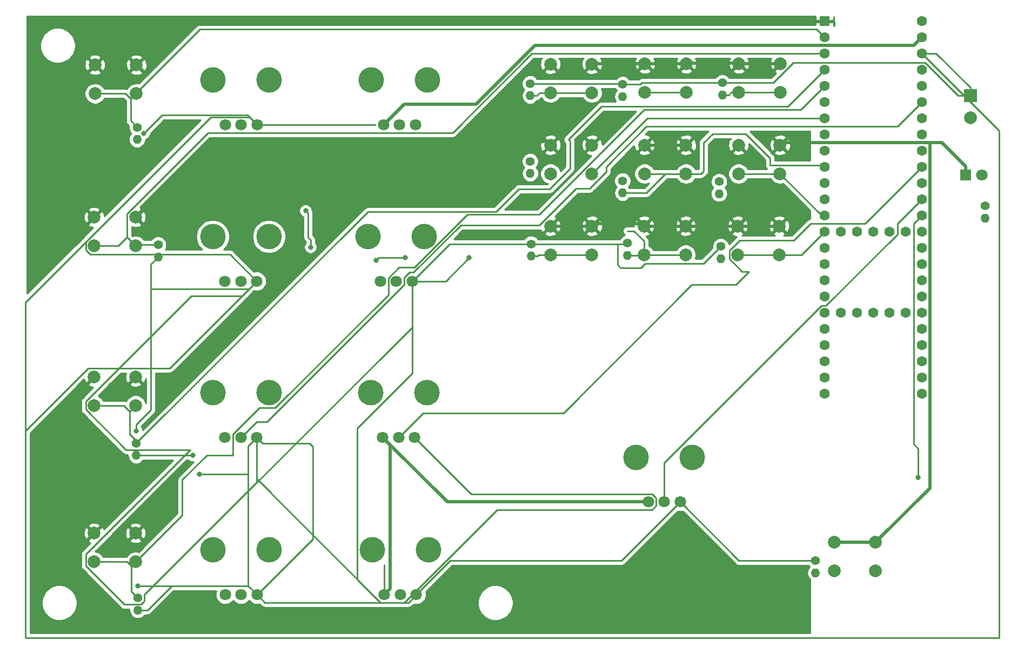
<source format=gbr>
%TF.GenerationSoftware,KiCad,Pcbnew,(5.1.4-0-10_14)*%
%TF.CreationDate,2020-09-10T02:34:38+02:00*%
%TF.ProjectId,the_mvp_v1.2,7468655f-6d76-4705-9f76-312e322e6b69,1.1*%
%TF.SameCoordinates,Original*%
%TF.FileFunction,Copper,L1,Top*%
%TF.FilePolarity,Positive*%
%FSLAX46Y46*%
G04 Gerber Fmt 4.6, Leading zero omitted, Abs format (unit mm)*
G04 Created by KiCad (PCBNEW (5.1.4-0-10_14)) date 2020-09-10 02:34:38*
%MOMM*%
%LPD*%
G04 APERTURE LIST*
%ADD10C,1.600000*%
%ADD11R,1.600000X1.600000*%
%ADD12C,2.000000*%
%ADD13O,1.400000X1.400000*%
%ADD14C,1.400000*%
%ADD15C,1.800000*%
%ADD16R,1.800000X1.800000*%
%ADD17R,2.000000X2.000000*%
%ADD18C,4.000000*%
%ADD19C,0.800000*%
%ADD20C,0.500000*%
%ADD21C,0.250000*%
%ADD22C,0.254000*%
G04 APERTURE END LIST*
D10*
X214630000Y-109474000D03*
X212090000Y-109474000D03*
X209550000Y-109474000D03*
X207010000Y-109474000D03*
X204470000Y-109474000D03*
X201930000Y-104394000D03*
X201930000Y-106934000D03*
X201930000Y-109474000D03*
X201930000Y-112014000D03*
X201930000Y-101854000D03*
X201930000Y-99314000D03*
X201930000Y-96774000D03*
X201930000Y-114554000D03*
X201930000Y-117094000D03*
X201930000Y-119634000D03*
X201930000Y-122174000D03*
X217170000Y-122174000D03*
X217170000Y-119634000D03*
X217170000Y-117094000D03*
X217170000Y-114554000D03*
X217170000Y-112014000D03*
X217170000Y-109474000D03*
X217170000Y-106934000D03*
X217170000Y-104394000D03*
X217170000Y-101854000D03*
X217170000Y-99314000D03*
X201930000Y-94234000D03*
X201930000Y-91694000D03*
X201930000Y-89154000D03*
X201930000Y-86614000D03*
X201930000Y-84074000D03*
X201930000Y-81534000D03*
X201930000Y-78994000D03*
X201930000Y-76454000D03*
X201930000Y-73914000D03*
X201930000Y-71374000D03*
X201930000Y-68834000D03*
X201930000Y-66294000D03*
D11*
X201930000Y-63754000D03*
D10*
X217170000Y-96774000D03*
X217170000Y-94234000D03*
X217170000Y-91694000D03*
X217170000Y-89154000D03*
X217170000Y-86614000D03*
X217170000Y-84074000D03*
X217170000Y-81534000D03*
X217170000Y-78994000D03*
X217170000Y-76454000D03*
X217170000Y-73914000D03*
X217170000Y-71374000D03*
X217170000Y-68834000D03*
X217170000Y-66294000D03*
X217170000Y-63754000D03*
X209550000Y-96774000D03*
X212090000Y-96774000D03*
X214630000Y-96774000D03*
X207010000Y-96774000D03*
X204470000Y-96774000D03*
D12*
X94130000Y-70612000D03*
X94130000Y-75112000D03*
X87630000Y-70612000D03*
X87630000Y-75112000D03*
X94003000Y-94488000D03*
X94003000Y-98988000D03*
X87503000Y-94488000D03*
X87503000Y-98988000D03*
X94003000Y-119507000D03*
X94003000Y-124007000D03*
X87503000Y-119507000D03*
X87503000Y-124007000D03*
X195032000Y-70421500D03*
X195032000Y-74921500D03*
X188532000Y-70421500D03*
X188532000Y-74921500D03*
X180172000Y-95885000D03*
X180172000Y-100385000D03*
X173672000Y-95885000D03*
X173672000Y-100385000D03*
D13*
X227076000Y-94610000D03*
D14*
X227076000Y-92710000D03*
D13*
X200533000Y-150236000D03*
D14*
X200533000Y-148336000D03*
D13*
X185674000Y-100960000D03*
D14*
X185674000Y-99060000D03*
D13*
X185420000Y-90800000D03*
D14*
X185420000Y-88900000D03*
D13*
X185928000Y-75306000D03*
D14*
X185928000Y-73406000D03*
D13*
X171069000Y-100452000D03*
D14*
X171069000Y-98552000D03*
D13*
X170307000Y-90673000D03*
D14*
X170307000Y-88773000D03*
D13*
X170307000Y-75560000D03*
D14*
X170307000Y-73660000D03*
D13*
X155956000Y-100579000D03*
D14*
X155956000Y-98679000D03*
D13*
X155829000Y-87625000D03*
D14*
X155829000Y-85725000D03*
D13*
X155829000Y-75433000D03*
D14*
X155829000Y-73533000D03*
D13*
X94361000Y-156078000D03*
D14*
X94361000Y-154178000D03*
D13*
X94107000Y-131826000D03*
D14*
X94107000Y-129926000D03*
D13*
X97536000Y-100706000D03*
D14*
X97536000Y-98806000D03*
D13*
X94234000Y-82291000D03*
D14*
X94234000Y-80391000D03*
D15*
X226568000Y-87884000D03*
D16*
X224028000Y-87884000D03*
D12*
X224790000Y-78938000D03*
D17*
X224790000Y-75438000D03*
D12*
X165504000Y-95885000D03*
X165504000Y-100385000D03*
X159004000Y-95885000D03*
X159004000Y-100385000D03*
X209954000Y-145478000D03*
X209954000Y-149978000D03*
X203454000Y-145478000D03*
X203454000Y-149978000D03*
D18*
X114890000Y-122032000D03*
X106090000Y-122032000D03*
D15*
X112990000Y-129032000D03*
X110490000Y-129032000D03*
X107990000Y-129032000D03*
D18*
X139250000Y-97521000D03*
X130450000Y-97521000D03*
D15*
X137350000Y-104521000D03*
X134850000Y-104521000D03*
X132350000Y-104521000D03*
D18*
X114930000Y-146670000D03*
X106130000Y-146670000D03*
D15*
X113030000Y-153670000D03*
X110530000Y-153670000D03*
X108030000Y-153670000D03*
D18*
X181224000Y-132128000D03*
X172424000Y-132128000D03*
D15*
X179324000Y-139128000D03*
X176824000Y-139128000D03*
X174324000Y-139128000D03*
D18*
X139886000Y-146670000D03*
X131086000Y-146670000D03*
D15*
X137986000Y-153670000D03*
X135486000Y-153670000D03*
X132986000Y-153670000D03*
D18*
X139632000Y-122032000D03*
X130832000Y-122032000D03*
D15*
X137732000Y-129032000D03*
X135232000Y-129032000D03*
X132732000Y-129032000D03*
D18*
X139758000Y-73010000D03*
X130958000Y-73010000D03*
D15*
X137858000Y-80010000D03*
X135358000Y-80010000D03*
X132858000Y-80010000D03*
D18*
X114890000Y-97521000D03*
X106090000Y-97521000D03*
D15*
X112990000Y-104521000D03*
X110490000Y-104521000D03*
X107990000Y-104521000D03*
D18*
X114930000Y-73010000D03*
X106130000Y-73010000D03*
D15*
X113030000Y-80010000D03*
X110530000Y-80010000D03*
X108030000Y-80010000D03*
D12*
X94003000Y-144018000D03*
X94003000Y-148518000D03*
X87503000Y-144018000D03*
X87503000Y-148518000D03*
X194841000Y-95885000D03*
X194841000Y-100385000D03*
X188341000Y-95885000D03*
X188341000Y-100385000D03*
X194968000Y-83185000D03*
X194968000Y-87685000D03*
X188468000Y-83185000D03*
X188468000Y-87685000D03*
X180236000Y-83185000D03*
X180236000Y-87685000D03*
X173736000Y-83185000D03*
X173736000Y-87685000D03*
X180300000Y-70421500D03*
X180300000Y-74921500D03*
X173800000Y-70421500D03*
X173800000Y-74921500D03*
X165504000Y-83185000D03*
X165504000Y-87685000D03*
X159004000Y-83185000D03*
X159004000Y-87685000D03*
X165504000Y-70485000D03*
X165504000Y-74985000D03*
X159004000Y-70485000D03*
X159004000Y-74985000D03*
D19*
X216629001Y-135291999D03*
X95312400Y-81314400D03*
X94107000Y-128021000D03*
X94361000Y-152278000D03*
X120650000Y-93472000D03*
X121412000Y-99187000D03*
X131699000Y-101219000D03*
X136289999Y-100819001D03*
X146285001Y-100819001D03*
X102997000Y-131826000D03*
X104008000Y-134742000D03*
D20*
X165504000Y-70485000D02*
X165568000Y-70421500D01*
X165568000Y-70421500D02*
X173800000Y-70421500D01*
X173800000Y-70421500D02*
X180300000Y-70421500D01*
X173736000Y-83185000D02*
X180236000Y-83185000D01*
X188212000Y-82928600D02*
X188468000Y-83185000D01*
X180236000Y-83185000D02*
X180492000Y-82928600D01*
X180172000Y-95885000D02*
X188341000Y-95885000D01*
X188341000Y-95885000D02*
X194841000Y-95885000D01*
X180172000Y-95885000D02*
X173672000Y-95885000D01*
X195032000Y-70421500D02*
X188532000Y-70421500D01*
X188532000Y-70421500D02*
X188466000Y-70355600D01*
X188466000Y-70355600D02*
X180366000Y-70355600D01*
X180366000Y-70355600D02*
X180300000Y-70421500D01*
X165504000Y-95885000D02*
X159004000Y-95885000D01*
X165504000Y-95885000D02*
X165908000Y-95481100D01*
X165908000Y-95481100D02*
X173268000Y-95481100D01*
X173268000Y-95481100D02*
X173672000Y-95885000D01*
X194968000Y-83185000D02*
X195349000Y-82804000D01*
X195349000Y-82804000D02*
X218427000Y-82804000D01*
X159004000Y-83185000D02*
X158484000Y-82665300D01*
X158484000Y-82665300D02*
X105826000Y-82665300D01*
X105826000Y-82665300D02*
X94003000Y-94488000D01*
X218427000Y-82804000D02*
X218427000Y-137005000D01*
X218427000Y-137005000D02*
X209954000Y-145478000D01*
X209954000Y-145478000D02*
X203454000Y-145478000D01*
X224028000Y-86484000D02*
X224028000Y-87884000D01*
X220348000Y-82804000D02*
X224028000Y-86484000D01*
X218427000Y-82804000D02*
X220348000Y-82804000D01*
D21*
X155829000Y-75433000D02*
X156854300Y-75433000D01*
X159004000Y-74985000D02*
X157302300Y-74985000D01*
X157302300Y-74985000D02*
X156854300Y-75433000D01*
X159004000Y-74985000D02*
X165504000Y-74985000D01*
X165504000Y-87685000D02*
X174195000Y-78994000D01*
X174195000Y-78994000D02*
X201930000Y-78994000D01*
X155956000Y-100579000D02*
X156981300Y-100579000D01*
X159004000Y-100385000D02*
X157175300Y-100385000D01*
X157175300Y-100385000D02*
X156981300Y-100579000D01*
X165504000Y-100385000D02*
X159004000Y-100385000D01*
X180300000Y-74921500D02*
X173800000Y-74921500D01*
X176986000Y-87685000D02*
X173998000Y-90673000D01*
X173998000Y-90673000D02*
X170307000Y-90673000D01*
X176986000Y-87685000D02*
X180236000Y-87685000D01*
X173736000Y-87685000D02*
X176986000Y-87685000D01*
X183007000Y-84201000D02*
X183007000Y-84328000D01*
X183007000Y-84201000D02*
X183007000Y-84328000D01*
X183007000Y-84328000D02*
X183007000Y-87249000D01*
X183007000Y-87249000D02*
X182571000Y-87685000D01*
X182571000Y-87685000D02*
X180236000Y-87685000D01*
X201930000Y-86614000D02*
X201669000Y-86352900D01*
X201669000Y-86352900D02*
X193414000Y-86352900D01*
X193414000Y-86352900D02*
X193414000Y-85209900D01*
X193414000Y-85209900D02*
X189611000Y-81407000D01*
X189611000Y-81407000D02*
X184404000Y-81407000D01*
X184404000Y-81407000D02*
X183007000Y-82804000D01*
X183007000Y-82804000D02*
X183007000Y-84201000D01*
X180172000Y-100385000D02*
X173672000Y-100385000D01*
X171069000Y-96652000D02*
X172094000Y-96652000D01*
X172094000Y-96652000D02*
X173672000Y-98229700D01*
X173672000Y-98229700D02*
X173672000Y-100385000D01*
X173605000Y-100452000D02*
X173672000Y-100385000D01*
X171069000Y-100452000D02*
X173605000Y-100452000D01*
X185928000Y-75306000D02*
X186953300Y-75306000D01*
X188532000Y-74921500D02*
X187337800Y-74921500D01*
X187337800Y-74921500D02*
X186953300Y-75306000D01*
X195032000Y-74921500D02*
X188532000Y-74921500D01*
X194968000Y-87685000D02*
X201517000Y-94234000D01*
X201517000Y-94234000D02*
X201930000Y-94234000D01*
X194968000Y-87685000D02*
X188468000Y-87685000D01*
X201930000Y-96774000D02*
X198319000Y-100385000D01*
X198319000Y-100385000D02*
X194841000Y-100385000D01*
X194841000Y-100385000D02*
X188341000Y-100385000D01*
X217170000Y-94234000D02*
X215900000Y-95504000D01*
X215900000Y-95504000D02*
X215900000Y-130044000D01*
X203196000Y-150236000D02*
X203454000Y-149978000D01*
X216629001Y-130773001D02*
X215900000Y-130044000D01*
X216629001Y-135291999D02*
X216629001Y-130773001D01*
X87503000Y-148518000D02*
X92668200Y-148518000D01*
X92668200Y-148518000D02*
X93335600Y-149185000D01*
X94003000Y-148518000D02*
X93335600Y-149185000D01*
X93335600Y-149185000D02*
X93335600Y-153153000D01*
X93335600Y-153153000D02*
X94361000Y-154178000D01*
X201930000Y-73914000D02*
X198225000Y-77618700D01*
X198225000Y-77618700D02*
X173696000Y-77618700D01*
X173696000Y-77618700D02*
X157229000Y-94085400D01*
X157229000Y-94085400D02*
X145974000Y-94085400D01*
X145974000Y-94085400D02*
X137682000Y-102377000D01*
X137682000Y-102377000D02*
X135237000Y-102377000D01*
X135237000Y-102377000D02*
X133600000Y-104015000D01*
X133600000Y-104015000D02*
X133600000Y-106645000D01*
X133600000Y-106645000D02*
X115888000Y-124357000D01*
X115888000Y-124357000D02*
X113355000Y-124357000D01*
X113355000Y-124357000D02*
X109240000Y-128473000D01*
X109240000Y-131806000D02*
X105176000Y-131806000D01*
X109240000Y-128473000D02*
X109240000Y-131806000D01*
X105176000Y-131806000D02*
X101321500Y-135660500D01*
X101321500Y-135660500D02*
X101321500Y-141199500D01*
X101321500Y-141199500D02*
X94003000Y-148518000D01*
X94107000Y-129921000D02*
X94299100Y-129729000D01*
X87503000Y-124007000D02*
X92160200Y-124007000D01*
X92160200Y-124007000D02*
X93081600Y-124928000D01*
X94299100Y-129729000D02*
X93081600Y-128511000D01*
X93081600Y-128511000D02*
X93081600Y-124928000D01*
X93081600Y-124928000D02*
X94003000Y-124007000D01*
X162052000Y-82550000D02*
X161801774Y-82299774D01*
X162052000Y-86868000D02*
X162052000Y-82550000D01*
X158873413Y-90046587D02*
X162052000Y-86868000D01*
X161801774Y-82299774D02*
X166988000Y-77113800D01*
X94299100Y-129729000D02*
X130393000Y-93635000D01*
X154054587Y-90046587D02*
X158873413Y-90046587D01*
X196190000Y-77113800D02*
X201930000Y-71374000D01*
X166988000Y-77113800D02*
X196190000Y-77113800D01*
X150466000Y-93635000D02*
X154054587Y-90046587D01*
X130393000Y-93635000D02*
X150466000Y-93635000D01*
X141259000Y-81235400D02*
X143688200Y-81235400D01*
X143688200Y-81235400D02*
X156089600Y-68834000D01*
X156089600Y-68834000D02*
X201930000Y-68834000D01*
X141259000Y-81235400D02*
X105355000Y-81235400D01*
X105355000Y-81235400D02*
X92656600Y-93933700D01*
X92656600Y-93933700D02*
X92656600Y-97641600D01*
X94003000Y-98988000D02*
X93980000Y-99011000D01*
X87503000Y-98988000D02*
X91310200Y-98988000D01*
X91310200Y-98988000D02*
X92656600Y-97641600D01*
X92656600Y-97641600D02*
X94003000Y-98988000D01*
X94185000Y-98806000D02*
X94003000Y-98988000D01*
X97536000Y-98806000D02*
X94185000Y-98806000D01*
X102821000Y-66294000D02*
X104058800Y-65056200D01*
X104058800Y-65056200D02*
X200692200Y-65056200D01*
X200692200Y-65056200D02*
X201930000Y-66294000D01*
X102821000Y-66294000D02*
X94003000Y-75112000D01*
X87503000Y-75112000D02*
X92414200Y-75112000D01*
X92414200Y-75112000D02*
X93208600Y-75906400D01*
X94003000Y-75112000D02*
X93208600Y-75906400D01*
X93208600Y-75906400D02*
X93208600Y-79365600D01*
X93208600Y-79365600D02*
X94234000Y-80391000D01*
X176824000Y-139128000D02*
X176824000Y-132982000D01*
X176824000Y-132982000D02*
X201458000Y-108349000D01*
X201458000Y-108349000D02*
X202168000Y-108349000D01*
X202168000Y-108349000D02*
X213360000Y-97156500D01*
X213360000Y-97156500D02*
X213360000Y-95504000D01*
X213360000Y-95504000D02*
X217170000Y-91694000D01*
X135232000Y-129032000D02*
X139085000Y-125179000D01*
X139085000Y-125179000D02*
X161022000Y-125179000D01*
X161022000Y-125179000D02*
X181137000Y-105064000D01*
X208280000Y-95504000D02*
X217170000Y-86614000D01*
X199755000Y-95504000D02*
X208280000Y-95504000D01*
X187015999Y-99748999D02*
X188629998Y-98135000D01*
X188991998Y-102997000D02*
X187015999Y-101021001D01*
X190119000Y-102997000D02*
X188991998Y-102997000D01*
X197124000Y-98135000D02*
X199755000Y-95504000D01*
X188629998Y-98135000D02*
X197124000Y-98135000D01*
X187015999Y-101021001D02*
X187015999Y-99748999D01*
X188052000Y-105064000D02*
X190119000Y-102997000D01*
X181137000Y-105064000D02*
X188052000Y-105064000D01*
X110490000Y-129032000D02*
X112960000Y-126562000D01*
X112960000Y-126562000D02*
X114606000Y-126562000D01*
X114606000Y-126562000D02*
X136100000Y-105068000D01*
X136100000Y-105068000D02*
X136100000Y-103959000D01*
X136100000Y-103959000D02*
X136909000Y-103151000D01*
X136909000Y-103151000D02*
X137546000Y-103151000D01*
X137546000Y-103151000D02*
X144943000Y-95753600D01*
X144943000Y-95753600D02*
X157261000Y-95753600D01*
X157261000Y-95753600D02*
X163014000Y-90001000D01*
X163014000Y-90001000D02*
X165087000Y-90001000D01*
X165087000Y-90001000D02*
X167720000Y-87368800D01*
X167720000Y-87368800D02*
X167720000Y-86601200D01*
X167720000Y-86601200D02*
X174057000Y-80264000D01*
X174057000Y-80264000D02*
X213360000Y-80264000D01*
X213360000Y-80264000D02*
X217170000Y-76454000D01*
X110490000Y-104521000D02*
X111193000Y-104521000D01*
D20*
X141810000Y-76785900D02*
X147324000Y-76785900D01*
X147324000Y-76785900D02*
X156545800Y-67564100D01*
X156545800Y-67564100D02*
X215899900Y-67564100D01*
X215899900Y-67564100D02*
X215920000Y-67544000D01*
X132858000Y-80010000D02*
X136082000Y-76785900D01*
X136082000Y-76785900D02*
X141810000Y-76785900D01*
X133886000Y-130186000D02*
X142828000Y-139128000D01*
X142828000Y-139128000D02*
X174324000Y-139128000D01*
X133632000Y-129932000D02*
X133886000Y-130186000D01*
X132732000Y-129032000D02*
X133632000Y-129932000D01*
X132986000Y-153670000D02*
X133886000Y-152770000D01*
X133886000Y-152770000D02*
X133886000Y-130186000D01*
X133632000Y-129932000D02*
X132732000Y-129032000D01*
X133886000Y-130186000D02*
X133632000Y-129932000D01*
X215920000Y-67544000D02*
X217170000Y-66294000D01*
D21*
X108457000Y-153243000D02*
X108030000Y-153670000D01*
X107990000Y-129032000D02*
X108457000Y-129499000D01*
X132986000Y-148970000D02*
X132986000Y-153670000D01*
X95312400Y-81314400D02*
X98135800Y-78491000D01*
X113030000Y-80010000D02*
X111511000Y-78491000D01*
X111511000Y-78491000D02*
X98135800Y-78491000D01*
X99645400Y-152278000D02*
X95845400Y-156078000D01*
X95845400Y-156078000D02*
X94361000Y-156078000D01*
X111638000Y-152278000D02*
X99645400Y-152278000D01*
X99645400Y-152278000D02*
X94361000Y-152278000D01*
X217170000Y-68929000D02*
X217170000Y-68834000D01*
X112990000Y-104521000D02*
X111760000Y-105751000D01*
X111760000Y-105751000D02*
X96367000Y-105751000D01*
X182988000Y-101746000D02*
X185674000Y-99060000D01*
X197503000Y-70249000D02*
X197351000Y-70249000D01*
X170307000Y-73660000D02*
X173100000Y-73660000D01*
X173100000Y-73660000D02*
X173354000Y-73406000D01*
X173354000Y-73406000D02*
X185928000Y-73406000D01*
X155829000Y-73533000D02*
X170180000Y-73533000D01*
X170180000Y-73533000D02*
X170307000Y-73660000D01*
X137294000Y-128594000D02*
X137732000Y-129032000D01*
X137350000Y-104521000D02*
X137294000Y-104577000D01*
X137986000Y-153670000D02*
X137468000Y-153152000D01*
X170942000Y-98679000D02*
X171069000Y-98552000D01*
X94107000Y-128021000D02*
X94107000Y-128021000D01*
X94107000Y-126996000D02*
X96367000Y-124736000D01*
X96367000Y-124736000D02*
X96367000Y-105751000D01*
X185801000Y-73533000D02*
X185928000Y-73406000D01*
X112990000Y-129032000D02*
X111638000Y-130384000D01*
X113030000Y-153670000D02*
X111638000Y-152278000D01*
X137350000Y-104521000D02*
X143192000Y-98679000D01*
X143192000Y-98679000D02*
X155956000Y-98679000D01*
X96367000Y-101875000D02*
X97536000Y-100706000D01*
X96367000Y-105751000D02*
X96367000Y-101875000D01*
X169545000Y-98679000D02*
X169545000Y-101981000D01*
X155956000Y-98679000D02*
X169545000Y-98679000D01*
X169545000Y-98679000D02*
X170942000Y-98679000D01*
X173195999Y-102432001D02*
X173882000Y-101746000D01*
X173882000Y-101746000D02*
X182988000Y-101746000D01*
X169996001Y-102432001D02*
X173195999Y-102432001D01*
X169545000Y-101981000D02*
X169996001Y-102432001D01*
X218301370Y-68834000D02*
X217170000Y-68834000D01*
X219436000Y-68834000D02*
X218301370Y-68834000D01*
X224790000Y-74188000D02*
X219436000Y-68834000D01*
X224790000Y-75438000D02*
X224790000Y-74188000D01*
X197086000Y-70249000D02*
X193929000Y-73406000D01*
X217710000Y-70249000D02*
X197086000Y-70249000D01*
X222899000Y-75438000D02*
X217710000Y-70249000D01*
X193929000Y-73406000D02*
X185928000Y-73406000D01*
X224790000Y-75438000D02*
X222899000Y-75438000D01*
X94107000Y-128021000D02*
X94107000Y-126996000D01*
X94361000Y-152278000D02*
X94361000Y-152278000D01*
X113889999Y-129931999D02*
X121274001Y-129931999D01*
X112990000Y-129032000D02*
X113889999Y-129931999D01*
X121274001Y-129931999D02*
X121793000Y-130450998D01*
X121793000Y-144907000D02*
X113030000Y-153670000D01*
X121793000Y-130450998D02*
X121793000Y-144907000D01*
X121049999Y-93871999D02*
X121049999Y-97681999D01*
X120650000Y-93472000D02*
X121049999Y-93871999D01*
X121049999Y-97681999D02*
X121412000Y-98044000D01*
X121412000Y-98044000D02*
X121412000Y-99187000D01*
X121412000Y-99187000D02*
X121412000Y-99187000D01*
X132098999Y-100819001D02*
X136289999Y-100819001D01*
X131699000Y-101219000D02*
X132098999Y-100819001D01*
X136289999Y-100819001D02*
X136289999Y-100819001D01*
X142583002Y-104521000D02*
X137350000Y-104521000D01*
X146285001Y-100819001D02*
X142583002Y-104521000D01*
X76702010Y-160406990D02*
X229304490Y-160406990D01*
X229304490Y-160406990D02*
X229304490Y-80968490D01*
X105744999Y-78784999D02*
X76702010Y-107827988D01*
X229304490Y-80968490D02*
X217170000Y-68834000D01*
X86530021Y-118181999D02*
X76702010Y-128010010D01*
X99329001Y-118181999D02*
X86530021Y-118181999D01*
X112990000Y-104521000D02*
X99329001Y-118181999D01*
X76702010Y-128010010D02*
X76702010Y-160406990D01*
X76702010Y-107827988D02*
X76702010Y-128010010D01*
X188532000Y-148336000D02*
X179324000Y-139128000D01*
X200533000Y-148336000D02*
X188532000Y-148336000D01*
X178424001Y-140027999D02*
X179324000Y-139128000D01*
X170116000Y-148336000D02*
X178424001Y-140027999D01*
X143320000Y-148336000D02*
X170116000Y-148336000D01*
X137986000Y-153670000D02*
X143320000Y-148336000D01*
X94107000Y-131826000D02*
X102997000Y-131826000D01*
X102997000Y-131826000D02*
X102997000Y-131826000D01*
X111638000Y-134742000D02*
X104008000Y-134742000D01*
X111638000Y-130384000D02*
X111638000Y-134742000D01*
X111638000Y-134742000D02*
X111638000Y-152278000D01*
X104008000Y-134742000D02*
X104008000Y-134742000D01*
X137350000Y-111722000D02*
X137350000Y-105793792D01*
X95386001Y-153685999D02*
X137350000Y-111722000D01*
X137350000Y-105793792D02*
X137350000Y-104521000D01*
X137350000Y-118955002D02*
X137350000Y-105793792D01*
X128760999Y-127544003D02*
X137350000Y-118955002D01*
X128760999Y-151258001D02*
X128760999Y-127544003D01*
X132397999Y-154895001D02*
X128760999Y-151258001D01*
X138631999Y-129931999D02*
X137732000Y-129032000D01*
X174912001Y-137902999D02*
X146602999Y-137902999D01*
X175549001Y-138539999D02*
X174912001Y-137902999D01*
X175549001Y-139716001D02*
X175549001Y-138539999D01*
X146602999Y-137902999D02*
X138631999Y-129931999D01*
X174912001Y-140353001D02*
X175549001Y-139716001D01*
X150616001Y-140353001D02*
X174912001Y-140353001D01*
X132397999Y-154895001D02*
X136074001Y-154895001D01*
X136074001Y-154895001D02*
X150616001Y-140353001D01*
X112990000Y-135487002D02*
X132397999Y-154895001D01*
X112990000Y-129032000D02*
X112990000Y-135487002D01*
X136760999Y-154895001D02*
X137086001Y-154569999D01*
X137086001Y-154569999D02*
X137986000Y-153670000D01*
X114255001Y-154895001D02*
X136760999Y-154895001D01*
X113030000Y-153670000D02*
X114255001Y-154895001D01*
X112090001Y-105420999D02*
X112990000Y-104521000D01*
X86177999Y-123370999D02*
X102701998Y-106847000D01*
X86177999Y-124643001D02*
X86177999Y-123370999D01*
X92485999Y-130951001D02*
X86177999Y-124643001D01*
X86177999Y-149154001D02*
X86177999Y-147302999D01*
X110664000Y-106847000D02*
X112090001Y-105420999D01*
X86177999Y-147302999D02*
X102529997Y-130951001D01*
X92226999Y-155203001D02*
X86177999Y-149154001D01*
X94853001Y-155203001D02*
X92226999Y-155203001D01*
X102701998Y-106847000D02*
X110664000Y-106847000D01*
X95386001Y-154670001D02*
X94853001Y-155203001D01*
X95386001Y-153685999D02*
X95386001Y-154670001D01*
X112990000Y-136082000D02*
X95386001Y-153685999D01*
X102529997Y-130951001D02*
X92485999Y-130951001D01*
X112990000Y-129032000D02*
X112990000Y-136082000D01*
X111804999Y-78784999D02*
X112130001Y-79110001D01*
X105744999Y-78784999D02*
X111804999Y-78784999D01*
X86177999Y-99624001D02*
X86177999Y-98351999D01*
X86866999Y-100313001D02*
X86177999Y-99624001D01*
X112130001Y-79110001D02*
X113030000Y-80010000D01*
X86177999Y-98351999D02*
X105744999Y-78784999D01*
X108782001Y-100313001D02*
X86866999Y-100313001D01*
X112990000Y-104521000D02*
X108782001Y-100313001D01*
X113030000Y-80010000D02*
X131632999Y-80010000D01*
D22*
G36*
X87696748Y-119492858D02*
G01*
X87682605Y-119507000D01*
X87696748Y-119521143D01*
X87517143Y-119700748D01*
X87503000Y-119686605D01*
X86547192Y-120642413D01*
X86642956Y-120906814D01*
X86932571Y-121047704D01*
X87244108Y-121129384D01*
X87339100Y-121135097D01*
X85666997Y-122807200D01*
X85637999Y-122830998D01*
X85614201Y-122859996D01*
X85614200Y-122859997D01*
X85543025Y-122946723D01*
X85472453Y-123078753D01*
X85469418Y-123088759D01*
X85428997Y-123222013D01*
X85421166Y-123301518D01*
X85414323Y-123370999D01*
X85418000Y-123408331D01*
X85417999Y-124605678D01*
X85414323Y-124643001D01*
X85417999Y-124680323D01*
X85417999Y-124680333D01*
X85428996Y-124791986D01*
X85468070Y-124920799D01*
X85472453Y-124935247D01*
X85543025Y-125067277D01*
X85574806Y-125106002D01*
X85637998Y-125183002D01*
X85667002Y-125206805D01*
X91922200Y-131462004D01*
X91945998Y-131491002D01*
X91974996Y-131514800D01*
X92061722Y-131585975D01*
X92193752Y-131656547D01*
X92337013Y-131700004D01*
X92448666Y-131711001D01*
X92448675Y-131711001D01*
X92485998Y-131714677D01*
X92523321Y-131711001D01*
X92776868Y-131711001D01*
X92765541Y-131826000D01*
X92791317Y-132087706D01*
X92867653Y-132339354D01*
X92991618Y-132571275D01*
X93158445Y-132774555D01*
X93361725Y-132941382D01*
X93593646Y-133065347D01*
X93845294Y-133141683D01*
X94041421Y-133161000D01*
X94172579Y-133161000D01*
X94368706Y-133141683D01*
X94620354Y-133065347D01*
X94852275Y-132941382D01*
X95055555Y-132774555D01*
X95210298Y-132586000D01*
X99820196Y-132586000D01*
X89015949Y-143390248D01*
X88995795Y-143331912D01*
X88902814Y-143157956D01*
X88638413Y-143062192D01*
X87682605Y-144018000D01*
X87696748Y-144032143D01*
X87517143Y-144211748D01*
X87503000Y-144197605D01*
X86547192Y-145153413D01*
X86642956Y-145417814D01*
X86875336Y-145530861D01*
X85666997Y-146739200D01*
X85637999Y-146762998D01*
X85614201Y-146791996D01*
X85614200Y-146791997D01*
X85543025Y-146878723D01*
X85472453Y-147010753D01*
X85428997Y-147154014D01*
X85414323Y-147302999D01*
X85418000Y-147340331D01*
X85417999Y-149116678D01*
X85414323Y-149154001D01*
X85417999Y-149191323D01*
X85417999Y-149191333D01*
X85428996Y-149302986D01*
X85450223Y-149372962D01*
X85472453Y-149446247D01*
X85543025Y-149578277D01*
X85568309Y-149609085D01*
X85637998Y-149694002D01*
X85667002Y-149717805D01*
X91663200Y-155714004D01*
X91686998Y-155743002D01*
X91802723Y-155837975D01*
X91934752Y-155908547D01*
X92078013Y-155952004D01*
X92189666Y-155963001D01*
X92189676Y-155963001D01*
X92226999Y-155966677D01*
X92264322Y-155963001D01*
X93030868Y-155963001D01*
X93019541Y-156078000D01*
X93045317Y-156339706D01*
X93121653Y-156591354D01*
X93245618Y-156823275D01*
X93412445Y-157026555D01*
X93615725Y-157193382D01*
X93847646Y-157317347D01*
X94099294Y-157393683D01*
X94295421Y-157413000D01*
X94426579Y-157413000D01*
X94622706Y-157393683D01*
X94874354Y-157317347D01*
X95106275Y-157193382D01*
X95309555Y-157026555D01*
X95464298Y-156838000D01*
X95808078Y-156838000D01*
X95845400Y-156841676D01*
X95882722Y-156838000D01*
X95882733Y-156838000D01*
X95994386Y-156827003D01*
X96137647Y-156783546D01*
X96269676Y-156712974D01*
X96385401Y-156618001D01*
X96409204Y-156588997D01*
X99960202Y-153038000D01*
X106630311Y-153038000D01*
X106553989Y-153222257D01*
X106495000Y-153518816D01*
X106495000Y-153821184D01*
X106553989Y-154117743D01*
X106669701Y-154397095D01*
X106837688Y-154648505D01*
X107051495Y-154862312D01*
X107302905Y-155030299D01*
X107582257Y-155146011D01*
X107878816Y-155205000D01*
X108181184Y-155205000D01*
X108477743Y-155146011D01*
X108757095Y-155030299D01*
X109008505Y-154862312D01*
X109222312Y-154648505D01*
X109280000Y-154562169D01*
X109337688Y-154648505D01*
X109551495Y-154862312D01*
X109802905Y-155030299D01*
X110082257Y-155146011D01*
X110378816Y-155205000D01*
X110681184Y-155205000D01*
X110977743Y-155146011D01*
X111257095Y-155030299D01*
X111508505Y-154862312D01*
X111722312Y-154648505D01*
X111780000Y-154562169D01*
X111837688Y-154648505D01*
X112051495Y-154862312D01*
X112302905Y-155030299D01*
X112582257Y-155146011D01*
X112878816Y-155205000D01*
X113181184Y-155205000D01*
X113438930Y-155153731D01*
X113691202Y-155406004D01*
X113715000Y-155435002D01*
X113743998Y-155458800D01*
X113830724Y-155529975D01*
X113899989Y-155566998D01*
X113962754Y-155600547D01*
X114106015Y-155644004D01*
X114217668Y-155655001D01*
X114217677Y-155655001D01*
X114255000Y-155658677D01*
X114292323Y-155655001D01*
X132360674Y-155655001D01*
X132383325Y-155657232D01*
X132397998Y-155658677D01*
X132397999Y-155658677D01*
X132435324Y-155655001D01*
X136036679Y-155655001D01*
X136074001Y-155658677D01*
X136111323Y-155655001D01*
X136723677Y-155655001D01*
X136760999Y-155658677D01*
X136798321Y-155655001D01*
X136798332Y-155655001D01*
X136909985Y-155644004D01*
X137053246Y-155600547D01*
X137185275Y-155529975D01*
X137301000Y-155435002D01*
X137324803Y-155405998D01*
X137577070Y-155153731D01*
X137834816Y-155205000D01*
X138137184Y-155205000D01*
X138433743Y-155146011D01*
X138713095Y-155030299D01*
X138964505Y-154862312D01*
X139161116Y-154665701D01*
X147583000Y-154665701D01*
X147583000Y-155214299D01*
X147690026Y-155752354D01*
X147899965Y-156259192D01*
X148204750Y-156715334D01*
X148592666Y-157103250D01*
X149048808Y-157408035D01*
X149555646Y-157617974D01*
X150093701Y-157725000D01*
X150642299Y-157725000D01*
X151180354Y-157617974D01*
X151687192Y-157408035D01*
X152143334Y-157103250D01*
X152531250Y-156715334D01*
X152836035Y-156259192D01*
X153045974Y-155752354D01*
X153153000Y-155214299D01*
X153153000Y-154665701D01*
X153045974Y-154127646D01*
X152836035Y-153620808D01*
X152531250Y-153164666D01*
X152143334Y-152776750D01*
X151687192Y-152471965D01*
X151180354Y-152262026D01*
X150642299Y-152155000D01*
X150093701Y-152155000D01*
X149555646Y-152262026D01*
X149048808Y-152471965D01*
X148592666Y-152776750D01*
X148204750Y-153164666D01*
X147899965Y-153620808D01*
X147690026Y-154127646D01*
X147583000Y-154665701D01*
X139161116Y-154665701D01*
X139178312Y-154648505D01*
X139346299Y-154397095D01*
X139462011Y-154117743D01*
X139521000Y-153821184D01*
X139521000Y-153518816D01*
X139469731Y-153261070D01*
X143634802Y-149096000D01*
X170078678Y-149096000D01*
X170116000Y-149099676D01*
X170153322Y-149096000D01*
X170153333Y-149096000D01*
X170264986Y-149085003D01*
X170408247Y-149041546D01*
X170540276Y-148970974D01*
X170656001Y-148876001D01*
X170679804Y-148846997D01*
X178915071Y-140611731D01*
X179172816Y-140663000D01*
X179475184Y-140663000D01*
X179732930Y-140611731D01*
X187968205Y-148847008D01*
X187991999Y-148876001D01*
X188020992Y-148899795D01*
X188020996Y-148899799D01*
X188061048Y-148932668D01*
X188107724Y-148970974D01*
X188239753Y-149041546D01*
X188383014Y-149085003D01*
X188494667Y-149096000D01*
X188494676Y-149096000D01*
X188531999Y-149099676D01*
X188569322Y-149096000D01*
X199435225Y-149096000D01*
X199496038Y-149187013D01*
X199591050Y-149282025D01*
X199584445Y-149287445D01*
X199417618Y-149490725D01*
X199293653Y-149722646D01*
X199217317Y-149974294D01*
X199191541Y-150236000D01*
X199217317Y-150497706D01*
X199293653Y-150749354D01*
X199417618Y-150981275D01*
X199584445Y-151184555D01*
X199644000Y-151233430D01*
X199644000Y-159646990D01*
X77462010Y-159646990D01*
X77462010Y-154665701D01*
X79257000Y-154665701D01*
X79257000Y-155214299D01*
X79364026Y-155752354D01*
X79573965Y-156259192D01*
X79878750Y-156715334D01*
X80266666Y-157103250D01*
X80722808Y-157408035D01*
X81229646Y-157617974D01*
X81767701Y-157725000D01*
X82316299Y-157725000D01*
X82854354Y-157617974D01*
X83361192Y-157408035D01*
X83817334Y-157103250D01*
X84205250Y-156715334D01*
X84510035Y-156259192D01*
X84719974Y-155752354D01*
X84827000Y-155214299D01*
X84827000Y-154665701D01*
X84719974Y-154127646D01*
X84510035Y-153620808D01*
X84205250Y-153164666D01*
X83817334Y-152776750D01*
X83361192Y-152471965D01*
X82854354Y-152262026D01*
X82316299Y-152155000D01*
X81767701Y-152155000D01*
X81229646Y-152262026D01*
X80722808Y-152471965D01*
X80266666Y-152776750D01*
X79878750Y-153164666D01*
X79573965Y-153620808D01*
X79364026Y-154127646D01*
X79257000Y-154665701D01*
X77462010Y-154665701D01*
X77462010Y-144080595D01*
X85861282Y-144080595D01*
X85905039Y-144399675D01*
X86010205Y-144704088D01*
X86103186Y-144878044D01*
X86367587Y-144973808D01*
X87323395Y-144018000D01*
X86367587Y-143062192D01*
X86103186Y-143157956D01*
X85962296Y-143447571D01*
X85880616Y-143759108D01*
X85861282Y-144080595D01*
X77462010Y-144080595D01*
X77462010Y-142882587D01*
X86547192Y-142882587D01*
X87503000Y-143838395D01*
X88458808Y-142882587D01*
X88363044Y-142618186D01*
X88073429Y-142477296D01*
X87761892Y-142395616D01*
X87440405Y-142376282D01*
X87121325Y-142420039D01*
X86816912Y-142525205D01*
X86642956Y-142618186D01*
X86547192Y-142882587D01*
X77462010Y-142882587D01*
X77462010Y-128324811D01*
X85904208Y-119882615D01*
X85905039Y-119888675D01*
X86010205Y-120193088D01*
X86103186Y-120367044D01*
X86367587Y-120462808D01*
X87323395Y-119507000D01*
X87309253Y-119492858D01*
X87488858Y-119313253D01*
X87503000Y-119327395D01*
X87517143Y-119313253D01*
X87696748Y-119492858D01*
X87696748Y-119492858D01*
G37*
X87696748Y-119492858D02*
X87682605Y-119507000D01*
X87696748Y-119521143D01*
X87517143Y-119700748D01*
X87503000Y-119686605D01*
X86547192Y-120642413D01*
X86642956Y-120906814D01*
X86932571Y-121047704D01*
X87244108Y-121129384D01*
X87339100Y-121135097D01*
X85666997Y-122807200D01*
X85637999Y-122830998D01*
X85614201Y-122859996D01*
X85614200Y-122859997D01*
X85543025Y-122946723D01*
X85472453Y-123078753D01*
X85469418Y-123088759D01*
X85428997Y-123222013D01*
X85421166Y-123301518D01*
X85414323Y-123370999D01*
X85418000Y-123408331D01*
X85417999Y-124605678D01*
X85414323Y-124643001D01*
X85417999Y-124680323D01*
X85417999Y-124680333D01*
X85428996Y-124791986D01*
X85468070Y-124920799D01*
X85472453Y-124935247D01*
X85543025Y-125067277D01*
X85574806Y-125106002D01*
X85637998Y-125183002D01*
X85667002Y-125206805D01*
X91922200Y-131462004D01*
X91945998Y-131491002D01*
X91974996Y-131514800D01*
X92061722Y-131585975D01*
X92193752Y-131656547D01*
X92337013Y-131700004D01*
X92448666Y-131711001D01*
X92448675Y-131711001D01*
X92485998Y-131714677D01*
X92523321Y-131711001D01*
X92776868Y-131711001D01*
X92765541Y-131826000D01*
X92791317Y-132087706D01*
X92867653Y-132339354D01*
X92991618Y-132571275D01*
X93158445Y-132774555D01*
X93361725Y-132941382D01*
X93593646Y-133065347D01*
X93845294Y-133141683D01*
X94041421Y-133161000D01*
X94172579Y-133161000D01*
X94368706Y-133141683D01*
X94620354Y-133065347D01*
X94852275Y-132941382D01*
X95055555Y-132774555D01*
X95210298Y-132586000D01*
X99820196Y-132586000D01*
X89015949Y-143390248D01*
X88995795Y-143331912D01*
X88902814Y-143157956D01*
X88638413Y-143062192D01*
X87682605Y-144018000D01*
X87696748Y-144032143D01*
X87517143Y-144211748D01*
X87503000Y-144197605D01*
X86547192Y-145153413D01*
X86642956Y-145417814D01*
X86875336Y-145530861D01*
X85666997Y-146739200D01*
X85637999Y-146762998D01*
X85614201Y-146791996D01*
X85614200Y-146791997D01*
X85543025Y-146878723D01*
X85472453Y-147010753D01*
X85428997Y-147154014D01*
X85414323Y-147302999D01*
X85418000Y-147340331D01*
X85417999Y-149116678D01*
X85414323Y-149154001D01*
X85417999Y-149191323D01*
X85417999Y-149191333D01*
X85428996Y-149302986D01*
X85450223Y-149372962D01*
X85472453Y-149446247D01*
X85543025Y-149578277D01*
X85568309Y-149609085D01*
X85637998Y-149694002D01*
X85667002Y-149717805D01*
X91663200Y-155714004D01*
X91686998Y-155743002D01*
X91802723Y-155837975D01*
X91934752Y-155908547D01*
X92078013Y-155952004D01*
X92189666Y-155963001D01*
X92189676Y-155963001D01*
X92226999Y-155966677D01*
X92264322Y-155963001D01*
X93030868Y-155963001D01*
X93019541Y-156078000D01*
X93045317Y-156339706D01*
X93121653Y-156591354D01*
X93245618Y-156823275D01*
X93412445Y-157026555D01*
X93615725Y-157193382D01*
X93847646Y-157317347D01*
X94099294Y-157393683D01*
X94295421Y-157413000D01*
X94426579Y-157413000D01*
X94622706Y-157393683D01*
X94874354Y-157317347D01*
X95106275Y-157193382D01*
X95309555Y-157026555D01*
X95464298Y-156838000D01*
X95808078Y-156838000D01*
X95845400Y-156841676D01*
X95882722Y-156838000D01*
X95882733Y-156838000D01*
X95994386Y-156827003D01*
X96137647Y-156783546D01*
X96269676Y-156712974D01*
X96385401Y-156618001D01*
X96409204Y-156588997D01*
X99960202Y-153038000D01*
X106630311Y-153038000D01*
X106553989Y-153222257D01*
X106495000Y-153518816D01*
X106495000Y-153821184D01*
X106553989Y-154117743D01*
X106669701Y-154397095D01*
X106837688Y-154648505D01*
X107051495Y-154862312D01*
X107302905Y-155030299D01*
X107582257Y-155146011D01*
X107878816Y-155205000D01*
X108181184Y-155205000D01*
X108477743Y-155146011D01*
X108757095Y-155030299D01*
X109008505Y-154862312D01*
X109222312Y-154648505D01*
X109280000Y-154562169D01*
X109337688Y-154648505D01*
X109551495Y-154862312D01*
X109802905Y-155030299D01*
X110082257Y-155146011D01*
X110378816Y-155205000D01*
X110681184Y-155205000D01*
X110977743Y-155146011D01*
X111257095Y-155030299D01*
X111508505Y-154862312D01*
X111722312Y-154648505D01*
X111780000Y-154562169D01*
X111837688Y-154648505D01*
X112051495Y-154862312D01*
X112302905Y-155030299D01*
X112582257Y-155146011D01*
X112878816Y-155205000D01*
X113181184Y-155205000D01*
X113438930Y-155153731D01*
X113691202Y-155406004D01*
X113715000Y-155435002D01*
X113743998Y-155458800D01*
X113830724Y-155529975D01*
X113899989Y-155566998D01*
X113962754Y-155600547D01*
X114106015Y-155644004D01*
X114217668Y-155655001D01*
X114217677Y-155655001D01*
X114255000Y-155658677D01*
X114292323Y-155655001D01*
X132360674Y-155655001D01*
X132383325Y-155657232D01*
X132397998Y-155658677D01*
X132397999Y-155658677D01*
X132435324Y-155655001D01*
X136036679Y-155655001D01*
X136074001Y-155658677D01*
X136111323Y-155655001D01*
X136723677Y-155655001D01*
X136760999Y-155658677D01*
X136798321Y-155655001D01*
X136798332Y-155655001D01*
X136909985Y-155644004D01*
X137053246Y-155600547D01*
X137185275Y-155529975D01*
X137301000Y-155435002D01*
X137324803Y-155405998D01*
X137577070Y-155153731D01*
X137834816Y-155205000D01*
X138137184Y-155205000D01*
X138433743Y-155146011D01*
X138713095Y-155030299D01*
X138964505Y-154862312D01*
X139161116Y-154665701D01*
X147583000Y-154665701D01*
X147583000Y-155214299D01*
X147690026Y-155752354D01*
X147899965Y-156259192D01*
X148204750Y-156715334D01*
X148592666Y-157103250D01*
X149048808Y-157408035D01*
X149555646Y-157617974D01*
X150093701Y-157725000D01*
X150642299Y-157725000D01*
X151180354Y-157617974D01*
X151687192Y-157408035D01*
X152143334Y-157103250D01*
X152531250Y-156715334D01*
X152836035Y-156259192D01*
X153045974Y-155752354D01*
X153153000Y-155214299D01*
X153153000Y-154665701D01*
X153045974Y-154127646D01*
X152836035Y-153620808D01*
X152531250Y-153164666D01*
X152143334Y-152776750D01*
X151687192Y-152471965D01*
X151180354Y-152262026D01*
X150642299Y-152155000D01*
X150093701Y-152155000D01*
X149555646Y-152262026D01*
X149048808Y-152471965D01*
X148592666Y-152776750D01*
X148204750Y-153164666D01*
X147899965Y-153620808D01*
X147690026Y-154127646D01*
X147583000Y-154665701D01*
X139161116Y-154665701D01*
X139178312Y-154648505D01*
X139346299Y-154397095D01*
X139462011Y-154117743D01*
X139521000Y-153821184D01*
X139521000Y-153518816D01*
X139469731Y-153261070D01*
X143634802Y-149096000D01*
X170078678Y-149096000D01*
X170116000Y-149099676D01*
X170153322Y-149096000D01*
X170153333Y-149096000D01*
X170264986Y-149085003D01*
X170408247Y-149041546D01*
X170540276Y-148970974D01*
X170656001Y-148876001D01*
X170679804Y-148846997D01*
X178915071Y-140611731D01*
X179172816Y-140663000D01*
X179475184Y-140663000D01*
X179732930Y-140611731D01*
X187968205Y-148847008D01*
X187991999Y-148876001D01*
X188020992Y-148899795D01*
X188020996Y-148899799D01*
X188061048Y-148932668D01*
X188107724Y-148970974D01*
X188239753Y-149041546D01*
X188383014Y-149085003D01*
X188494667Y-149096000D01*
X188494676Y-149096000D01*
X188531999Y-149099676D01*
X188569322Y-149096000D01*
X199435225Y-149096000D01*
X199496038Y-149187013D01*
X199591050Y-149282025D01*
X199584445Y-149287445D01*
X199417618Y-149490725D01*
X199293653Y-149722646D01*
X199217317Y-149974294D01*
X199191541Y-150236000D01*
X199217317Y-150497706D01*
X199293653Y-150749354D01*
X199417618Y-150981275D01*
X199584445Y-151184555D01*
X199644000Y-151233430D01*
X199644000Y-159646990D01*
X77462010Y-159646990D01*
X77462010Y-154665701D01*
X79257000Y-154665701D01*
X79257000Y-155214299D01*
X79364026Y-155752354D01*
X79573965Y-156259192D01*
X79878750Y-156715334D01*
X80266666Y-157103250D01*
X80722808Y-157408035D01*
X81229646Y-157617974D01*
X81767701Y-157725000D01*
X82316299Y-157725000D01*
X82854354Y-157617974D01*
X83361192Y-157408035D01*
X83817334Y-157103250D01*
X84205250Y-156715334D01*
X84510035Y-156259192D01*
X84719974Y-155752354D01*
X84827000Y-155214299D01*
X84827000Y-154665701D01*
X84719974Y-154127646D01*
X84510035Y-153620808D01*
X84205250Y-153164666D01*
X83817334Y-152776750D01*
X83361192Y-152471965D01*
X82854354Y-152262026D01*
X82316299Y-152155000D01*
X81767701Y-152155000D01*
X81229646Y-152262026D01*
X80722808Y-152471965D01*
X80266666Y-152776750D01*
X79878750Y-153164666D01*
X79573965Y-153620808D01*
X79364026Y-154127646D01*
X79257000Y-154665701D01*
X77462010Y-154665701D01*
X77462010Y-144080595D01*
X85861282Y-144080595D01*
X85905039Y-144399675D01*
X86010205Y-144704088D01*
X86103186Y-144878044D01*
X86367587Y-144973808D01*
X87323395Y-144018000D01*
X86367587Y-143062192D01*
X86103186Y-143157956D01*
X85962296Y-143447571D01*
X85880616Y-143759108D01*
X85861282Y-144080595D01*
X77462010Y-144080595D01*
X77462010Y-142882587D01*
X86547192Y-142882587D01*
X87503000Y-143838395D01*
X88458808Y-142882587D01*
X88363044Y-142618186D01*
X88073429Y-142477296D01*
X87761892Y-142395616D01*
X87440405Y-142376282D01*
X87121325Y-142420039D01*
X86816912Y-142525205D01*
X86642956Y-142618186D01*
X86547192Y-142882587D01*
X77462010Y-142882587D01*
X77462010Y-128324811D01*
X85904208Y-119882615D01*
X85905039Y-119888675D01*
X86010205Y-120193088D01*
X86103186Y-120367044D01*
X86367587Y-120462808D01*
X87323395Y-119507000D01*
X87309253Y-119492858D01*
X87488858Y-119313253D01*
X87503000Y-119327395D01*
X87517143Y-119313253D01*
X87696748Y-119492858D01*
G36*
X102337226Y-132629937D02*
G01*
X102506744Y-132743205D01*
X102695102Y-132821226D01*
X102895061Y-132861000D01*
X103046198Y-132861000D01*
X100810503Y-135096696D01*
X100781499Y-135120499D01*
X100743931Y-135166276D01*
X100686526Y-135236224D01*
X100634799Y-135332998D01*
X100615954Y-135368254D01*
X100572497Y-135511515D01*
X100561500Y-135623168D01*
X100561500Y-135623178D01*
X100557824Y-135660500D01*
X100561500Y-135697823D01*
X100561501Y-140884697D01*
X94494376Y-146951823D01*
X94479912Y-146945832D01*
X94164033Y-146883000D01*
X93841967Y-146883000D01*
X93526088Y-146945832D01*
X93228537Y-147069082D01*
X92960748Y-147248013D01*
X92733013Y-147475748D01*
X92554082Y-147743537D01*
X92548091Y-147758000D01*
X88957909Y-147758000D01*
X88951918Y-147743537D01*
X88772987Y-147475748D01*
X88545252Y-147248013D01*
X88277463Y-147069082D01*
X87979912Y-146945832D01*
X87671345Y-146884454D01*
X89402386Y-145153413D01*
X93047192Y-145153413D01*
X93142956Y-145417814D01*
X93432571Y-145558704D01*
X93744108Y-145640384D01*
X94065595Y-145659718D01*
X94384675Y-145615961D01*
X94689088Y-145510795D01*
X94863044Y-145417814D01*
X94958808Y-145153413D01*
X94003000Y-144197605D01*
X93047192Y-145153413D01*
X89402386Y-145153413D01*
X90475204Y-144080595D01*
X92361282Y-144080595D01*
X92405039Y-144399675D01*
X92510205Y-144704088D01*
X92603186Y-144878044D01*
X92867587Y-144973808D01*
X93823395Y-144018000D01*
X94182605Y-144018000D01*
X95138413Y-144973808D01*
X95402814Y-144878044D01*
X95543704Y-144588429D01*
X95625384Y-144276892D01*
X95644718Y-143955405D01*
X95600961Y-143636325D01*
X95495795Y-143331912D01*
X95402814Y-143157956D01*
X95138413Y-143062192D01*
X94182605Y-144018000D01*
X93823395Y-144018000D01*
X92867587Y-143062192D01*
X92603186Y-143157956D01*
X92462296Y-143447571D01*
X92380616Y-143759108D01*
X92361282Y-144080595D01*
X90475204Y-144080595D01*
X91673212Y-142882587D01*
X93047192Y-142882587D01*
X94003000Y-143838395D01*
X94958808Y-142882587D01*
X94863044Y-142618186D01*
X94573429Y-142477296D01*
X94261892Y-142395616D01*
X93940405Y-142376282D01*
X93621325Y-142420039D01*
X93316912Y-142525205D01*
X93142956Y-142618186D01*
X93047192Y-142882587D01*
X91673212Y-142882587D01*
X101969800Y-132586000D01*
X102293289Y-132586000D01*
X102337226Y-132629937D01*
X102337226Y-132629937D01*
G37*
X102337226Y-132629937D02*
X102506744Y-132743205D01*
X102695102Y-132821226D01*
X102895061Y-132861000D01*
X103046198Y-132861000D01*
X100810503Y-135096696D01*
X100781499Y-135120499D01*
X100743931Y-135166276D01*
X100686526Y-135236224D01*
X100634799Y-135332998D01*
X100615954Y-135368254D01*
X100572497Y-135511515D01*
X100561500Y-135623168D01*
X100561500Y-135623178D01*
X100557824Y-135660500D01*
X100561500Y-135697823D01*
X100561501Y-140884697D01*
X94494376Y-146951823D01*
X94479912Y-146945832D01*
X94164033Y-146883000D01*
X93841967Y-146883000D01*
X93526088Y-146945832D01*
X93228537Y-147069082D01*
X92960748Y-147248013D01*
X92733013Y-147475748D01*
X92554082Y-147743537D01*
X92548091Y-147758000D01*
X88957909Y-147758000D01*
X88951918Y-147743537D01*
X88772987Y-147475748D01*
X88545252Y-147248013D01*
X88277463Y-147069082D01*
X87979912Y-146945832D01*
X87671345Y-146884454D01*
X89402386Y-145153413D01*
X93047192Y-145153413D01*
X93142956Y-145417814D01*
X93432571Y-145558704D01*
X93744108Y-145640384D01*
X94065595Y-145659718D01*
X94384675Y-145615961D01*
X94689088Y-145510795D01*
X94863044Y-145417814D01*
X94958808Y-145153413D01*
X94003000Y-144197605D01*
X93047192Y-145153413D01*
X89402386Y-145153413D01*
X90475204Y-144080595D01*
X92361282Y-144080595D01*
X92405039Y-144399675D01*
X92510205Y-144704088D01*
X92603186Y-144878044D01*
X92867587Y-144973808D01*
X93823395Y-144018000D01*
X94182605Y-144018000D01*
X95138413Y-144973808D01*
X95402814Y-144878044D01*
X95543704Y-144588429D01*
X95625384Y-144276892D01*
X95644718Y-143955405D01*
X95600961Y-143636325D01*
X95495795Y-143331912D01*
X95402814Y-143157956D01*
X95138413Y-143062192D01*
X94182605Y-144018000D01*
X93823395Y-144018000D01*
X92867587Y-143062192D01*
X92603186Y-143157956D01*
X92462296Y-143447571D01*
X92380616Y-143759108D01*
X92361282Y-144080595D01*
X90475204Y-144080595D01*
X91673212Y-142882587D01*
X93047192Y-142882587D01*
X94003000Y-143838395D01*
X94958808Y-142882587D01*
X94863044Y-142618186D01*
X94573429Y-142477296D01*
X94261892Y-142395616D01*
X93940405Y-142376282D01*
X93621325Y-142420039D01*
X93316912Y-142525205D01*
X93142956Y-142618186D01*
X93047192Y-142882587D01*
X91673212Y-142882587D01*
X101969800Y-132586000D01*
X102293289Y-132586000D01*
X102337226Y-132629937D01*
G36*
X157604186Y-69624956D02*
G01*
X157463296Y-69914571D01*
X157381616Y-70226108D01*
X157362282Y-70547595D01*
X157406039Y-70866675D01*
X157511205Y-71171088D01*
X157604186Y-71345044D01*
X157868587Y-71440808D01*
X158824395Y-70485000D01*
X158810253Y-70470858D01*
X158989858Y-70291253D01*
X159004000Y-70305395D01*
X159018143Y-70291253D01*
X159197748Y-70470858D01*
X159183605Y-70485000D01*
X160139413Y-71440808D01*
X160403814Y-71345044D01*
X160544704Y-71055429D01*
X160626384Y-70743892D01*
X160645718Y-70422405D01*
X160601961Y-70103325D01*
X160496795Y-69798912D01*
X160403814Y-69624956D01*
X160318346Y-69594000D01*
X164189654Y-69594000D01*
X164104186Y-69624956D01*
X163963296Y-69914571D01*
X163881616Y-70226108D01*
X163862282Y-70547595D01*
X163906039Y-70866675D01*
X164011205Y-71171088D01*
X164104186Y-71345044D01*
X164368587Y-71440808D01*
X165324395Y-70485000D01*
X165310253Y-70470858D01*
X165489858Y-70291253D01*
X165504000Y-70305395D01*
X165518143Y-70291253D01*
X165697748Y-70470858D01*
X165683605Y-70485000D01*
X166639413Y-71440808D01*
X166903814Y-71345044D01*
X167044704Y-71055429D01*
X167126384Y-70743892D01*
X167145718Y-70422405D01*
X167101961Y-70103325D01*
X166996795Y-69798912D01*
X166903814Y-69624956D01*
X166818346Y-69594000D01*
X172384354Y-69594000D01*
X172259296Y-69851071D01*
X172177616Y-70162608D01*
X172158282Y-70484095D01*
X172202039Y-70803175D01*
X172307205Y-71107588D01*
X172400186Y-71281544D01*
X172664587Y-71377308D01*
X173620395Y-70421500D01*
X173606253Y-70407358D01*
X173785858Y-70227753D01*
X173800000Y-70241895D01*
X173814143Y-70227753D01*
X173993748Y-70407358D01*
X173979605Y-70421500D01*
X174935413Y-71377308D01*
X175199814Y-71281544D01*
X175340704Y-70991929D01*
X175422384Y-70680392D01*
X175441718Y-70358905D01*
X175397961Y-70039825D01*
X175292795Y-69735412D01*
X175217209Y-69594000D01*
X178884354Y-69594000D01*
X178759296Y-69851071D01*
X178677616Y-70162608D01*
X178658282Y-70484095D01*
X178702039Y-70803175D01*
X178807205Y-71107588D01*
X178900186Y-71281544D01*
X179164587Y-71377308D01*
X180120395Y-70421500D01*
X180106253Y-70407358D01*
X180285858Y-70227753D01*
X180300000Y-70241895D01*
X180314143Y-70227753D01*
X180493748Y-70407358D01*
X180479605Y-70421500D01*
X181435413Y-71377308D01*
X181699814Y-71281544D01*
X181840704Y-70991929D01*
X181922384Y-70680392D01*
X181941718Y-70358905D01*
X181897961Y-70039825D01*
X181792795Y-69735412D01*
X181717209Y-69594000D01*
X187116354Y-69594000D01*
X186991296Y-69851071D01*
X186909616Y-70162608D01*
X186890282Y-70484095D01*
X186934039Y-70803175D01*
X187039205Y-71107588D01*
X187132186Y-71281544D01*
X187396587Y-71377308D01*
X188352395Y-70421500D01*
X188338253Y-70407358D01*
X188517858Y-70227753D01*
X188532000Y-70241895D01*
X188546143Y-70227753D01*
X188725748Y-70407358D01*
X188711605Y-70421500D01*
X189667413Y-71377308D01*
X189931814Y-71281544D01*
X190072704Y-70991929D01*
X190154384Y-70680392D01*
X190173718Y-70358905D01*
X190129961Y-70039825D01*
X190024795Y-69735412D01*
X189949209Y-69594000D01*
X193616354Y-69594000D01*
X193491296Y-69851071D01*
X193409616Y-70162608D01*
X193390282Y-70484095D01*
X193434039Y-70803175D01*
X193539205Y-71107588D01*
X193632186Y-71281544D01*
X193896587Y-71377308D01*
X194852395Y-70421500D01*
X194838253Y-70407358D01*
X195017858Y-70227753D01*
X195032000Y-70241895D01*
X195046143Y-70227753D01*
X195225748Y-70407358D01*
X195211605Y-70421500D01*
X195225748Y-70435643D01*
X195046143Y-70615248D01*
X195032000Y-70601105D01*
X194076192Y-71556913D01*
X194171956Y-71821314D01*
X194351528Y-71908671D01*
X193614199Y-72646000D01*
X187025775Y-72646000D01*
X186964962Y-72554987D01*
X186779013Y-72369038D01*
X186560359Y-72222939D01*
X186317405Y-72122304D01*
X186059486Y-72071000D01*
X185796514Y-72071000D01*
X185538595Y-72122304D01*
X185295641Y-72222939D01*
X185076987Y-72369038D01*
X184891038Y-72554987D01*
X184830225Y-72646000D01*
X173391322Y-72646000D01*
X173353999Y-72642324D01*
X173316676Y-72646000D01*
X173316667Y-72646000D01*
X173205014Y-72656997D01*
X173061753Y-72700454D01*
X172929724Y-72771026D01*
X172813999Y-72865999D01*
X172790196Y-72895003D01*
X172785199Y-72900000D01*
X171404775Y-72900000D01*
X171343962Y-72808987D01*
X171158013Y-72623038D01*
X170939359Y-72476939D01*
X170696405Y-72376304D01*
X170438486Y-72325000D01*
X170175514Y-72325000D01*
X169917595Y-72376304D01*
X169674641Y-72476939D01*
X169455987Y-72623038D01*
X169306025Y-72773000D01*
X156926775Y-72773000D01*
X156865962Y-72681987D01*
X156680013Y-72496038D01*
X156461359Y-72349939D01*
X156218405Y-72249304D01*
X155960486Y-72198000D01*
X155697514Y-72198000D01*
X155439595Y-72249304D01*
X155196641Y-72349939D01*
X154977987Y-72496038D01*
X154792038Y-72681987D01*
X154645939Y-72900641D01*
X154545304Y-73143595D01*
X154494000Y-73401514D01*
X154494000Y-73664486D01*
X154545304Y-73922405D01*
X154645939Y-74165359D01*
X154792038Y-74384013D01*
X154887050Y-74479025D01*
X154880445Y-74484445D01*
X154713618Y-74687725D01*
X154589653Y-74919646D01*
X154513317Y-75171294D01*
X154487541Y-75433000D01*
X154513317Y-75694706D01*
X154589653Y-75946354D01*
X154713618Y-76178275D01*
X154880445Y-76381555D01*
X155083725Y-76548382D01*
X155315646Y-76672347D01*
X155567294Y-76748683D01*
X155763421Y-76768000D01*
X155894579Y-76768000D01*
X156090706Y-76748683D01*
X156342354Y-76672347D01*
X156574275Y-76548382D01*
X156777555Y-76381555D01*
X156935874Y-76188643D01*
X157003286Y-76182003D01*
X157146547Y-76138546D01*
X157278576Y-76067974D01*
X157394301Y-75973001D01*
X157418104Y-75943997D01*
X157574130Y-75787971D01*
X157734013Y-76027252D01*
X157961748Y-76254987D01*
X158229537Y-76433918D01*
X158527088Y-76557168D01*
X158842967Y-76620000D01*
X159165033Y-76620000D01*
X159480912Y-76557168D01*
X159778463Y-76433918D01*
X160046252Y-76254987D01*
X160273987Y-76027252D01*
X160452918Y-75759463D01*
X160458909Y-75745000D01*
X164049091Y-75745000D01*
X164055082Y-75759463D01*
X164234013Y-76027252D01*
X164461748Y-76254987D01*
X164729537Y-76433918D01*
X165027088Y-76557168D01*
X165342967Y-76620000D01*
X165665033Y-76620000D01*
X165980912Y-76557168D01*
X166278463Y-76433918D01*
X166546252Y-76254987D01*
X166773987Y-76027252D01*
X166952918Y-75759463D01*
X167076168Y-75461912D01*
X167139000Y-75146033D01*
X167139000Y-74823967D01*
X167076168Y-74508088D01*
X166987075Y-74293000D01*
X169124367Y-74293000D01*
X169270038Y-74511013D01*
X169365050Y-74606025D01*
X169358445Y-74611445D01*
X169191618Y-74814725D01*
X169067653Y-75046646D01*
X168991317Y-75298294D01*
X168965541Y-75560000D01*
X168991317Y-75821706D01*
X169067653Y-76073354D01*
X169191618Y-76305275D01*
X169231441Y-76353800D01*
X167025333Y-76353800D01*
X166988018Y-76350124D01*
X166950685Y-76353800D01*
X166950667Y-76353800D01*
X166884441Y-76360323D01*
X166839032Y-76364794D01*
X166839026Y-76364796D01*
X166839014Y-76364797D01*
X166757132Y-76389635D01*
X166695770Y-76408247D01*
X166695762Y-76408251D01*
X166695753Y-76408254D01*
X166628057Y-76444439D01*
X166563739Y-76478816D01*
X166563732Y-76478822D01*
X166563724Y-76478826D01*
X166520287Y-76514474D01*
X166477010Y-76549988D01*
X166476997Y-76550001D01*
X166447999Y-76573799D01*
X166424212Y-76602783D01*
X161290780Y-81735968D01*
X161261773Y-81759773D01*
X161201716Y-81832953D01*
X161166811Y-81875483D01*
X161166809Y-81875488D01*
X161166800Y-81875498D01*
X161128581Y-81947001D01*
X161096235Y-82007511D01*
X161096232Y-82007520D01*
X161096228Y-82007528D01*
X161078845Y-82064835D01*
X161052775Y-82150770D01*
X161052774Y-82150783D01*
X161052772Y-82150789D01*
X161047066Y-82208723D01*
X161038098Y-82299756D01*
X161038099Y-82299765D01*
X161038098Y-82299774D01*
X161042986Y-82349400D01*
X161052768Y-82448741D01*
X161052771Y-82448752D01*
X161052772Y-82448759D01*
X161067985Y-82498912D01*
X161096221Y-82592003D01*
X161096225Y-82592011D01*
X161096228Y-82592020D01*
X161129900Y-82655015D01*
X161166790Y-82724034D01*
X161166794Y-82724039D01*
X161166800Y-82724050D01*
X161211860Y-82778955D01*
X161261760Y-82839762D01*
X161290769Y-82863570D01*
X161292001Y-82864802D01*
X161292000Y-86553198D01*
X160586279Y-87258919D01*
X160576168Y-87208088D01*
X160452918Y-86910537D01*
X160273987Y-86642748D01*
X160046252Y-86415013D01*
X159778463Y-86236082D01*
X159480912Y-86112832D01*
X159165033Y-86050000D01*
X158842967Y-86050000D01*
X158527088Y-86112832D01*
X158229537Y-86236082D01*
X157961748Y-86415013D01*
X157734013Y-86642748D01*
X157555082Y-86910537D01*
X157431832Y-87208088D01*
X157369000Y-87523967D01*
X157369000Y-87846033D01*
X157431832Y-88161912D01*
X157555082Y-88459463D01*
X157734013Y-88727252D01*
X157961748Y-88954987D01*
X158229537Y-89133918D01*
X158527088Y-89257168D01*
X158577920Y-89267279D01*
X158558612Y-89286587D01*
X154091917Y-89286587D01*
X154054605Y-89282911D01*
X154017272Y-89286587D01*
X154017254Y-89286587D01*
X153953501Y-89292866D01*
X153905618Y-89297581D01*
X153905612Y-89297583D01*
X153905601Y-89297584D01*
X153831704Y-89320000D01*
X153762357Y-89341034D01*
X153762349Y-89341038D01*
X153762340Y-89341041D01*
X153694644Y-89377226D01*
X153630326Y-89411603D01*
X153630319Y-89411609D01*
X153630311Y-89411613D01*
X153574841Y-89457136D01*
X153543597Y-89482776D01*
X153543590Y-89482783D01*
X153514586Y-89506586D01*
X153490795Y-89535576D01*
X150151209Y-92875000D01*
X130430332Y-92875000D01*
X130392999Y-92871323D01*
X130355669Y-92875000D01*
X130355667Y-92875000D01*
X130244014Y-92885997D01*
X130144209Y-92916272D01*
X130100752Y-92929454D01*
X130067373Y-92947296D01*
X129968724Y-93000026D01*
X129968722Y-93000027D01*
X129968723Y-93000027D01*
X129881996Y-93071201D01*
X129881992Y-93071205D01*
X129852999Y-93094999D01*
X129829205Y-93123992D01*
X95124121Y-127829174D01*
X95102226Y-127719102D01*
X95024205Y-127530744D01*
X94910937Y-127361226D01*
X94867000Y-127317289D01*
X94867000Y-127310801D01*
X96878004Y-125299798D01*
X96907001Y-125276001D01*
X97001974Y-125160276D01*
X97072546Y-125028247D01*
X97116003Y-124884986D01*
X97127000Y-124773333D01*
X97127000Y-124773325D01*
X97130676Y-124736000D01*
X97127000Y-124698675D01*
X97127000Y-118941999D01*
X99291679Y-118941999D01*
X99329001Y-118945675D01*
X99366323Y-118941999D01*
X99366334Y-118941999D01*
X99477987Y-118931002D01*
X99621248Y-118887545D01*
X99753277Y-118816973D01*
X99869002Y-118722000D01*
X99892805Y-118692996D01*
X111175003Y-107410799D01*
X111204001Y-107387001D01*
X111227800Y-107358002D01*
X112271003Y-106314799D01*
X112300001Y-106291001D01*
X112323800Y-106262002D01*
X112581070Y-106004731D01*
X112838816Y-106056000D01*
X113141184Y-106056000D01*
X113437743Y-105997011D01*
X113717095Y-105881299D01*
X113968505Y-105713312D01*
X114182312Y-105499505D01*
X114350299Y-105248095D01*
X114466011Y-104968743D01*
X114525000Y-104672184D01*
X114525000Y-104369816D01*
X114466011Y-104073257D01*
X114350299Y-103793905D01*
X114182312Y-103542495D01*
X113968505Y-103328688D01*
X113717095Y-103160701D01*
X113437743Y-103044989D01*
X113141184Y-102986000D01*
X112838816Y-102986000D01*
X112581070Y-103037269D01*
X109345805Y-99802004D01*
X109322002Y-99773000D01*
X109206277Y-99678027D01*
X109074248Y-99607455D01*
X108930987Y-99563998D01*
X108819334Y-99553001D01*
X108819323Y-99553001D01*
X108782001Y-99549325D01*
X108744679Y-99553001D01*
X107784452Y-99553001D01*
X108136738Y-99200715D01*
X108425107Y-98769141D01*
X108623739Y-98289601D01*
X108725000Y-97780525D01*
X108725000Y-97261475D01*
X112255000Y-97261475D01*
X112255000Y-97780525D01*
X112356261Y-98289601D01*
X112554893Y-98769141D01*
X112843262Y-99200715D01*
X113210285Y-99567738D01*
X113641859Y-99856107D01*
X114121399Y-100054739D01*
X114630475Y-100156000D01*
X115149525Y-100156000D01*
X115658601Y-100054739D01*
X116138141Y-99856107D01*
X116569715Y-99567738D01*
X116936738Y-99200715D01*
X117225107Y-98769141D01*
X117423739Y-98289601D01*
X117525000Y-97780525D01*
X117525000Y-97261475D01*
X117423739Y-96752399D01*
X117225107Y-96272859D01*
X116936738Y-95841285D01*
X116569715Y-95474262D01*
X116138141Y-95185893D01*
X115658601Y-94987261D01*
X115149525Y-94886000D01*
X114630475Y-94886000D01*
X114121399Y-94987261D01*
X113641859Y-95185893D01*
X113210285Y-95474262D01*
X112843262Y-95841285D01*
X112554893Y-96272859D01*
X112356261Y-96752399D01*
X112255000Y-97261475D01*
X108725000Y-97261475D01*
X108623739Y-96752399D01*
X108425107Y-96272859D01*
X108136738Y-95841285D01*
X107769715Y-95474262D01*
X107338141Y-95185893D01*
X106858601Y-94987261D01*
X106349525Y-94886000D01*
X105830475Y-94886000D01*
X105321399Y-94987261D01*
X104841859Y-95185893D01*
X104410285Y-95474262D01*
X104043262Y-95841285D01*
X103754893Y-96272859D01*
X103556261Y-96752399D01*
X103455000Y-97261475D01*
X103455000Y-97780525D01*
X103556261Y-98289601D01*
X103754893Y-98769141D01*
X104043262Y-99200715D01*
X104395548Y-99553001D01*
X98642460Y-99553001D01*
X98719061Y-99438359D01*
X98819696Y-99195405D01*
X98871000Y-98937486D01*
X98871000Y-98674514D01*
X98819696Y-98416595D01*
X98719061Y-98173641D01*
X98572962Y-97954987D01*
X98387013Y-97769038D01*
X98168359Y-97622939D01*
X97925405Y-97522304D01*
X97667486Y-97471000D01*
X97404514Y-97471000D01*
X97146595Y-97522304D01*
X96903641Y-97622939D01*
X96684987Y-97769038D01*
X96499038Y-97954987D01*
X96438225Y-98046000D01*
X95339973Y-98046000D01*
X95272987Y-97945748D01*
X95045252Y-97718013D01*
X94777463Y-97539082D01*
X94479912Y-97415832D01*
X94164033Y-97353000D01*
X93841967Y-97353000D01*
X93526088Y-97415832D01*
X93511624Y-97421823D01*
X93416600Y-97326799D01*
X93416600Y-96020935D01*
X93432571Y-96028704D01*
X93744108Y-96110384D01*
X94065595Y-96129718D01*
X94384675Y-96085961D01*
X94689088Y-95980795D01*
X94863044Y-95887814D01*
X94958808Y-95623413D01*
X94003000Y-94667605D01*
X93988858Y-94681748D01*
X93809253Y-94502143D01*
X93823395Y-94488000D01*
X94182605Y-94488000D01*
X95138413Y-95443808D01*
X95402814Y-95348044D01*
X95543704Y-95058429D01*
X95625384Y-94746892D01*
X95644718Y-94425405D01*
X95600961Y-94106325D01*
X95495795Y-93801912D01*
X95402814Y-93627956D01*
X95138413Y-93532192D01*
X94182605Y-94488000D01*
X93823395Y-94488000D01*
X93809253Y-94473858D01*
X93988858Y-94294253D01*
X94003000Y-94308395D01*
X94941334Y-93370061D01*
X119615000Y-93370061D01*
X119615000Y-93573939D01*
X119654774Y-93773898D01*
X119732795Y-93962256D01*
X119846063Y-94131774D01*
X119990226Y-94275937D01*
X120159744Y-94389205D01*
X120289999Y-94443159D01*
X120290000Y-97644667D01*
X120286323Y-97681999D01*
X120290000Y-97719332D01*
X120300997Y-97830985D01*
X120314179Y-97874441D01*
X120344453Y-97974245D01*
X120415025Y-98106275D01*
X120476844Y-98181601D01*
X120509999Y-98222000D01*
X120538997Y-98245798D01*
X120652000Y-98358801D01*
X120652000Y-98483289D01*
X120608063Y-98527226D01*
X120494795Y-98696744D01*
X120416774Y-98885102D01*
X120377000Y-99085061D01*
X120377000Y-99288939D01*
X120416774Y-99488898D01*
X120494795Y-99677256D01*
X120608063Y-99846774D01*
X120752226Y-99990937D01*
X120921744Y-100104205D01*
X121110102Y-100182226D01*
X121310061Y-100222000D01*
X121513939Y-100222000D01*
X121713898Y-100182226D01*
X121902256Y-100104205D01*
X122071774Y-99990937D01*
X122215937Y-99846774D01*
X122329205Y-99677256D01*
X122407226Y-99488898D01*
X122447000Y-99288939D01*
X122447000Y-99085061D01*
X122407226Y-98885102D01*
X122329205Y-98696744D01*
X122215937Y-98527226D01*
X122172000Y-98483289D01*
X122172000Y-98081325D01*
X122175676Y-98044000D01*
X122172000Y-98006675D01*
X122172000Y-98006667D01*
X122161003Y-97895014D01*
X122117546Y-97751753D01*
X122046974Y-97619724D01*
X121952001Y-97503999D01*
X121922998Y-97480197D01*
X121809999Y-97367198D01*
X121809999Y-93909321D01*
X121813675Y-93871998D01*
X121809999Y-93834676D01*
X121809999Y-93834666D01*
X121799002Y-93723013D01*
X121755545Y-93579752D01*
X121685000Y-93447774D01*
X121685000Y-93370061D01*
X121645226Y-93170102D01*
X121567205Y-92981744D01*
X121453937Y-92812226D01*
X121309774Y-92668063D01*
X121140256Y-92554795D01*
X120951898Y-92476774D01*
X120751939Y-92437000D01*
X120548061Y-92437000D01*
X120348102Y-92476774D01*
X120159744Y-92554795D01*
X119990226Y-92668063D01*
X119846063Y-92812226D01*
X119732795Y-92981744D01*
X119654774Y-93170102D01*
X119615000Y-93370061D01*
X94941334Y-93370061D01*
X94958808Y-93352587D01*
X94863044Y-93088186D01*
X94670564Y-92994549D01*
X100040155Y-87625000D01*
X154487541Y-87625000D01*
X154513317Y-87886706D01*
X154589653Y-88138354D01*
X154713618Y-88370275D01*
X154880445Y-88573555D01*
X155083725Y-88740382D01*
X155315646Y-88864347D01*
X155567294Y-88940683D01*
X155763421Y-88960000D01*
X155894579Y-88960000D01*
X156090706Y-88940683D01*
X156342354Y-88864347D01*
X156574275Y-88740382D01*
X156777555Y-88573555D01*
X156944382Y-88370275D01*
X157068347Y-88138354D01*
X157144683Y-87886706D01*
X157170459Y-87625000D01*
X157144683Y-87363294D01*
X157068347Y-87111646D01*
X156944382Y-86879725D01*
X156777555Y-86676445D01*
X156770950Y-86671025D01*
X156865962Y-86576013D01*
X157012061Y-86357359D01*
X157112696Y-86114405D01*
X157164000Y-85856486D01*
X157164000Y-85593514D01*
X157112696Y-85335595D01*
X157012061Y-85092641D01*
X156865962Y-84873987D01*
X156680013Y-84688038D01*
X156461359Y-84541939D01*
X156218405Y-84441304D01*
X155960486Y-84390000D01*
X155697514Y-84390000D01*
X155439595Y-84441304D01*
X155196641Y-84541939D01*
X154977987Y-84688038D01*
X154792038Y-84873987D01*
X154645939Y-85092641D01*
X154545304Y-85335595D01*
X154494000Y-85593514D01*
X154494000Y-85856486D01*
X154545304Y-86114405D01*
X154645939Y-86357359D01*
X154792038Y-86576013D01*
X154887050Y-86671025D01*
X154880445Y-86676445D01*
X154713618Y-86879725D01*
X154589653Y-87111646D01*
X154513317Y-87363294D01*
X154487541Y-87625000D01*
X100040155Y-87625000D01*
X103344767Y-84320413D01*
X158048192Y-84320413D01*
X158143956Y-84584814D01*
X158433571Y-84725704D01*
X158745108Y-84807384D01*
X159066595Y-84826718D01*
X159385675Y-84782961D01*
X159690088Y-84677795D01*
X159864044Y-84584814D01*
X159959808Y-84320413D01*
X159004000Y-83364605D01*
X158048192Y-84320413D01*
X103344767Y-84320413D01*
X104417594Y-83247595D01*
X157362282Y-83247595D01*
X157406039Y-83566675D01*
X157511205Y-83871088D01*
X157604186Y-84045044D01*
X157868587Y-84140808D01*
X158824395Y-83185000D01*
X159183605Y-83185000D01*
X160139413Y-84140808D01*
X160403814Y-84045044D01*
X160544704Y-83755429D01*
X160626384Y-83443892D01*
X160645718Y-83122405D01*
X160601961Y-82803325D01*
X160496795Y-82498912D01*
X160403814Y-82324956D01*
X160139413Y-82229192D01*
X159183605Y-83185000D01*
X158824395Y-83185000D01*
X157868587Y-82229192D01*
X157604186Y-82324956D01*
X157463296Y-82614571D01*
X157381616Y-82926108D01*
X157362282Y-83247595D01*
X104417594Y-83247595D01*
X105615612Y-82049587D01*
X158048192Y-82049587D01*
X159004000Y-83005395D01*
X159959808Y-82049587D01*
X159864044Y-81785186D01*
X159574429Y-81644296D01*
X159262892Y-81562616D01*
X158941405Y-81543282D01*
X158622325Y-81587039D01*
X158317912Y-81692205D01*
X158143956Y-81785186D01*
X158048192Y-82049587D01*
X105615612Y-82049587D01*
X105669800Y-81995400D01*
X143650878Y-81995400D01*
X143688200Y-81999076D01*
X143725522Y-81995400D01*
X143725533Y-81995400D01*
X143837186Y-81984403D01*
X143980447Y-81940946D01*
X144112476Y-81870374D01*
X144228201Y-81775401D01*
X144252004Y-81746397D01*
X154377988Y-71620413D01*
X158048192Y-71620413D01*
X158143956Y-71884814D01*
X158433571Y-72025704D01*
X158745108Y-72107384D01*
X159066595Y-72126718D01*
X159385675Y-72082961D01*
X159690088Y-71977795D01*
X159864044Y-71884814D01*
X159959808Y-71620413D01*
X164548192Y-71620413D01*
X164643956Y-71884814D01*
X164933571Y-72025704D01*
X165245108Y-72107384D01*
X165566595Y-72126718D01*
X165885675Y-72082961D01*
X166190088Y-71977795D01*
X166364044Y-71884814D01*
X166459808Y-71620413D01*
X166396308Y-71556913D01*
X172844192Y-71556913D01*
X172939956Y-71821314D01*
X173229571Y-71962204D01*
X173541108Y-72043884D01*
X173862595Y-72063218D01*
X174181675Y-72019461D01*
X174486088Y-71914295D01*
X174660044Y-71821314D01*
X174755808Y-71556913D01*
X179344192Y-71556913D01*
X179439956Y-71821314D01*
X179729571Y-71962204D01*
X180041108Y-72043884D01*
X180362595Y-72063218D01*
X180681675Y-72019461D01*
X180986088Y-71914295D01*
X181160044Y-71821314D01*
X181255808Y-71556913D01*
X187576192Y-71556913D01*
X187671956Y-71821314D01*
X187961571Y-71962204D01*
X188273108Y-72043884D01*
X188594595Y-72063218D01*
X188913675Y-72019461D01*
X189218088Y-71914295D01*
X189392044Y-71821314D01*
X189487808Y-71556913D01*
X188532000Y-70601105D01*
X187576192Y-71556913D01*
X181255808Y-71556913D01*
X180300000Y-70601105D01*
X179344192Y-71556913D01*
X174755808Y-71556913D01*
X173800000Y-70601105D01*
X172844192Y-71556913D01*
X166396308Y-71556913D01*
X165504000Y-70664605D01*
X164548192Y-71620413D01*
X159959808Y-71620413D01*
X159004000Y-70664605D01*
X158048192Y-71620413D01*
X154377988Y-71620413D01*
X156404402Y-69594000D01*
X157689654Y-69594000D01*
X157604186Y-69624956D01*
X157604186Y-69624956D01*
G37*
X157604186Y-69624956D02*
X157463296Y-69914571D01*
X157381616Y-70226108D01*
X157362282Y-70547595D01*
X157406039Y-70866675D01*
X157511205Y-71171088D01*
X157604186Y-71345044D01*
X157868587Y-71440808D01*
X158824395Y-70485000D01*
X158810253Y-70470858D01*
X158989858Y-70291253D01*
X159004000Y-70305395D01*
X159018143Y-70291253D01*
X159197748Y-70470858D01*
X159183605Y-70485000D01*
X160139413Y-71440808D01*
X160403814Y-71345044D01*
X160544704Y-71055429D01*
X160626384Y-70743892D01*
X160645718Y-70422405D01*
X160601961Y-70103325D01*
X160496795Y-69798912D01*
X160403814Y-69624956D01*
X160318346Y-69594000D01*
X164189654Y-69594000D01*
X164104186Y-69624956D01*
X163963296Y-69914571D01*
X163881616Y-70226108D01*
X163862282Y-70547595D01*
X163906039Y-70866675D01*
X164011205Y-71171088D01*
X164104186Y-71345044D01*
X164368587Y-71440808D01*
X165324395Y-70485000D01*
X165310253Y-70470858D01*
X165489858Y-70291253D01*
X165504000Y-70305395D01*
X165518143Y-70291253D01*
X165697748Y-70470858D01*
X165683605Y-70485000D01*
X166639413Y-71440808D01*
X166903814Y-71345044D01*
X167044704Y-71055429D01*
X167126384Y-70743892D01*
X167145718Y-70422405D01*
X167101961Y-70103325D01*
X166996795Y-69798912D01*
X166903814Y-69624956D01*
X166818346Y-69594000D01*
X172384354Y-69594000D01*
X172259296Y-69851071D01*
X172177616Y-70162608D01*
X172158282Y-70484095D01*
X172202039Y-70803175D01*
X172307205Y-71107588D01*
X172400186Y-71281544D01*
X172664587Y-71377308D01*
X173620395Y-70421500D01*
X173606253Y-70407358D01*
X173785858Y-70227753D01*
X173800000Y-70241895D01*
X173814143Y-70227753D01*
X173993748Y-70407358D01*
X173979605Y-70421500D01*
X174935413Y-71377308D01*
X175199814Y-71281544D01*
X175340704Y-70991929D01*
X175422384Y-70680392D01*
X175441718Y-70358905D01*
X175397961Y-70039825D01*
X175292795Y-69735412D01*
X175217209Y-69594000D01*
X178884354Y-69594000D01*
X178759296Y-69851071D01*
X178677616Y-70162608D01*
X178658282Y-70484095D01*
X178702039Y-70803175D01*
X178807205Y-71107588D01*
X178900186Y-71281544D01*
X179164587Y-71377308D01*
X180120395Y-70421500D01*
X180106253Y-70407358D01*
X180285858Y-70227753D01*
X180300000Y-70241895D01*
X180314143Y-70227753D01*
X180493748Y-70407358D01*
X180479605Y-70421500D01*
X181435413Y-71377308D01*
X181699814Y-71281544D01*
X181840704Y-70991929D01*
X181922384Y-70680392D01*
X181941718Y-70358905D01*
X181897961Y-70039825D01*
X181792795Y-69735412D01*
X181717209Y-69594000D01*
X187116354Y-69594000D01*
X186991296Y-69851071D01*
X186909616Y-70162608D01*
X186890282Y-70484095D01*
X186934039Y-70803175D01*
X187039205Y-71107588D01*
X187132186Y-71281544D01*
X187396587Y-71377308D01*
X188352395Y-70421500D01*
X188338253Y-70407358D01*
X188517858Y-70227753D01*
X188532000Y-70241895D01*
X188546143Y-70227753D01*
X188725748Y-70407358D01*
X188711605Y-70421500D01*
X189667413Y-71377308D01*
X189931814Y-71281544D01*
X190072704Y-70991929D01*
X190154384Y-70680392D01*
X190173718Y-70358905D01*
X190129961Y-70039825D01*
X190024795Y-69735412D01*
X189949209Y-69594000D01*
X193616354Y-69594000D01*
X193491296Y-69851071D01*
X193409616Y-70162608D01*
X193390282Y-70484095D01*
X193434039Y-70803175D01*
X193539205Y-71107588D01*
X193632186Y-71281544D01*
X193896587Y-71377308D01*
X194852395Y-70421500D01*
X194838253Y-70407358D01*
X195017858Y-70227753D01*
X195032000Y-70241895D01*
X195046143Y-70227753D01*
X195225748Y-70407358D01*
X195211605Y-70421500D01*
X195225748Y-70435643D01*
X195046143Y-70615248D01*
X195032000Y-70601105D01*
X194076192Y-71556913D01*
X194171956Y-71821314D01*
X194351528Y-71908671D01*
X193614199Y-72646000D01*
X187025775Y-72646000D01*
X186964962Y-72554987D01*
X186779013Y-72369038D01*
X186560359Y-72222939D01*
X186317405Y-72122304D01*
X186059486Y-72071000D01*
X185796514Y-72071000D01*
X185538595Y-72122304D01*
X185295641Y-72222939D01*
X185076987Y-72369038D01*
X184891038Y-72554987D01*
X184830225Y-72646000D01*
X173391322Y-72646000D01*
X173353999Y-72642324D01*
X173316676Y-72646000D01*
X173316667Y-72646000D01*
X173205014Y-72656997D01*
X173061753Y-72700454D01*
X172929724Y-72771026D01*
X172813999Y-72865999D01*
X172790196Y-72895003D01*
X172785199Y-72900000D01*
X171404775Y-72900000D01*
X171343962Y-72808987D01*
X171158013Y-72623038D01*
X170939359Y-72476939D01*
X170696405Y-72376304D01*
X170438486Y-72325000D01*
X170175514Y-72325000D01*
X169917595Y-72376304D01*
X169674641Y-72476939D01*
X169455987Y-72623038D01*
X169306025Y-72773000D01*
X156926775Y-72773000D01*
X156865962Y-72681987D01*
X156680013Y-72496038D01*
X156461359Y-72349939D01*
X156218405Y-72249304D01*
X155960486Y-72198000D01*
X155697514Y-72198000D01*
X155439595Y-72249304D01*
X155196641Y-72349939D01*
X154977987Y-72496038D01*
X154792038Y-72681987D01*
X154645939Y-72900641D01*
X154545304Y-73143595D01*
X154494000Y-73401514D01*
X154494000Y-73664486D01*
X154545304Y-73922405D01*
X154645939Y-74165359D01*
X154792038Y-74384013D01*
X154887050Y-74479025D01*
X154880445Y-74484445D01*
X154713618Y-74687725D01*
X154589653Y-74919646D01*
X154513317Y-75171294D01*
X154487541Y-75433000D01*
X154513317Y-75694706D01*
X154589653Y-75946354D01*
X154713618Y-76178275D01*
X154880445Y-76381555D01*
X155083725Y-76548382D01*
X155315646Y-76672347D01*
X155567294Y-76748683D01*
X155763421Y-76768000D01*
X155894579Y-76768000D01*
X156090706Y-76748683D01*
X156342354Y-76672347D01*
X156574275Y-76548382D01*
X156777555Y-76381555D01*
X156935874Y-76188643D01*
X157003286Y-76182003D01*
X157146547Y-76138546D01*
X157278576Y-76067974D01*
X157394301Y-75973001D01*
X157418104Y-75943997D01*
X157574130Y-75787971D01*
X157734013Y-76027252D01*
X157961748Y-76254987D01*
X158229537Y-76433918D01*
X158527088Y-76557168D01*
X158842967Y-76620000D01*
X159165033Y-76620000D01*
X159480912Y-76557168D01*
X159778463Y-76433918D01*
X160046252Y-76254987D01*
X160273987Y-76027252D01*
X160452918Y-75759463D01*
X160458909Y-75745000D01*
X164049091Y-75745000D01*
X164055082Y-75759463D01*
X164234013Y-76027252D01*
X164461748Y-76254987D01*
X164729537Y-76433918D01*
X165027088Y-76557168D01*
X165342967Y-76620000D01*
X165665033Y-76620000D01*
X165980912Y-76557168D01*
X166278463Y-76433918D01*
X166546252Y-76254987D01*
X166773987Y-76027252D01*
X166952918Y-75759463D01*
X167076168Y-75461912D01*
X167139000Y-75146033D01*
X167139000Y-74823967D01*
X167076168Y-74508088D01*
X166987075Y-74293000D01*
X169124367Y-74293000D01*
X169270038Y-74511013D01*
X169365050Y-74606025D01*
X169358445Y-74611445D01*
X169191618Y-74814725D01*
X169067653Y-75046646D01*
X168991317Y-75298294D01*
X168965541Y-75560000D01*
X168991317Y-75821706D01*
X169067653Y-76073354D01*
X169191618Y-76305275D01*
X169231441Y-76353800D01*
X167025333Y-76353800D01*
X166988018Y-76350124D01*
X166950685Y-76353800D01*
X166950667Y-76353800D01*
X166884441Y-76360323D01*
X166839032Y-76364794D01*
X166839026Y-76364796D01*
X166839014Y-76364797D01*
X166757132Y-76389635D01*
X166695770Y-76408247D01*
X166695762Y-76408251D01*
X166695753Y-76408254D01*
X166628057Y-76444439D01*
X166563739Y-76478816D01*
X166563732Y-76478822D01*
X166563724Y-76478826D01*
X166520287Y-76514474D01*
X166477010Y-76549988D01*
X166476997Y-76550001D01*
X166447999Y-76573799D01*
X166424212Y-76602783D01*
X161290780Y-81735968D01*
X161261773Y-81759773D01*
X161201716Y-81832953D01*
X161166811Y-81875483D01*
X161166809Y-81875488D01*
X161166800Y-81875498D01*
X161128581Y-81947001D01*
X161096235Y-82007511D01*
X161096232Y-82007520D01*
X161096228Y-82007528D01*
X161078845Y-82064835D01*
X161052775Y-82150770D01*
X161052774Y-82150783D01*
X161052772Y-82150789D01*
X161047066Y-82208723D01*
X161038098Y-82299756D01*
X161038099Y-82299765D01*
X161038098Y-82299774D01*
X161042986Y-82349400D01*
X161052768Y-82448741D01*
X161052771Y-82448752D01*
X161052772Y-82448759D01*
X161067985Y-82498912D01*
X161096221Y-82592003D01*
X161096225Y-82592011D01*
X161096228Y-82592020D01*
X161129900Y-82655015D01*
X161166790Y-82724034D01*
X161166794Y-82724039D01*
X161166800Y-82724050D01*
X161211860Y-82778955D01*
X161261760Y-82839762D01*
X161290769Y-82863570D01*
X161292001Y-82864802D01*
X161292000Y-86553198D01*
X160586279Y-87258919D01*
X160576168Y-87208088D01*
X160452918Y-86910537D01*
X160273987Y-86642748D01*
X160046252Y-86415013D01*
X159778463Y-86236082D01*
X159480912Y-86112832D01*
X159165033Y-86050000D01*
X158842967Y-86050000D01*
X158527088Y-86112832D01*
X158229537Y-86236082D01*
X157961748Y-86415013D01*
X157734013Y-86642748D01*
X157555082Y-86910537D01*
X157431832Y-87208088D01*
X157369000Y-87523967D01*
X157369000Y-87846033D01*
X157431832Y-88161912D01*
X157555082Y-88459463D01*
X157734013Y-88727252D01*
X157961748Y-88954987D01*
X158229537Y-89133918D01*
X158527088Y-89257168D01*
X158577920Y-89267279D01*
X158558612Y-89286587D01*
X154091917Y-89286587D01*
X154054605Y-89282911D01*
X154017272Y-89286587D01*
X154017254Y-89286587D01*
X153953501Y-89292866D01*
X153905618Y-89297581D01*
X153905612Y-89297583D01*
X153905601Y-89297584D01*
X153831704Y-89320000D01*
X153762357Y-89341034D01*
X153762349Y-89341038D01*
X153762340Y-89341041D01*
X153694644Y-89377226D01*
X153630326Y-89411603D01*
X153630319Y-89411609D01*
X153630311Y-89411613D01*
X153574841Y-89457136D01*
X153543597Y-89482776D01*
X153543590Y-89482783D01*
X153514586Y-89506586D01*
X153490795Y-89535576D01*
X150151209Y-92875000D01*
X130430332Y-92875000D01*
X130392999Y-92871323D01*
X130355669Y-92875000D01*
X130355667Y-92875000D01*
X130244014Y-92885997D01*
X130144209Y-92916272D01*
X130100752Y-92929454D01*
X130067373Y-92947296D01*
X129968724Y-93000026D01*
X129968722Y-93000027D01*
X129968723Y-93000027D01*
X129881996Y-93071201D01*
X129881992Y-93071205D01*
X129852999Y-93094999D01*
X129829205Y-93123992D01*
X95124121Y-127829174D01*
X95102226Y-127719102D01*
X95024205Y-127530744D01*
X94910937Y-127361226D01*
X94867000Y-127317289D01*
X94867000Y-127310801D01*
X96878004Y-125299798D01*
X96907001Y-125276001D01*
X97001974Y-125160276D01*
X97072546Y-125028247D01*
X97116003Y-124884986D01*
X97127000Y-124773333D01*
X97127000Y-124773325D01*
X97130676Y-124736000D01*
X97127000Y-124698675D01*
X97127000Y-118941999D01*
X99291679Y-118941999D01*
X99329001Y-118945675D01*
X99366323Y-118941999D01*
X99366334Y-118941999D01*
X99477987Y-118931002D01*
X99621248Y-118887545D01*
X99753277Y-118816973D01*
X99869002Y-118722000D01*
X99892805Y-118692996D01*
X111175003Y-107410799D01*
X111204001Y-107387001D01*
X111227800Y-107358002D01*
X112271003Y-106314799D01*
X112300001Y-106291001D01*
X112323800Y-106262002D01*
X112581070Y-106004731D01*
X112838816Y-106056000D01*
X113141184Y-106056000D01*
X113437743Y-105997011D01*
X113717095Y-105881299D01*
X113968505Y-105713312D01*
X114182312Y-105499505D01*
X114350299Y-105248095D01*
X114466011Y-104968743D01*
X114525000Y-104672184D01*
X114525000Y-104369816D01*
X114466011Y-104073257D01*
X114350299Y-103793905D01*
X114182312Y-103542495D01*
X113968505Y-103328688D01*
X113717095Y-103160701D01*
X113437743Y-103044989D01*
X113141184Y-102986000D01*
X112838816Y-102986000D01*
X112581070Y-103037269D01*
X109345805Y-99802004D01*
X109322002Y-99773000D01*
X109206277Y-99678027D01*
X109074248Y-99607455D01*
X108930987Y-99563998D01*
X108819334Y-99553001D01*
X108819323Y-99553001D01*
X108782001Y-99549325D01*
X108744679Y-99553001D01*
X107784452Y-99553001D01*
X108136738Y-99200715D01*
X108425107Y-98769141D01*
X108623739Y-98289601D01*
X108725000Y-97780525D01*
X108725000Y-97261475D01*
X112255000Y-97261475D01*
X112255000Y-97780525D01*
X112356261Y-98289601D01*
X112554893Y-98769141D01*
X112843262Y-99200715D01*
X113210285Y-99567738D01*
X113641859Y-99856107D01*
X114121399Y-100054739D01*
X114630475Y-100156000D01*
X115149525Y-100156000D01*
X115658601Y-100054739D01*
X116138141Y-99856107D01*
X116569715Y-99567738D01*
X116936738Y-99200715D01*
X117225107Y-98769141D01*
X117423739Y-98289601D01*
X117525000Y-97780525D01*
X117525000Y-97261475D01*
X117423739Y-96752399D01*
X117225107Y-96272859D01*
X116936738Y-95841285D01*
X116569715Y-95474262D01*
X116138141Y-95185893D01*
X115658601Y-94987261D01*
X115149525Y-94886000D01*
X114630475Y-94886000D01*
X114121399Y-94987261D01*
X113641859Y-95185893D01*
X113210285Y-95474262D01*
X112843262Y-95841285D01*
X112554893Y-96272859D01*
X112356261Y-96752399D01*
X112255000Y-97261475D01*
X108725000Y-97261475D01*
X108623739Y-96752399D01*
X108425107Y-96272859D01*
X108136738Y-95841285D01*
X107769715Y-95474262D01*
X107338141Y-95185893D01*
X106858601Y-94987261D01*
X106349525Y-94886000D01*
X105830475Y-94886000D01*
X105321399Y-94987261D01*
X104841859Y-95185893D01*
X104410285Y-95474262D01*
X104043262Y-95841285D01*
X103754893Y-96272859D01*
X103556261Y-96752399D01*
X103455000Y-97261475D01*
X103455000Y-97780525D01*
X103556261Y-98289601D01*
X103754893Y-98769141D01*
X104043262Y-99200715D01*
X104395548Y-99553001D01*
X98642460Y-99553001D01*
X98719061Y-99438359D01*
X98819696Y-99195405D01*
X98871000Y-98937486D01*
X98871000Y-98674514D01*
X98819696Y-98416595D01*
X98719061Y-98173641D01*
X98572962Y-97954987D01*
X98387013Y-97769038D01*
X98168359Y-97622939D01*
X97925405Y-97522304D01*
X97667486Y-97471000D01*
X97404514Y-97471000D01*
X97146595Y-97522304D01*
X96903641Y-97622939D01*
X96684987Y-97769038D01*
X96499038Y-97954987D01*
X96438225Y-98046000D01*
X95339973Y-98046000D01*
X95272987Y-97945748D01*
X95045252Y-97718013D01*
X94777463Y-97539082D01*
X94479912Y-97415832D01*
X94164033Y-97353000D01*
X93841967Y-97353000D01*
X93526088Y-97415832D01*
X93511624Y-97421823D01*
X93416600Y-97326799D01*
X93416600Y-96020935D01*
X93432571Y-96028704D01*
X93744108Y-96110384D01*
X94065595Y-96129718D01*
X94384675Y-96085961D01*
X94689088Y-95980795D01*
X94863044Y-95887814D01*
X94958808Y-95623413D01*
X94003000Y-94667605D01*
X93988858Y-94681748D01*
X93809253Y-94502143D01*
X93823395Y-94488000D01*
X94182605Y-94488000D01*
X95138413Y-95443808D01*
X95402814Y-95348044D01*
X95543704Y-95058429D01*
X95625384Y-94746892D01*
X95644718Y-94425405D01*
X95600961Y-94106325D01*
X95495795Y-93801912D01*
X95402814Y-93627956D01*
X95138413Y-93532192D01*
X94182605Y-94488000D01*
X93823395Y-94488000D01*
X93809253Y-94473858D01*
X93988858Y-94294253D01*
X94003000Y-94308395D01*
X94941334Y-93370061D01*
X119615000Y-93370061D01*
X119615000Y-93573939D01*
X119654774Y-93773898D01*
X119732795Y-93962256D01*
X119846063Y-94131774D01*
X119990226Y-94275937D01*
X120159744Y-94389205D01*
X120289999Y-94443159D01*
X120290000Y-97644667D01*
X120286323Y-97681999D01*
X120290000Y-97719332D01*
X120300997Y-97830985D01*
X120314179Y-97874441D01*
X120344453Y-97974245D01*
X120415025Y-98106275D01*
X120476844Y-98181601D01*
X120509999Y-98222000D01*
X120538997Y-98245798D01*
X120652000Y-98358801D01*
X120652000Y-98483289D01*
X120608063Y-98527226D01*
X120494795Y-98696744D01*
X120416774Y-98885102D01*
X120377000Y-99085061D01*
X120377000Y-99288939D01*
X120416774Y-99488898D01*
X120494795Y-99677256D01*
X120608063Y-99846774D01*
X120752226Y-99990937D01*
X120921744Y-100104205D01*
X121110102Y-100182226D01*
X121310061Y-100222000D01*
X121513939Y-100222000D01*
X121713898Y-100182226D01*
X121902256Y-100104205D01*
X122071774Y-99990937D01*
X122215937Y-99846774D01*
X122329205Y-99677256D01*
X122407226Y-99488898D01*
X122447000Y-99288939D01*
X122447000Y-99085061D01*
X122407226Y-98885102D01*
X122329205Y-98696744D01*
X122215937Y-98527226D01*
X122172000Y-98483289D01*
X122172000Y-98081325D01*
X122175676Y-98044000D01*
X122172000Y-98006675D01*
X122172000Y-98006667D01*
X122161003Y-97895014D01*
X122117546Y-97751753D01*
X122046974Y-97619724D01*
X121952001Y-97503999D01*
X121922998Y-97480197D01*
X121809999Y-97367198D01*
X121809999Y-93909321D01*
X121813675Y-93871998D01*
X121809999Y-93834676D01*
X121809999Y-93834666D01*
X121799002Y-93723013D01*
X121755545Y-93579752D01*
X121685000Y-93447774D01*
X121685000Y-93370061D01*
X121645226Y-93170102D01*
X121567205Y-92981744D01*
X121453937Y-92812226D01*
X121309774Y-92668063D01*
X121140256Y-92554795D01*
X120951898Y-92476774D01*
X120751939Y-92437000D01*
X120548061Y-92437000D01*
X120348102Y-92476774D01*
X120159744Y-92554795D01*
X119990226Y-92668063D01*
X119846063Y-92812226D01*
X119732795Y-92981744D01*
X119654774Y-93170102D01*
X119615000Y-93370061D01*
X94941334Y-93370061D01*
X94958808Y-93352587D01*
X94863044Y-93088186D01*
X94670564Y-92994549D01*
X100040155Y-87625000D01*
X154487541Y-87625000D01*
X154513317Y-87886706D01*
X154589653Y-88138354D01*
X154713618Y-88370275D01*
X154880445Y-88573555D01*
X155083725Y-88740382D01*
X155315646Y-88864347D01*
X155567294Y-88940683D01*
X155763421Y-88960000D01*
X155894579Y-88960000D01*
X156090706Y-88940683D01*
X156342354Y-88864347D01*
X156574275Y-88740382D01*
X156777555Y-88573555D01*
X156944382Y-88370275D01*
X157068347Y-88138354D01*
X157144683Y-87886706D01*
X157170459Y-87625000D01*
X157144683Y-87363294D01*
X157068347Y-87111646D01*
X156944382Y-86879725D01*
X156777555Y-86676445D01*
X156770950Y-86671025D01*
X156865962Y-86576013D01*
X157012061Y-86357359D01*
X157112696Y-86114405D01*
X157164000Y-85856486D01*
X157164000Y-85593514D01*
X157112696Y-85335595D01*
X157012061Y-85092641D01*
X156865962Y-84873987D01*
X156680013Y-84688038D01*
X156461359Y-84541939D01*
X156218405Y-84441304D01*
X155960486Y-84390000D01*
X155697514Y-84390000D01*
X155439595Y-84441304D01*
X155196641Y-84541939D01*
X154977987Y-84688038D01*
X154792038Y-84873987D01*
X154645939Y-85092641D01*
X154545304Y-85335595D01*
X154494000Y-85593514D01*
X154494000Y-85856486D01*
X154545304Y-86114405D01*
X154645939Y-86357359D01*
X154792038Y-86576013D01*
X154887050Y-86671025D01*
X154880445Y-86676445D01*
X154713618Y-86879725D01*
X154589653Y-87111646D01*
X154513317Y-87363294D01*
X154487541Y-87625000D01*
X100040155Y-87625000D01*
X103344767Y-84320413D01*
X158048192Y-84320413D01*
X158143956Y-84584814D01*
X158433571Y-84725704D01*
X158745108Y-84807384D01*
X159066595Y-84826718D01*
X159385675Y-84782961D01*
X159690088Y-84677795D01*
X159864044Y-84584814D01*
X159959808Y-84320413D01*
X159004000Y-83364605D01*
X158048192Y-84320413D01*
X103344767Y-84320413D01*
X104417594Y-83247595D01*
X157362282Y-83247595D01*
X157406039Y-83566675D01*
X157511205Y-83871088D01*
X157604186Y-84045044D01*
X157868587Y-84140808D01*
X158824395Y-83185000D01*
X159183605Y-83185000D01*
X160139413Y-84140808D01*
X160403814Y-84045044D01*
X160544704Y-83755429D01*
X160626384Y-83443892D01*
X160645718Y-83122405D01*
X160601961Y-82803325D01*
X160496795Y-82498912D01*
X160403814Y-82324956D01*
X160139413Y-82229192D01*
X159183605Y-83185000D01*
X158824395Y-83185000D01*
X157868587Y-82229192D01*
X157604186Y-82324956D01*
X157463296Y-82614571D01*
X157381616Y-82926108D01*
X157362282Y-83247595D01*
X104417594Y-83247595D01*
X105615612Y-82049587D01*
X158048192Y-82049587D01*
X159004000Y-83005395D01*
X159959808Y-82049587D01*
X159864044Y-81785186D01*
X159574429Y-81644296D01*
X159262892Y-81562616D01*
X158941405Y-81543282D01*
X158622325Y-81587039D01*
X158317912Y-81692205D01*
X158143956Y-81785186D01*
X158048192Y-82049587D01*
X105615612Y-82049587D01*
X105669800Y-81995400D01*
X143650878Y-81995400D01*
X143688200Y-81999076D01*
X143725522Y-81995400D01*
X143725533Y-81995400D01*
X143837186Y-81984403D01*
X143980447Y-81940946D01*
X144112476Y-81870374D01*
X144228201Y-81775401D01*
X144252004Y-81746397D01*
X154377988Y-71620413D01*
X158048192Y-71620413D01*
X158143956Y-71884814D01*
X158433571Y-72025704D01*
X158745108Y-72107384D01*
X159066595Y-72126718D01*
X159385675Y-72082961D01*
X159690088Y-71977795D01*
X159864044Y-71884814D01*
X159959808Y-71620413D01*
X164548192Y-71620413D01*
X164643956Y-71884814D01*
X164933571Y-72025704D01*
X165245108Y-72107384D01*
X165566595Y-72126718D01*
X165885675Y-72082961D01*
X166190088Y-71977795D01*
X166364044Y-71884814D01*
X166459808Y-71620413D01*
X166396308Y-71556913D01*
X172844192Y-71556913D01*
X172939956Y-71821314D01*
X173229571Y-71962204D01*
X173541108Y-72043884D01*
X173862595Y-72063218D01*
X174181675Y-72019461D01*
X174486088Y-71914295D01*
X174660044Y-71821314D01*
X174755808Y-71556913D01*
X179344192Y-71556913D01*
X179439956Y-71821314D01*
X179729571Y-71962204D01*
X180041108Y-72043884D01*
X180362595Y-72063218D01*
X180681675Y-72019461D01*
X180986088Y-71914295D01*
X181160044Y-71821314D01*
X181255808Y-71556913D01*
X187576192Y-71556913D01*
X187671956Y-71821314D01*
X187961571Y-71962204D01*
X188273108Y-72043884D01*
X188594595Y-72063218D01*
X188913675Y-72019461D01*
X189218088Y-71914295D01*
X189392044Y-71821314D01*
X189487808Y-71556913D01*
X188532000Y-70601105D01*
X187576192Y-71556913D01*
X181255808Y-71556913D01*
X180300000Y-70601105D01*
X179344192Y-71556913D01*
X174755808Y-71556913D01*
X173800000Y-70601105D01*
X172844192Y-71556913D01*
X166396308Y-71556913D01*
X165504000Y-70664605D01*
X164548192Y-71620413D01*
X159959808Y-71620413D01*
X159004000Y-70664605D01*
X158048192Y-71620413D01*
X154377988Y-71620413D01*
X156404402Y-69594000D01*
X157689654Y-69594000D01*
X157604186Y-69624956D01*
G36*
X92380616Y-119248108D02*
G01*
X92361282Y-119569595D01*
X92405039Y-119888675D01*
X92510205Y-120193088D01*
X92603186Y-120367044D01*
X92867587Y-120462808D01*
X93823395Y-119507000D01*
X93809253Y-119492858D01*
X93988858Y-119313253D01*
X94003000Y-119327395D01*
X94017143Y-119313253D01*
X94196748Y-119492858D01*
X94182605Y-119507000D01*
X95138413Y-120462808D01*
X95402814Y-120367044D01*
X95543704Y-120077429D01*
X95607000Y-119836010D01*
X95607000Y-123690119D01*
X95575168Y-123530088D01*
X95451918Y-123232537D01*
X95272987Y-122964748D01*
X95045252Y-122737013D01*
X94777463Y-122558082D01*
X94479912Y-122434832D01*
X94164033Y-122372000D01*
X93841967Y-122372000D01*
X93526088Y-122434832D01*
X93228537Y-122558082D01*
X92960748Y-122737013D01*
X92733013Y-122964748D01*
X92554082Y-123232537D01*
X92512287Y-123333439D01*
X92452447Y-123301454D01*
X92452364Y-123301429D01*
X92452293Y-123301391D01*
X92382186Y-123280141D01*
X92309186Y-123257997D01*
X92309101Y-123257989D01*
X92309023Y-123257965D01*
X92237515Y-123250938D01*
X92197533Y-123247000D01*
X92197442Y-123247000D01*
X92160035Y-123243324D01*
X92122794Y-123247000D01*
X88957909Y-123247000D01*
X88951918Y-123232537D01*
X88772987Y-122964748D01*
X88545252Y-122737013D01*
X88277463Y-122558082D01*
X88127736Y-122496063D01*
X89981386Y-120642413D01*
X93047192Y-120642413D01*
X93142956Y-120906814D01*
X93432571Y-121047704D01*
X93744108Y-121129384D01*
X94065595Y-121148718D01*
X94384675Y-121104961D01*
X94689088Y-120999795D01*
X94863044Y-120906814D01*
X94958808Y-120642413D01*
X94003000Y-119686605D01*
X93047192Y-120642413D01*
X89981386Y-120642413D01*
X91681801Y-118941999D01*
X92460873Y-118941999D01*
X92380616Y-119248108D01*
X92380616Y-119248108D01*
G37*
X92380616Y-119248108D02*
X92361282Y-119569595D01*
X92405039Y-119888675D01*
X92510205Y-120193088D01*
X92603186Y-120367044D01*
X92867587Y-120462808D01*
X93823395Y-119507000D01*
X93809253Y-119492858D01*
X93988858Y-119313253D01*
X94003000Y-119327395D01*
X94017143Y-119313253D01*
X94196748Y-119492858D01*
X94182605Y-119507000D01*
X95138413Y-120462808D01*
X95402814Y-120367044D01*
X95543704Y-120077429D01*
X95607000Y-119836010D01*
X95607000Y-123690119D01*
X95575168Y-123530088D01*
X95451918Y-123232537D01*
X95272987Y-122964748D01*
X95045252Y-122737013D01*
X94777463Y-122558082D01*
X94479912Y-122434832D01*
X94164033Y-122372000D01*
X93841967Y-122372000D01*
X93526088Y-122434832D01*
X93228537Y-122558082D01*
X92960748Y-122737013D01*
X92733013Y-122964748D01*
X92554082Y-123232537D01*
X92512287Y-123333439D01*
X92452447Y-123301454D01*
X92452364Y-123301429D01*
X92452293Y-123301391D01*
X92382186Y-123280141D01*
X92309186Y-123257997D01*
X92309101Y-123257989D01*
X92309023Y-123257965D01*
X92237515Y-123250938D01*
X92197533Y-123247000D01*
X92197442Y-123247000D01*
X92160035Y-123243324D01*
X92122794Y-123247000D01*
X88957909Y-123247000D01*
X88951918Y-123232537D01*
X88772987Y-122964748D01*
X88545252Y-122737013D01*
X88277463Y-122558082D01*
X88127736Y-122496063D01*
X89981386Y-120642413D01*
X93047192Y-120642413D01*
X93142956Y-120906814D01*
X93432571Y-121047704D01*
X93744108Y-121129384D01*
X94065595Y-121148718D01*
X94384675Y-121104961D01*
X94689088Y-120999795D01*
X94863044Y-120906814D01*
X94958808Y-120642413D01*
X94003000Y-119686605D01*
X93047192Y-120642413D01*
X89981386Y-120642413D01*
X91681801Y-118941999D01*
X92460873Y-118941999D01*
X92380616Y-119248108D01*
G36*
X200495000Y-63468250D02*
G01*
X200653750Y-63627000D01*
X201803000Y-63627000D01*
X201803000Y-63607000D01*
X202057000Y-63607000D01*
X202057000Y-63627000D01*
X203206250Y-63627000D01*
X203365000Y-63468250D01*
X203367286Y-63085663D01*
X203446749Y-64516000D01*
X203367845Y-64516000D01*
X203365000Y-64039750D01*
X203206250Y-63881000D01*
X202057000Y-63881000D01*
X202057000Y-63901000D01*
X201803000Y-63901000D01*
X201803000Y-63881000D01*
X200653750Y-63881000D01*
X200495000Y-64039750D01*
X200493468Y-64296200D01*
X104096133Y-64296200D01*
X104058800Y-64292523D01*
X104021467Y-64296200D01*
X103909814Y-64307197D01*
X103766553Y-64350654D01*
X103634524Y-64421226D01*
X103518799Y-64516199D01*
X103495001Y-64545197D01*
X102310002Y-65730197D01*
X102309997Y-65730201D01*
X94518044Y-73522155D01*
X94291033Y-73477000D01*
X93968967Y-73477000D01*
X93653088Y-73539832D01*
X93355537Y-73663082D01*
X93087748Y-73842013D01*
X92860013Y-74069748D01*
X92681082Y-74337537D01*
X92658553Y-74391926D01*
X92563186Y-74362997D01*
X92451533Y-74352000D01*
X92451522Y-74352000D01*
X92414200Y-74348324D01*
X92376878Y-74352000D01*
X89084909Y-74352000D01*
X89078918Y-74337537D01*
X88899987Y-74069748D01*
X88672252Y-73842013D01*
X88404463Y-73663082D01*
X88106912Y-73539832D01*
X87791033Y-73477000D01*
X87468967Y-73477000D01*
X87153088Y-73539832D01*
X86855537Y-73663082D01*
X86587748Y-73842013D01*
X86360013Y-74069748D01*
X86181082Y-74337537D01*
X86057832Y-74635088D01*
X85995000Y-74950967D01*
X85995000Y-75273033D01*
X86057832Y-75588912D01*
X86181082Y-75886463D01*
X86360013Y-76154252D01*
X86587748Y-76381987D01*
X86855537Y-76560918D01*
X87153088Y-76684168D01*
X87468967Y-76747000D01*
X87791033Y-76747000D01*
X88106912Y-76684168D01*
X88404463Y-76560918D01*
X88672252Y-76381987D01*
X88899987Y-76154252D01*
X89078918Y-75886463D01*
X89084909Y-75872000D01*
X92099399Y-75872000D01*
X92448600Y-76221202D01*
X92448601Y-79328268D01*
X92444924Y-79365600D01*
X92448601Y-79402933D01*
X92459598Y-79514586D01*
X92465488Y-79534002D01*
X92503054Y-79657846D01*
X92573626Y-79789876D01*
X92644801Y-79876602D01*
X92668600Y-79905601D01*
X92697598Y-79929399D01*
X92920355Y-80152156D01*
X92899000Y-80259514D01*
X92899000Y-80522486D01*
X92950304Y-80780405D01*
X93050939Y-81023359D01*
X93197038Y-81242013D01*
X93292050Y-81337025D01*
X93285445Y-81342445D01*
X93118618Y-81545725D01*
X92994653Y-81777646D01*
X92918317Y-82029294D01*
X92892541Y-82291000D01*
X92918317Y-82552706D01*
X92994653Y-82804354D01*
X93118618Y-83036275D01*
X93285445Y-83239555D01*
X93488725Y-83406382D01*
X93720646Y-83530347D01*
X93972294Y-83606683D01*
X94168421Y-83626000D01*
X94299579Y-83626000D01*
X94495706Y-83606683D01*
X94747354Y-83530347D01*
X94979275Y-83406382D01*
X95182555Y-83239555D01*
X95349382Y-83036275D01*
X95473347Y-82804354D01*
X95549683Y-82552706D01*
X95572812Y-82317878D01*
X95614298Y-82309626D01*
X95802656Y-82231605D01*
X95972174Y-82118337D01*
X96116337Y-81974174D01*
X96229605Y-81804656D01*
X96307626Y-81616298D01*
X96347400Y-81416339D01*
X96347400Y-81354201D01*
X98450602Y-79251000D01*
X104204196Y-79251000D01*
X89130858Y-94324338D01*
X89100961Y-94106325D01*
X88995795Y-93801912D01*
X88902814Y-93627956D01*
X88638413Y-93532192D01*
X87682605Y-94488000D01*
X87696748Y-94502143D01*
X87517143Y-94681748D01*
X87503000Y-94667605D01*
X86547192Y-95623413D01*
X86642956Y-95887814D01*
X86932571Y-96028704D01*
X87244108Y-96110384D01*
X87339100Y-96116097D01*
X85666995Y-97788201D01*
X85637999Y-97811998D01*
X85614202Y-97840994D01*
X77012000Y-106443197D01*
X77012000Y-94550595D01*
X85861282Y-94550595D01*
X85905039Y-94869675D01*
X86010205Y-95174088D01*
X86103186Y-95348044D01*
X86367587Y-95443808D01*
X87323395Y-94488000D01*
X86367587Y-93532192D01*
X86103186Y-93627956D01*
X85962296Y-93917571D01*
X85880616Y-94229108D01*
X85861282Y-94550595D01*
X77012000Y-94550595D01*
X77012000Y-93352587D01*
X86547192Y-93352587D01*
X87503000Y-94308395D01*
X88458808Y-93352587D01*
X88363044Y-93088186D01*
X88073429Y-92947296D01*
X87761892Y-92865616D01*
X87440405Y-92846282D01*
X87121325Y-92890039D01*
X86816912Y-92995205D01*
X86642956Y-93088186D01*
X86547192Y-93352587D01*
X77012000Y-93352587D01*
X77012000Y-71747413D01*
X86674192Y-71747413D01*
X86769956Y-72011814D01*
X87059571Y-72152704D01*
X87371108Y-72234384D01*
X87692595Y-72253718D01*
X88011675Y-72209961D01*
X88316088Y-72104795D01*
X88490044Y-72011814D01*
X88585808Y-71747413D01*
X93174192Y-71747413D01*
X93269956Y-72011814D01*
X93559571Y-72152704D01*
X93871108Y-72234384D01*
X94192595Y-72253718D01*
X94511675Y-72209961D01*
X94816088Y-72104795D01*
X94990044Y-72011814D01*
X95085808Y-71747413D01*
X94130000Y-70791605D01*
X93174192Y-71747413D01*
X88585808Y-71747413D01*
X87630000Y-70791605D01*
X86674192Y-71747413D01*
X77012000Y-71747413D01*
X77012000Y-70674595D01*
X85988282Y-70674595D01*
X86032039Y-70993675D01*
X86137205Y-71298088D01*
X86230186Y-71472044D01*
X86494587Y-71567808D01*
X87450395Y-70612000D01*
X87809605Y-70612000D01*
X88765413Y-71567808D01*
X89029814Y-71472044D01*
X89170704Y-71182429D01*
X89252384Y-70870892D01*
X89264189Y-70674595D01*
X92488282Y-70674595D01*
X92532039Y-70993675D01*
X92637205Y-71298088D01*
X92730186Y-71472044D01*
X92994587Y-71567808D01*
X93950395Y-70612000D01*
X94309605Y-70612000D01*
X95265413Y-71567808D01*
X95529814Y-71472044D01*
X95670704Y-71182429D01*
X95752384Y-70870892D01*
X95771718Y-70549405D01*
X95727961Y-70230325D01*
X95622795Y-69925912D01*
X95529814Y-69751956D01*
X95265413Y-69656192D01*
X94309605Y-70612000D01*
X93950395Y-70612000D01*
X92994587Y-69656192D01*
X92730186Y-69751956D01*
X92589296Y-70041571D01*
X92507616Y-70353108D01*
X92488282Y-70674595D01*
X89264189Y-70674595D01*
X89271718Y-70549405D01*
X89227961Y-70230325D01*
X89122795Y-69925912D01*
X89029814Y-69751956D01*
X88765413Y-69656192D01*
X87809605Y-70612000D01*
X87450395Y-70612000D01*
X86494587Y-69656192D01*
X86230186Y-69751956D01*
X86089296Y-70041571D01*
X86007616Y-70353108D01*
X85988282Y-70674595D01*
X77012000Y-70674595D01*
X77012000Y-67289701D01*
X79003000Y-67289701D01*
X79003000Y-67838299D01*
X79110026Y-68376354D01*
X79319965Y-68883192D01*
X79624750Y-69339334D01*
X80012666Y-69727250D01*
X80468808Y-70032035D01*
X80975646Y-70241974D01*
X81513701Y-70349000D01*
X82062299Y-70349000D01*
X82600354Y-70241974D01*
X83107192Y-70032035D01*
X83563334Y-69727250D01*
X83813997Y-69476587D01*
X86674192Y-69476587D01*
X87630000Y-70432395D01*
X88585808Y-69476587D01*
X93174192Y-69476587D01*
X94130000Y-70432395D01*
X95085808Y-69476587D01*
X94990044Y-69212186D01*
X94700429Y-69071296D01*
X94388892Y-68989616D01*
X94067405Y-68970282D01*
X93748325Y-69014039D01*
X93443912Y-69119205D01*
X93269956Y-69212186D01*
X93174192Y-69476587D01*
X88585808Y-69476587D01*
X88490044Y-69212186D01*
X88200429Y-69071296D01*
X87888892Y-68989616D01*
X87567405Y-68970282D01*
X87248325Y-69014039D01*
X86943912Y-69119205D01*
X86769956Y-69212186D01*
X86674192Y-69476587D01*
X83813997Y-69476587D01*
X83951250Y-69339334D01*
X84256035Y-68883192D01*
X84465974Y-68376354D01*
X84573000Y-67838299D01*
X84573000Y-67289701D01*
X84465974Y-66751646D01*
X84256035Y-66244808D01*
X83951250Y-65788666D01*
X83563334Y-65400750D01*
X83107192Y-65095965D01*
X82600354Y-64886026D01*
X82062299Y-64779000D01*
X81513701Y-64779000D01*
X80975646Y-64886026D01*
X80468808Y-65095965D01*
X80012666Y-65400750D01*
X79624750Y-65788666D01*
X79319965Y-66244808D01*
X79110026Y-66751646D01*
X79003000Y-67289701D01*
X77012000Y-67289701D01*
X77012000Y-62978500D01*
X200492074Y-62978500D01*
X200495000Y-63468250D01*
X200495000Y-63468250D01*
G37*
X200495000Y-63468250D02*
X200653750Y-63627000D01*
X201803000Y-63627000D01*
X201803000Y-63607000D01*
X202057000Y-63607000D01*
X202057000Y-63627000D01*
X203206250Y-63627000D01*
X203365000Y-63468250D01*
X203367286Y-63085663D01*
X203446749Y-64516000D01*
X203367845Y-64516000D01*
X203365000Y-64039750D01*
X203206250Y-63881000D01*
X202057000Y-63881000D01*
X202057000Y-63901000D01*
X201803000Y-63901000D01*
X201803000Y-63881000D01*
X200653750Y-63881000D01*
X200495000Y-64039750D01*
X200493468Y-64296200D01*
X104096133Y-64296200D01*
X104058800Y-64292523D01*
X104021467Y-64296200D01*
X103909814Y-64307197D01*
X103766553Y-64350654D01*
X103634524Y-64421226D01*
X103518799Y-64516199D01*
X103495001Y-64545197D01*
X102310002Y-65730197D01*
X102309997Y-65730201D01*
X94518044Y-73522155D01*
X94291033Y-73477000D01*
X93968967Y-73477000D01*
X93653088Y-73539832D01*
X93355537Y-73663082D01*
X93087748Y-73842013D01*
X92860013Y-74069748D01*
X92681082Y-74337537D01*
X92658553Y-74391926D01*
X92563186Y-74362997D01*
X92451533Y-74352000D01*
X92451522Y-74352000D01*
X92414200Y-74348324D01*
X92376878Y-74352000D01*
X89084909Y-74352000D01*
X89078918Y-74337537D01*
X88899987Y-74069748D01*
X88672252Y-73842013D01*
X88404463Y-73663082D01*
X88106912Y-73539832D01*
X87791033Y-73477000D01*
X87468967Y-73477000D01*
X87153088Y-73539832D01*
X86855537Y-73663082D01*
X86587748Y-73842013D01*
X86360013Y-74069748D01*
X86181082Y-74337537D01*
X86057832Y-74635088D01*
X85995000Y-74950967D01*
X85995000Y-75273033D01*
X86057832Y-75588912D01*
X86181082Y-75886463D01*
X86360013Y-76154252D01*
X86587748Y-76381987D01*
X86855537Y-76560918D01*
X87153088Y-76684168D01*
X87468967Y-76747000D01*
X87791033Y-76747000D01*
X88106912Y-76684168D01*
X88404463Y-76560918D01*
X88672252Y-76381987D01*
X88899987Y-76154252D01*
X89078918Y-75886463D01*
X89084909Y-75872000D01*
X92099399Y-75872000D01*
X92448600Y-76221202D01*
X92448601Y-79328268D01*
X92444924Y-79365600D01*
X92448601Y-79402933D01*
X92459598Y-79514586D01*
X92465488Y-79534002D01*
X92503054Y-79657846D01*
X92573626Y-79789876D01*
X92644801Y-79876602D01*
X92668600Y-79905601D01*
X92697598Y-79929399D01*
X92920355Y-80152156D01*
X92899000Y-80259514D01*
X92899000Y-80522486D01*
X92950304Y-80780405D01*
X93050939Y-81023359D01*
X93197038Y-81242013D01*
X93292050Y-81337025D01*
X93285445Y-81342445D01*
X93118618Y-81545725D01*
X92994653Y-81777646D01*
X92918317Y-82029294D01*
X92892541Y-82291000D01*
X92918317Y-82552706D01*
X92994653Y-82804354D01*
X93118618Y-83036275D01*
X93285445Y-83239555D01*
X93488725Y-83406382D01*
X93720646Y-83530347D01*
X93972294Y-83606683D01*
X94168421Y-83626000D01*
X94299579Y-83626000D01*
X94495706Y-83606683D01*
X94747354Y-83530347D01*
X94979275Y-83406382D01*
X95182555Y-83239555D01*
X95349382Y-83036275D01*
X95473347Y-82804354D01*
X95549683Y-82552706D01*
X95572812Y-82317878D01*
X95614298Y-82309626D01*
X95802656Y-82231605D01*
X95972174Y-82118337D01*
X96116337Y-81974174D01*
X96229605Y-81804656D01*
X96307626Y-81616298D01*
X96347400Y-81416339D01*
X96347400Y-81354201D01*
X98450602Y-79251000D01*
X104204196Y-79251000D01*
X89130858Y-94324338D01*
X89100961Y-94106325D01*
X88995795Y-93801912D01*
X88902814Y-93627956D01*
X88638413Y-93532192D01*
X87682605Y-94488000D01*
X87696748Y-94502143D01*
X87517143Y-94681748D01*
X87503000Y-94667605D01*
X86547192Y-95623413D01*
X86642956Y-95887814D01*
X86932571Y-96028704D01*
X87244108Y-96110384D01*
X87339100Y-96116097D01*
X85666995Y-97788201D01*
X85637999Y-97811998D01*
X85614202Y-97840994D01*
X77012000Y-106443197D01*
X77012000Y-94550595D01*
X85861282Y-94550595D01*
X85905039Y-94869675D01*
X86010205Y-95174088D01*
X86103186Y-95348044D01*
X86367587Y-95443808D01*
X87323395Y-94488000D01*
X86367587Y-93532192D01*
X86103186Y-93627956D01*
X85962296Y-93917571D01*
X85880616Y-94229108D01*
X85861282Y-94550595D01*
X77012000Y-94550595D01*
X77012000Y-93352587D01*
X86547192Y-93352587D01*
X87503000Y-94308395D01*
X88458808Y-93352587D01*
X88363044Y-93088186D01*
X88073429Y-92947296D01*
X87761892Y-92865616D01*
X87440405Y-92846282D01*
X87121325Y-92890039D01*
X86816912Y-92995205D01*
X86642956Y-93088186D01*
X86547192Y-93352587D01*
X77012000Y-93352587D01*
X77012000Y-71747413D01*
X86674192Y-71747413D01*
X86769956Y-72011814D01*
X87059571Y-72152704D01*
X87371108Y-72234384D01*
X87692595Y-72253718D01*
X88011675Y-72209961D01*
X88316088Y-72104795D01*
X88490044Y-72011814D01*
X88585808Y-71747413D01*
X93174192Y-71747413D01*
X93269956Y-72011814D01*
X93559571Y-72152704D01*
X93871108Y-72234384D01*
X94192595Y-72253718D01*
X94511675Y-72209961D01*
X94816088Y-72104795D01*
X94990044Y-72011814D01*
X95085808Y-71747413D01*
X94130000Y-70791605D01*
X93174192Y-71747413D01*
X88585808Y-71747413D01*
X87630000Y-70791605D01*
X86674192Y-71747413D01*
X77012000Y-71747413D01*
X77012000Y-70674595D01*
X85988282Y-70674595D01*
X86032039Y-70993675D01*
X86137205Y-71298088D01*
X86230186Y-71472044D01*
X86494587Y-71567808D01*
X87450395Y-70612000D01*
X87809605Y-70612000D01*
X88765413Y-71567808D01*
X89029814Y-71472044D01*
X89170704Y-71182429D01*
X89252384Y-70870892D01*
X89264189Y-70674595D01*
X92488282Y-70674595D01*
X92532039Y-70993675D01*
X92637205Y-71298088D01*
X92730186Y-71472044D01*
X92994587Y-71567808D01*
X93950395Y-70612000D01*
X94309605Y-70612000D01*
X95265413Y-71567808D01*
X95529814Y-71472044D01*
X95670704Y-71182429D01*
X95752384Y-70870892D01*
X95771718Y-70549405D01*
X95727961Y-70230325D01*
X95622795Y-69925912D01*
X95529814Y-69751956D01*
X95265413Y-69656192D01*
X94309605Y-70612000D01*
X93950395Y-70612000D01*
X92994587Y-69656192D01*
X92730186Y-69751956D01*
X92589296Y-70041571D01*
X92507616Y-70353108D01*
X92488282Y-70674595D01*
X89264189Y-70674595D01*
X89271718Y-70549405D01*
X89227961Y-70230325D01*
X89122795Y-69925912D01*
X89029814Y-69751956D01*
X88765413Y-69656192D01*
X87809605Y-70612000D01*
X87450395Y-70612000D01*
X86494587Y-69656192D01*
X86230186Y-69751956D01*
X86089296Y-70041571D01*
X86007616Y-70353108D01*
X85988282Y-70674595D01*
X77012000Y-70674595D01*
X77012000Y-67289701D01*
X79003000Y-67289701D01*
X79003000Y-67838299D01*
X79110026Y-68376354D01*
X79319965Y-68883192D01*
X79624750Y-69339334D01*
X80012666Y-69727250D01*
X80468808Y-70032035D01*
X80975646Y-70241974D01*
X81513701Y-70349000D01*
X82062299Y-70349000D01*
X82600354Y-70241974D01*
X83107192Y-70032035D01*
X83563334Y-69727250D01*
X83813997Y-69476587D01*
X86674192Y-69476587D01*
X87630000Y-70432395D01*
X88585808Y-69476587D01*
X93174192Y-69476587D01*
X94130000Y-70432395D01*
X95085808Y-69476587D01*
X94990044Y-69212186D01*
X94700429Y-69071296D01*
X94388892Y-68989616D01*
X94067405Y-68970282D01*
X93748325Y-69014039D01*
X93443912Y-69119205D01*
X93269956Y-69212186D01*
X93174192Y-69476587D01*
X88585808Y-69476587D01*
X88490044Y-69212186D01*
X88200429Y-69071296D01*
X87888892Y-68989616D01*
X87567405Y-68970282D01*
X87248325Y-69014039D01*
X86943912Y-69119205D01*
X86769956Y-69212186D01*
X86674192Y-69476587D01*
X83813997Y-69476587D01*
X83951250Y-69339334D01*
X84256035Y-68883192D01*
X84465974Y-68376354D01*
X84573000Y-67838299D01*
X84573000Y-67289701D01*
X84465974Y-66751646D01*
X84256035Y-66244808D01*
X83951250Y-65788666D01*
X83563334Y-65400750D01*
X83107192Y-65095965D01*
X82600354Y-64886026D01*
X82062299Y-64779000D01*
X81513701Y-64779000D01*
X80975646Y-64886026D01*
X80468808Y-65095965D01*
X80012666Y-65400750D01*
X79624750Y-65788666D01*
X79319965Y-66244808D01*
X79110026Y-66751646D01*
X79003000Y-67289701D01*
X77012000Y-67289701D01*
X77012000Y-62978500D01*
X200492074Y-62978500D01*
X200495000Y-63468250D01*
G36*
X182496003Y-82240196D02*
G01*
X182466999Y-82263999D01*
X182416973Y-82324956D01*
X182372026Y-82379724D01*
X182335126Y-82448759D01*
X182301454Y-82511754D01*
X182257997Y-82655015D01*
X182247000Y-82766668D01*
X182247000Y-82766678D01*
X182243324Y-82804000D01*
X182247000Y-82841323D01*
X182247001Y-84163658D01*
X182247000Y-84163668D01*
X182247000Y-84290668D01*
X182247001Y-86925000D01*
X181690909Y-86925000D01*
X181684918Y-86910537D01*
X181505987Y-86642748D01*
X181278252Y-86415013D01*
X181010463Y-86236082D01*
X180712912Y-86112832D01*
X180397033Y-86050000D01*
X180074967Y-86050000D01*
X179759088Y-86112832D01*
X179461537Y-86236082D01*
X179193748Y-86415013D01*
X178966013Y-86642748D01*
X178787082Y-86910537D01*
X178781091Y-86925000D01*
X177023322Y-86925000D01*
X176985999Y-86921324D01*
X176948676Y-86925000D01*
X175190909Y-86925000D01*
X175184918Y-86910537D01*
X175005987Y-86642748D01*
X174778252Y-86415013D01*
X174510463Y-86236082D01*
X174212912Y-86112832D01*
X173897033Y-86050000D01*
X173574967Y-86050000D01*
X173259088Y-86112832D01*
X172961537Y-86236082D01*
X172693748Y-86415013D01*
X172466013Y-86642748D01*
X172287082Y-86910537D01*
X172163832Y-87208088D01*
X172101000Y-87523967D01*
X172101000Y-87846033D01*
X172163832Y-88161912D01*
X172287082Y-88459463D01*
X172466013Y-88727252D01*
X172693748Y-88954987D01*
X172961537Y-89133918D01*
X173259088Y-89257168D01*
X173574967Y-89320000D01*
X173897033Y-89320000D01*
X174212912Y-89257168D01*
X174428210Y-89167988D01*
X173683199Y-89913000D01*
X171410298Y-89913000D01*
X171255555Y-89724445D01*
X171248950Y-89719025D01*
X171343962Y-89624013D01*
X171490061Y-89405359D01*
X171590696Y-89162405D01*
X171642000Y-88904486D01*
X171642000Y-88641514D01*
X171590696Y-88383595D01*
X171490061Y-88140641D01*
X171343962Y-87921987D01*
X171158013Y-87736038D01*
X170939359Y-87589939D01*
X170696405Y-87489304D01*
X170438486Y-87438000D01*
X170175514Y-87438000D01*
X169917595Y-87489304D01*
X169674641Y-87589939D01*
X169455987Y-87736038D01*
X169270038Y-87921987D01*
X169123939Y-88140641D01*
X169023304Y-88383595D01*
X168972000Y-88641514D01*
X168972000Y-88904486D01*
X169023304Y-89162405D01*
X169123939Y-89405359D01*
X169270038Y-89624013D01*
X169365050Y-89719025D01*
X169358445Y-89724445D01*
X169191618Y-89927725D01*
X169067653Y-90159646D01*
X168991317Y-90411294D01*
X168965541Y-90673000D01*
X168991317Y-90934706D01*
X169067653Y-91186354D01*
X169191618Y-91418275D01*
X169358445Y-91621555D01*
X169561725Y-91788382D01*
X169793646Y-91912347D01*
X170045294Y-91988683D01*
X170241421Y-92008000D01*
X170372579Y-92008000D01*
X170568706Y-91988683D01*
X170820354Y-91912347D01*
X171052275Y-91788382D01*
X171255555Y-91621555D01*
X171410298Y-91433000D01*
X173960678Y-91433000D01*
X173998000Y-91436676D01*
X174035322Y-91433000D01*
X174035333Y-91433000D01*
X174146986Y-91422003D01*
X174290247Y-91378546D01*
X174422276Y-91307974D01*
X174538001Y-91213001D01*
X174561804Y-91183997D01*
X174945801Y-90800000D01*
X184078541Y-90800000D01*
X184104317Y-91061706D01*
X184180653Y-91313354D01*
X184304618Y-91545275D01*
X184471445Y-91748555D01*
X184674725Y-91915382D01*
X184906646Y-92039347D01*
X185158294Y-92115683D01*
X185354421Y-92135000D01*
X185485579Y-92135000D01*
X185681706Y-92115683D01*
X185933354Y-92039347D01*
X186165275Y-91915382D01*
X186368555Y-91748555D01*
X186535382Y-91545275D01*
X186659347Y-91313354D01*
X186735683Y-91061706D01*
X186761459Y-90800000D01*
X186735683Y-90538294D01*
X186659347Y-90286646D01*
X186535382Y-90054725D01*
X186368555Y-89851445D01*
X186361950Y-89846025D01*
X186456962Y-89751013D01*
X186603061Y-89532359D01*
X186703696Y-89289405D01*
X186755000Y-89031486D01*
X186755000Y-88768514D01*
X186703696Y-88510595D01*
X186603061Y-88267641D01*
X186456962Y-88048987D01*
X186271013Y-87863038D01*
X186052359Y-87716939D01*
X185809405Y-87616304D01*
X185551486Y-87565000D01*
X185288514Y-87565000D01*
X185030595Y-87616304D01*
X184787641Y-87716939D01*
X184568987Y-87863038D01*
X184383038Y-88048987D01*
X184236939Y-88267641D01*
X184136304Y-88510595D01*
X184085000Y-88768514D01*
X184085000Y-89031486D01*
X184136304Y-89289405D01*
X184236939Y-89532359D01*
X184383038Y-89751013D01*
X184478050Y-89846025D01*
X184471445Y-89851445D01*
X184304618Y-90054725D01*
X184180653Y-90286646D01*
X184104317Y-90538294D01*
X184078541Y-90800000D01*
X174945801Y-90800000D01*
X177300802Y-88445000D01*
X178781091Y-88445000D01*
X178787082Y-88459463D01*
X178966013Y-88727252D01*
X179193748Y-88954987D01*
X179461537Y-89133918D01*
X179759088Y-89257168D01*
X180074967Y-89320000D01*
X180397033Y-89320000D01*
X180712912Y-89257168D01*
X181010463Y-89133918D01*
X181278252Y-88954987D01*
X181505987Y-88727252D01*
X181684918Y-88459463D01*
X181690909Y-88445000D01*
X182533678Y-88445000D01*
X182571000Y-88448676D01*
X182608322Y-88445000D01*
X182608333Y-88445000D01*
X182719986Y-88434003D01*
X182863247Y-88390546D01*
X182995276Y-88319974D01*
X183111001Y-88225001D01*
X183134804Y-88195997D01*
X183517997Y-87812804D01*
X183547001Y-87789001D01*
X183632352Y-87685001D01*
X183641974Y-87673277D01*
X183712546Y-87541247D01*
X183743865Y-87438000D01*
X183756003Y-87397986D01*
X183767000Y-87286333D01*
X183767000Y-87286324D01*
X183770676Y-87249001D01*
X183767000Y-87211678D01*
X183767000Y-84320413D01*
X187512192Y-84320413D01*
X187607956Y-84584814D01*
X187897571Y-84725704D01*
X188209108Y-84807384D01*
X188530595Y-84826718D01*
X188849675Y-84782961D01*
X189154088Y-84677795D01*
X189328044Y-84584814D01*
X189423808Y-84320413D01*
X188468000Y-83364605D01*
X187512192Y-84320413D01*
X183767000Y-84320413D01*
X183767000Y-83118801D01*
X184718802Y-82167000D01*
X187270392Y-82167000D01*
X187332585Y-82229193D01*
X187068186Y-82324956D01*
X186927296Y-82614571D01*
X186845616Y-82926108D01*
X186826282Y-83247595D01*
X186870039Y-83566675D01*
X186975205Y-83871088D01*
X187068186Y-84045044D01*
X187332587Y-84140808D01*
X188288395Y-83185000D01*
X188274253Y-83170858D01*
X188453858Y-82991253D01*
X188468000Y-83005395D01*
X188482143Y-82991253D01*
X188661748Y-83170858D01*
X188647605Y-83185000D01*
X189603413Y-84140808D01*
X189867814Y-84045044D01*
X190008704Y-83755429D01*
X190090384Y-83443892D01*
X190109718Y-83122405D01*
X190087164Y-82957939D01*
X192654001Y-85524708D01*
X192654000Y-86315567D01*
X192650323Y-86352900D01*
X192664997Y-86501886D01*
X192708454Y-86645147D01*
X192779026Y-86777176D01*
X192850112Y-86863794D01*
X192873999Y-86892901D01*
X192913112Y-86925000D01*
X189922909Y-86925000D01*
X189916918Y-86910537D01*
X189737987Y-86642748D01*
X189510252Y-86415013D01*
X189242463Y-86236082D01*
X188944912Y-86112832D01*
X188629033Y-86050000D01*
X188306967Y-86050000D01*
X187991088Y-86112832D01*
X187693537Y-86236082D01*
X187425748Y-86415013D01*
X187198013Y-86642748D01*
X187019082Y-86910537D01*
X186895832Y-87208088D01*
X186833000Y-87523967D01*
X186833000Y-87846033D01*
X186895832Y-88161912D01*
X187019082Y-88459463D01*
X187198013Y-88727252D01*
X187425748Y-88954987D01*
X187693537Y-89133918D01*
X187991088Y-89257168D01*
X188306967Y-89320000D01*
X188629033Y-89320000D01*
X188944912Y-89257168D01*
X189242463Y-89133918D01*
X189510252Y-88954987D01*
X189737987Y-88727252D01*
X189916918Y-88459463D01*
X189922909Y-88445000D01*
X193513091Y-88445000D01*
X193519082Y-88459463D01*
X193698013Y-88727252D01*
X193925748Y-88954987D01*
X194193537Y-89133918D01*
X194491088Y-89257168D01*
X194806967Y-89320000D01*
X195129033Y-89320000D01*
X195444912Y-89257168D01*
X195459376Y-89251177D01*
X199644000Y-93435802D01*
X199644000Y-94751256D01*
X199606014Y-94754997D01*
X199464912Y-94797799D01*
X199462753Y-94798454D01*
X199330723Y-94869026D01*
X199257411Y-94929192D01*
X199214999Y-94963999D01*
X199191201Y-94992997D01*
X196809199Y-97375000D01*
X195532317Y-97375000D01*
X195701044Y-97284814D01*
X195796808Y-97020413D01*
X194841000Y-96064605D01*
X193885192Y-97020413D01*
X193980956Y-97284814D01*
X194166343Y-97375000D01*
X189032317Y-97375000D01*
X189201044Y-97284814D01*
X189296808Y-97020413D01*
X188341000Y-96064605D01*
X187385192Y-97020413D01*
X187480956Y-97284814D01*
X187770571Y-97425704D01*
X188082108Y-97507384D01*
X188188928Y-97513808D01*
X188089997Y-97594999D01*
X188066199Y-97623997D01*
X186967967Y-98722230D01*
X186957696Y-98670595D01*
X186857061Y-98427641D01*
X186710962Y-98208987D01*
X186525013Y-98023038D01*
X186306359Y-97876939D01*
X186063405Y-97776304D01*
X185805486Y-97725000D01*
X185542514Y-97725000D01*
X185284595Y-97776304D01*
X185041641Y-97876939D01*
X184822987Y-98023038D01*
X184637038Y-98208987D01*
X184490939Y-98427641D01*
X184390304Y-98670595D01*
X184339000Y-98928514D01*
X184339000Y-99191486D01*
X184360355Y-99298843D01*
X182673199Y-100986000D01*
X181692769Y-100986000D01*
X181744168Y-100861912D01*
X181807000Y-100546033D01*
X181807000Y-100223967D01*
X181744168Y-99908088D01*
X181620918Y-99610537D01*
X181441987Y-99342748D01*
X181214252Y-99115013D01*
X180946463Y-98936082D01*
X180648912Y-98812832D01*
X180333033Y-98750000D01*
X180010967Y-98750000D01*
X179695088Y-98812832D01*
X179397537Y-98936082D01*
X179129748Y-99115013D01*
X178902013Y-99342748D01*
X178723082Y-99610537D01*
X178717091Y-99625000D01*
X175126909Y-99625000D01*
X175120918Y-99610537D01*
X174941987Y-99342748D01*
X174714252Y-99115013D01*
X174446463Y-98936082D01*
X174432000Y-98930091D01*
X174432000Y-98266988D01*
X174435676Y-98229627D01*
X174429068Y-98162595D01*
X174421003Y-98080714D01*
X174420991Y-98080675D01*
X174420988Y-98080642D01*
X174400159Y-98011999D01*
X174377546Y-97937453D01*
X174377528Y-97937420D01*
X174377518Y-97937386D01*
X174343492Y-97873743D01*
X174306974Y-97805424D01*
X174306950Y-97805395D01*
X174306933Y-97805363D01*
X174256443Y-97743852D01*
X174212001Y-97689699D01*
X174182981Y-97665883D01*
X174006495Y-97489431D01*
X174053675Y-97482961D01*
X174358088Y-97377795D01*
X174532044Y-97284814D01*
X174627808Y-97020413D01*
X179216192Y-97020413D01*
X179311956Y-97284814D01*
X179601571Y-97425704D01*
X179913108Y-97507384D01*
X180234595Y-97526718D01*
X180553675Y-97482961D01*
X180858088Y-97377795D01*
X181032044Y-97284814D01*
X181127808Y-97020413D01*
X180172000Y-96064605D01*
X179216192Y-97020413D01*
X174627808Y-97020413D01*
X173672000Y-96064605D01*
X173657858Y-96078748D01*
X173478253Y-95899143D01*
X173492395Y-95885000D01*
X173851605Y-95885000D01*
X174807413Y-96840808D01*
X175071814Y-96745044D01*
X175212704Y-96455429D01*
X175294384Y-96143892D01*
X175306189Y-95947595D01*
X178530282Y-95947595D01*
X178574039Y-96266675D01*
X178679205Y-96571088D01*
X178772186Y-96745044D01*
X179036587Y-96840808D01*
X179992395Y-95885000D01*
X180351605Y-95885000D01*
X181307413Y-96840808D01*
X181571814Y-96745044D01*
X181712704Y-96455429D01*
X181794384Y-96143892D01*
X181806189Y-95947595D01*
X186699282Y-95947595D01*
X186743039Y-96266675D01*
X186848205Y-96571088D01*
X186941186Y-96745044D01*
X187205587Y-96840808D01*
X188161395Y-95885000D01*
X188520605Y-95885000D01*
X189476413Y-96840808D01*
X189740814Y-96745044D01*
X189881704Y-96455429D01*
X189963384Y-96143892D01*
X189975189Y-95947595D01*
X193199282Y-95947595D01*
X193243039Y-96266675D01*
X193348205Y-96571088D01*
X193441186Y-96745044D01*
X193705587Y-96840808D01*
X194661395Y-95885000D01*
X195020605Y-95885000D01*
X195976413Y-96840808D01*
X196240814Y-96745044D01*
X196381704Y-96455429D01*
X196463384Y-96143892D01*
X196482718Y-95822405D01*
X196438961Y-95503325D01*
X196333795Y-95198912D01*
X196240814Y-95024956D01*
X195976413Y-94929192D01*
X195020605Y-95885000D01*
X194661395Y-95885000D01*
X193705587Y-94929192D01*
X193441186Y-95024956D01*
X193300296Y-95314571D01*
X193218616Y-95626108D01*
X193199282Y-95947595D01*
X189975189Y-95947595D01*
X189982718Y-95822405D01*
X189938961Y-95503325D01*
X189833795Y-95198912D01*
X189740814Y-95024956D01*
X189476413Y-94929192D01*
X188520605Y-95885000D01*
X188161395Y-95885000D01*
X187205587Y-94929192D01*
X186941186Y-95024956D01*
X186800296Y-95314571D01*
X186718616Y-95626108D01*
X186699282Y-95947595D01*
X181806189Y-95947595D01*
X181813718Y-95822405D01*
X181769961Y-95503325D01*
X181664795Y-95198912D01*
X181571814Y-95024956D01*
X181307413Y-94929192D01*
X180351605Y-95885000D01*
X179992395Y-95885000D01*
X179036587Y-94929192D01*
X178772186Y-95024956D01*
X178631296Y-95314571D01*
X178549616Y-95626108D01*
X178530282Y-95947595D01*
X175306189Y-95947595D01*
X175313718Y-95822405D01*
X175269961Y-95503325D01*
X175164795Y-95198912D01*
X175071814Y-95024956D01*
X174807413Y-94929192D01*
X173851605Y-95885000D01*
X173492395Y-95885000D01*
X172536587Y-94929192D01*
X172272186Y-95024956D01*
X172131296Y-95314571D01*
X172049616Y-95626108D01*
X172033625Y-95892000D01*
X171031667Y-95892000D01*
X170920014Y-95902997D01*
X170776753Y-95946454D01*
X170644724Y-96017026D01*
X170528999Y-96111999D01*
X170434026Y-96227724D01*
X170363454Y-96359753D01*
X170319997Y-96503014D01*
X170305323Y-96652000D01*
X170319997Y-96800986D01*
X170363454Y-96944247D01*
X170434026Y-97076276D01*
X170528999Y-97192001D01*
X170641302Y-97284166D01*
X170436641Y-97368939D01*
X170217987Y-97515038D01*
X170032038Y-97700987D01*
X169886367Y-97919000D01*
X169582333Y-97919000D01*
X169545000Y-97915323D01*
X169507667Y-97919000D01*
X157053775Y-97919000D01*
X156992962Y-97827987D01*
X156807013Y-97642038D01*
X156588359Y-97495939D01*
X156345405Y-97395304D01*
X156087486Y-97344000D01*
X155824514Y-97344000D01*
X155566595Y-97395304D01*
X155323641Y-97495939D01*
X155104987Y-97642038D01*
X154919038Y-97827987D01*
X154858225Y-97919000D01*
X143852490Y-97919000D01*
X144751028Y-97020413D01*
X158048192Y-97020413D01*
X158143956Y-97284814D01*
X158433571Y-97425704D01*
X158745108Y-97507384D01*
X159066595Y-97526718D01*
X159385675Y-97482961D01*
X159690088Y-97377795D01*
X159864044Y-97284814D01*
X159959808Y-97020413D01*
X164548192Y-97020413D01*
X164643956Y-97284814D01*
X164933571Y-97425704D01*
X165245108Y-97507384D01*
X165566595Y-97526718D01*
X165885675Y-97482961D01*
X166190088Y-97377795D01*
X166364044Y-97284814D01*
X166459808Y-97020413D01*
X165504000Y-96064605D01*
X164548192Y-97020413D01*
X159959808Y-97020413D01*
X159004000Y-96064605D01*
X158048192Y-97020413D01*
X144751028Y-97020413D01*
X145257814Y-96513600D01*
X157223664Y-96513600D01*
X157260974Y-96517276D01*
X157298312Y-96513600D01*
X157298333Y-96513600D01*
X157351128Y-96508400D01*
X157409959Y-96502608D01*
X157409970Y-96502605D01*
X157409986Y-96502603D01*
X157480188Y-96481308D01*
X157511205Y-96571088D01*
X157604186Y-96745044D01*
X157868587Y-96840808D01*
X158824395Y-95885000D01*
X159183605Y-95885000D01*
X160139413Y-96840808D01*
X160403814Y-96745044D01*
X160544704Y-96455429D01*
X160626384Y-96143892D01*
X160638189Y-95947595D01*
X163862282Y-95947595D01*
X163906039Y-96266675D01*
X164011205Y-96571088D01*
X164104186Y-96745044D01*
X164368587Y-96840808D01*
X165324395Y-95885000D01*
X165683605Y-95885000D01*
X166639413Y-96840808D01*
X166903814Y-96745044D01*
X167044704Y-96455429D01*
X167126384Y-96143892D01*
X167145718Y-95822405D01*
X167101961Y-95503325D01*
X166996795Y-95198912D01*
X166903814Y-95024956D01*
X166639413Y-94929192D01*
X165683605Y-95885000D01*
X165324395Y-95885000D01*
X164368587Y-94929192D01*
X164104186Y-95024956D01*
X163963296Y-95314571D01*
X163881616Y-95626108D01*
X163862282Y-95947595D01*
X160638189Y-95947595D01*
X160645718Y-95822405D01*
X160601961Y-95503325D01*
X160496795Y-95198912D01*
X160403814Y-95024956D01*
X160139413Y-94929192D01*
X159183605Y-95885000D01*
X158824395Y-95885000D01*
X158810253Y-95870858D01*
X158989858Y-95691253D01*
X159004000Y-95705395D01*
X159959808Y-94749587D01*
X164548192Y-94749587D01*
X165504000Y-95705395D01*
X166459808Y-94749587D01*
X172716192Y-94749587D01*
X173672000Y-95705395D01*
X174627808Y-94749587D01*
X179216192Y-94749587D01*
X180172000Y-95705395D01*
X181127808Y-94749587D01*
X187385192Y-94749587D01*
X188341000Y-95705395D01*
X189296808Y-94749587D01*
X193885192Y-94749587D01*
X194841000Y-95705395D01*
X195796808Y-94749587D01*
X195701044Y-94485186D01*
X195411429Y-94344296D01*
X195099892Y-94262616D01*
X194778405Y-94243282D01*
X194459325Y-94287039D01*
X194154912Y-94392205D01*
X193980956Y-94485186D01*
X193885192Y-94749587D01*
X189296808Y-94749587D01*
X189201044Y-94485186D01*
X188911429Y-94344296D01*
X188599892Y-94262616D01*
X188278405Y-94243282D01*
X187959325Y-94287039D01*
X187654912Y-94392205D01*
X187480956Y-94485186D01*
X187385192Y-94749587D01*
X181127808Y-94749587D01*
X181032044Y-94485186D01*
X180742429Y-94344296D01*
X180430892Y-94262616D01*
X180109405Y-94243282D01*
X179790325Y-94287039D01*
X179485912Y-94392205D01*
X179311956Y-94485186D01*
X179216192Y-94749587D01*
X174627808Y-94749587D01*
X174532044Y-94485186D01*
X174242429Y-94344296D01*
X173930892Y-94262616D01*
X173609405Y-94243282D01*
X173290325Y-94287039D01*
X172985912Y-94392205D01*
X172811956Y-94485186D01*
X172716192Y-94749587D01*
X166459808Y-94749587D01*
X166364044Y-94485186D01*
X166074429Y-94344296D01*
X165762892Y-94262616D01*
X165441405Y-94243282D01*
X165122325Y-94287039D01*
X164817912Y-94392205D01*
X164643956Y-94485186D01*
X164548192Y-94749587D01*
X159959808Y-94749587D01*
X159864044Y-94485186D01*
X159689337Y-94400196D01*
X163328787Y-90761000D01*
X165049618Y-90761000D01*
X165086884Y-90764676D01*
X165124266Y-90761000D01*
X165124333Y-90761000D01*
X165166765Y-90756821D01*
X165235872Y-90750025D01*
X165235925Y-90750009D01*
X165235986Y-90750003D01*
X165311541Y-90727084D01*
X165379139Y-90706590D01*
X165379188Y-90706564D01*
X165379247Y-90706546D01*
X165449180Y-90669165D01*
X165511179Y-90636038D01*
X165511222Y-90636003D01*
X165511276Y-90635974D01*
X165570039Y-90587748D01*
X165597917Y-90564877D01*
X165597958Y-90564836D01*
X165627001Y-90541001D01*
X165650762Y-90512048D01*
X168230965Y-87932630D01*
X168260001Y-87908801D01*
X168305533Y-87853320D01*
X168354909Y-87793173D01*
X168354936Y-87793122D01*
X168354974Y-87793076D01*
X168390149Y-87727268D01*
X168425502Y-87661154D01*
X168425519Y-87661097D01*
X168425546Y-87661047D01*
X168447205Y-87589646D01*
X168468980Y-87517900D01*
X168468986Y-87517843D01*
X168469003Y-87517786D01*
X168476861Y-87438000D01*
X168483676Y-87368916D01*
X168480000Y-87331534D01*
X168480000Y-86915994D01*
X171075499Y-84320413D01*
X172780192Y-84320413D01*
X172875956Y-84584814D01*
X173165571Y-84725704D01*
X173477108Y-84807384D01*
X173798595Y-84826718D01*
X174117675Y-84782961D01*
X174422088Y-84677795D01*
X174596044Y-84584814D01*
X174691808Y-84320413D01*
X179280192Y-84320413D01*
X179375956Y-84584814D01*
X179665571Y-84725704D01*
X179977108Y-84807384D01*
X180298595Y-84826718D01*
X180617675Y-84782961D01*
X180922088Y-84677795D01*
X181096044Y-84584814D01*
X181191808Y-84320413D01*
X180236000Y-83364605D01*
X179280192Y-84320413D01*
X174691808Y-84320413D01*
X173736000Y-83364605D01*
X172780192Y-84320413D01*
X171075499Y-84320413D01*
X172100795Y-83295086D01*
X172138039Y-83566675D01*
X172243205Y-83871088D01*
X172336186Y-84045044D01*
X172600587Y-84140808D01*
X173556395Y-83185000D01*
X173915605Y-83185000D01*
X174871413Y-84140808D01*
X175135814Y-84045044D01*
X175276704Y-83755429D01*
X175358384Y-83443892D01*
X175370189Y-83247595D01*
X178594282Y-83247595D01*
X178638039Y-83566675D01*
X178743205Y-83871088D01*
X178836186Y-84045044D01*
X179100587Y-84140808D01*
X180056395Y-83185000D01*
X180415605Y-83185000D01*
X181371413Y-84140808D01*
X181635814Y-84045044D01*
X181776704Y-83755429D01*
X181858384Y-83443892D01*
X181877718Y-83122405D01*
X181833961Y-82803325D01*
X181728795Y-82498912D01*
X181635814Y-82324956D01*
X181371413Y-82229192D01*
X180415605Y-83185000D01*
X180056395Y-83185000D01*
X179100587Y-82229192D01*
X178836186Y-82324956D01*
X178695296Y-82614571D01*
X178613616Y-82926108D01*
X178594282Y-83247595D01*
X175370189Y-83247595D01*
X175377718Y-83122405D01*
X175333961Y-82803325D01*
X175228795Y-82498912D01*
X175135814Y-82324956D01*
X174871413Y-82229192D01*
X173915605Y-83185000D01*
X173556395Y-83185000D01*
X173542253Y-83170858D01*
X173721858Y-82991253D01*
X173736000Y-83005395D01*
X174691808Y-82049587D01*
X179280192Y-82049587D01*
X180236000Y-83005395D01*
X181191808Y-82049587D01*
X181096044Y-81785186D01*
X180806429Y-81644296D01*
X180494892Y-81562616D01*
X180173405Y-81543282D01*
X179854325Y-81587039D01*
X179549912Y-81692205D01*
X179375956Y-81785186D01*
X179280192Y-82049587D01*
X174691808Y-82049587D01*
X174596044Y-81785186D01*
X174306429Y-81644296D01*
X173994892Y-81562616D01*
X173842381Y-81553444D01*
X174371809Y-81024000D01*
X183712198Y-81024000D01*
X182496003Y-82240196D01*
X182496003Y-82240196D01*
G37*
X182496003Y-82240196D02*
X182466999Y-82263999D01*
X182416973Y-82324956D01*
X182372026Y-82379724D01*
X182335126Y-82448759D01*
X182301454Y-82511754D01*
X182257997Y-82655015D01*
X182247000Y-82766668D01*
X182247000Y-82766678D01*
X182243324Y-82804000D01*
X182247000Y-82841323D01*
X182247001Y-84163658D01*
X182247000Y-84163668D01*
X182247000Y-84290668D01*
X182247001Y-86925000D01*
X181690909Y-86925000D01*
X181684918Y-86910537D01*
X181505987Y-86642748D01*
X181278252Y-86415013D01*
X181010463Y-86236082D01*
X180712912Y-86112832D01*
X180397033Y-86050000D01*
X180074967Y-86050000D01*
X179759088Y-86112832D01*
X179461537Y-86236082D01*
X179193748Y-86415013D01*
X178966013Y-86642748D01*
X178787082Y-86910537D01*
X178781091Y-86925000D01*
X177023322Y-86925000D01*
X176985999Y-86921324D01*
X176948676Y-86925000D01*
X175190909Y-86925000D01*
X175184918Y-86910537D01*
X175005987Y-86642748D01*
X174778252Y-86415013D01*
X174510463Y-86236082D01*
X174212912Y-86112832D01*
X173897033Y-86050000D01*
X173574967Y-86050000D01*
X173259088Y-86112832D01*
X172961537Y-86236082D01*
X172693748Y-86415013D01*
X172466013Y-86642748D01*
X172287082Y-86910537D01*
X172163832Y-87208088D01*
X172101000Y-87523967D01*
X172101000Y-87846033D01*
X172163832Y-88161912D01*
X172287082Y-88459463D01*
X172466013Y-88727252D01*
X172693748Y-88954987D01*
X172961537Y-89133918D01*
X173259088Y-89257168D01*
X173574967Y-89320000D01*
X173897033Y-89320000D01*
X174212912Y-89257168D01*
X174428210Y-89167988D01*
X173683199Y-89913000D01*
X171410298Y-89913000D01*
X171255555Y-89724445D01*
X171248950Y-89719025D01*
X171343962Y-89624013D01*
X171490061Y-89405359D01*
X171590696Y-89162405D01*
X171642000Y-88904486D01*
X171642000Y-88641514D01*
X171590696Y-88383595D01*
X171490061Y-88140641D01*
X171343962Y-87921987D01*
X171158013Y-87736038D01*
X170939359Y-87589939D01*
X170696405Y-87489304D01*
X170438486Y-87438000D01*
X170175514Y-87438000D01*
X169917595Y-87489304D01*
X169674641Y-87589939D01*
X169455987Y-87736038D01*
X169270038Y-87921987D01*
X169123939Y-88140641D01*
X169023304Y-88383595D01*
X168972000Y-88641514D01*
X168972000Y-88904486D01*
X169023304Y-89162405D01*
X169123939Y-89405359D01*
X169270038Y-89624013D01*
X169365050Y-89719025D01*
X169358445Y-89724445D01*
X169191618Y-89927725D01*
X169067653Y-90159646D01*
X168991317Y-90411294D01*
X168965541Y-90673000D01*
X168991317Y-90934706D01*
X169067653Y-91186354D01*
X169191618Y-91418275D01*
X169358445Y-91621555D01*
X169561725Y-91788382D01*
X169793646Y-91912347D01*
X170045294Y-91988683D01*
X170241421Y-92008000D01*
X170372579Y-92008000D01*
X170568706Y-91988683D01*
X170820354Y-91912347D01*
X171052275Y-91788382D01*
X171255555Y-91621555D01*
X171410298Y-91433000D01*
X173960678Y-91433000D01*
X173998000Y-91436676D01*
X174035322Y-91433000D01*
X174035333Y-91433000D01*
X174146986Y-91422003D01*
X174290247Y-91378546D01*
X174422276Y-91307974D01*
X174538001Y-91213001D01*
X174561804Y-91183997D01*
X174945801Y-90800000D01*
X184078541Y-90800000D01*
X184104317Y-91061706D01*
X184180653Y-91313354D01*
X184304618Y-91545275D01*
X184471445Y-91748555D01*
X184674725Y-91915382D01*
X184906646Y-92039347D01*
X185158294Y-92115683D01*
X185354421Y-92135000D01*
X185485579Y-92135000D01*
X185681706Y-92115683D01*
X185933354Y-92039347D01*
X186165275Y-91915382D01*
X186368555Y-91748555D01*
X186535382Y-91545275D01*
X186659347Y-91313354D01*
X186735683Y-91061706D01*
X186761459Y-90800000D01*
X186735683Y-90538294D01*
X186659347Y-90286646D01*
X186535382Y-90054725D01*
X186368555Y-89851445D01*
X186361950Y-89846025D01*
X186456962Y-89751013D01*
X186603061Y-89532359D01*
X186703696Y-89289405D01*
X186755000Y-89031486D01*
X186755000Y-88768514D01*
X186703696Y-88510595D01*
X186603061Y-88267641D01*
X186456962Y-88048987D01*
X186271013Y-87863038D01*
X186052359Y-87716939D01*
X185809405Y-87616304D01*
X185551486Y-87565000D01*
X185288514Y-87565000D01*
X185030595Y-87616304D01*
X184787641Y-87716939D01*
X184568987Y-87863038D01*
X184383038Y-88048987D01*
X184236939Y-88267641D01*
X184136304Y-88510595D01*
X184085000Y-88768514D01*
X184085000Y-89031486D01*
X184136304Y-89289405D01*
X184236939Y-89532359D01*
X184383038Y-89751013D01*
X184478050Y-89846025D01*
X184471445Y-89851445D01*
X184304618Y-90054725D01*
X184180653Y-90286646D01*
X184104317Y-90538294D01*
X184078541Y-90800000D01*
X174945801Y-90800000D01*
X177300802Y-88445000D01*
X178781091Y-88445000D01*
X178787082Y-88459463D01*
X178966013Y-88727252D01*
X179193748Y-88954987D01*
X179461537Y-89133918D01*
X179759088Y-89257168D01*
X180074967Y-89320000D01*
X180397033Y-89320000D01*
X180712912Y-89257168D01*
X181010463Y-89133918D01*
X181278252Y-88954987D01*
X181505987Y-88727252D01*
X181684918Y-88459463D01*
X181690909Y-88445000D01*
X182533678Y-88445000D01*
X182571000Y-88448676D01*
X182608322Y-88445000D01*
X182608333Y-88445000D01*
X182719986Y-88434003D01*
X182863247Y-88390546D01*
X182995276Y-88319974D01*
X183111001Y-88225001D01*
X183134804Y-88195997D01*
X183517997Y-87812804D01*
X183547001Y-87789001D01*
X183632352Y-87685001D01*
X183641974Y-87673277D01*
X183712546Y-87541247D01*
X183743865Y-87438000D01*
X183756003Y-87397986D01*
X183767000Y-87286333D01*
X183767000Y-87286324D01*
X183770676Y-87249001D01*
X183767000Y-87211678D01*
X183767000Y-84320413D01*
X187512192Y-84320413D01*
X187607956Y-84584814D01*
X187897571Y-84725704D01*
X188209108Y-84807384D01*
X188530595Y-84826718D01*
X188849675Y-84782961D01*
X189154088Y-84677795D01*
X189328044Y-84584814D01*
X189423808Y-84320413D01*
X188468000Y-83364605D01*
X187512192Y-84320413D01*
X183767000Y-84320413D01*
X183767000Y-83118801D01*
X184718802Y-82167000D01*
X187270392Y-82167000D01*
X187332585Y-82229193D01*
X187068186Y-82324956D01*
X186927296Y-82614571D01*
X186845616Y-82926108D01*
X186826282Y-83247595D01*
X186870039Y-83566675D01*
X186975205Y-83871088D01*
X187068186Y-84045044D01*
X187332587Y-84140808D01*
X188288395Y-83185000D01*
X188274253Y-83170858D01*
X188453858Y-82991253D01*
X188468000Y-83005395D01*
X188482143Y-82991253D01*
X188661748Y-83170858D01*
X188647605Y-83185000D01*
X189603413Y-84140808D01*
X189867814Y-84045044D01*
X190008704Y-83755429D01*
X190090384Y-83443892D01*
X190109718Y-83122405D01*
X190087164Y-82957939D01*
X192654001Y-85524708D01*
X192654000Y-86315567D01*
X192650323Y-86352900D01*
X192664997Y-86501886D01*
X192708454Y-86645147D01*
X192779026Y-86777176D01*
X192850112Y-86863794D01*
X192873999Y-86892901D01*
X192913112Y-86925000D01*
X189922909Y-86925000D01*
X189916918Y-86910537D01*
X189737987Y-86642748D01*
X189510252Y-86415013D01*
X189242463Y-86236082D01*
X188944912Y-86112832D01*
X188629033Y-86050000D01*
X188306967Y-86050000D01*
X187991088Y-86112832D01*
X187693537Y-86236082D01*
X187425748Y-86415013D01*
X187198013Y-86642748D01*
X187019082Y-86910537D01*
X186895832Y-87208088D01*
X186833000Y-87523967D01*
X186833000Y-87846033D01*
X186895832Y-88161912D01*
X187019082Y-88459463D01*
X187198013Y-88727252D01*
X187425748Y-88954987D01*
X187693537Y-89133918D01*
X187991088Y-89257168D01*
X188306967Y-89320000D01*
X188629033Y-89320000D01*
X188944912Y-89257168D01*
X189242463Y-89133918D01*
X189510252Y-88954987D01*
X189737987Y-88727252D01*
X189916918Y-88459463D01*
X189922909Y-88445000D01*
X193513091Y-88445000D01*
X193519082Y-88459463D01*
X193698013Y-88727252D01*
X193925748Y-88954987D01*
X194193537Y-89133918D01*
X194491088Y-89257168D01*
X194806967Y-89320000D01*
X195129033Y-89320000D01*
X195444912Y-89257168D01*
X195459376Y-89251177D01*
X199644000Y-93435802D01*
X199644000Y-94751256D01*
X199606014Y-94754997D01*
X199464912Y-94797799D01*
X199462753Y-94798454D01*
X199330723Y-94869026D01*
X199257411Y-94929192D01*
X199214999Y-94963999D01*
X199191201Y-94992997D01*
X196809199Y-97375000D01*
X195532317Y-97375000D01*
X195701044Y-97284814D01*
X195796808Y-97020413D01*
X194841000Y-96064605D01*
X193885192Y-97020413D01*
X193980956Y-97284814D01*
X194166343Y-97375000D01*
X189032317Y-97375000D01*
X189201044Y-97284814D01*
X189296808Y-97020413D01*
X188341000Y-96064605D01*
X187385192Y-97020413D01*
X187480956Y-97284814D01*
X187770571Y-97425704D01*
X188082108Y-97507384D01*
X188188928Y-97513808D01*
X188089997Y-97594999D01*
X188066199Y-97623997D01*
X186967967Y-98722230D01*
X186957696Y-98670595D01*
X186857061Y-98427641D01*
X186710962Y-98208987D01*
X186525013Y-98023038D01*
X186306359Y-97876939D01*
X186063405Y-97776304D01*
X185805486Y-97725000D01*
X185542514Y-97725000D01*
X185284595Y-97776304D01*
X185041641Y-97876939D01*
X184822987Y-98023038D01*
X184637038Y-98208987D01*
X184490939Y-98427641D01*
X184390304Y-98670595D01*
X184339000Y-98928514D01*
X184339000Y-99191486D01*
X184360355Y-99298843D01*
X182673199Y-100986000D01*
X181692769Y-100986000D01*
X181744168Y-100861912D01*
X181807000Y-100546033D01*
X181807000Y-100223967D01*
X181744168Y-99908088D01*
X181620918Y-99610537D01*
X181441987Y-99342748D01*
X181214252Y-99115013D01*
X180946463Y-98936082D01*
X180648912Y-98812832D01*
X180333033Y-98750000D01*
X180010967Y-98750000D01*
X179695088Y-98812832D01*
X179397537Y-98936082D01*
X179129748Y-99115013D01*
X178902013Y-99342748D01*
X178723082Y-99610537D01*
X178717091Y-99625000D01*
X175126909Y-99625000D01*
X175120918Y-99610537D01*
X174941987Y-99342748D01*
X174714252Y-99115013D01*
X174446463Y-98936082D01*
X174432000Y-98930091D01*
X174432000Y-98266988D01*
X174435676Y-98229627D01*
X174429068Y-98162595D01*
X174421003Y-98080714D01*
X174420991Y-98080675D01*
X174420988Y-98080642D01*
X174400159Y-98011999D01*
X174377546Y-97937453D01*
X174377528Y-97937420D01*
X174377518Y-97937386D01*
X174343492Y-97873743D01*
X174306974Y-97805424D01*
X174306950Y-97805395D01*
X174306933Y-97805363D01*
X174256443Y-97743852D01*
X174212001Y-97689699D01*
X174182981Y-97665883D01*
X174006495Y-97489431D01*
X174053675Y-97482961D01*
X174358088Y-97377795D01*
X174532044Y-97284814D01*
X174627808Y-97020413D01*
X179216192Y-97020413D01*
X179311956Y-97284814D01*
X179601571Y-97425704D01*
X179913108Y-97507384D01*
X180234595Y-97526718D01*
X180553675Y-97482961D01*
X180858088Y-97377795D01*
X181032044Y-97284814D01*
X181127808Y-97020413D01*
X180172000Y-96064605D01*
X179216192Y-97020413D01*
X174627808Y-97020413D01*
X173672000Y-96064605D01*
X173657858Y-96078748D01*
X173478253Y-95899143D01*
X173492395Y-95885000D01*
X173851605Y-95885000D01*
X174807413Y-96840808D01*
X175071814Y-96745044D01*
X175212704Y-96455429D01*
X175294384Y-96143892D01*
X175306189Y-95947595D01*
X178530282Y-95947595D01*
X178574039Y-96266675D01*
X178679205Y-96571088D01*
X178772186Y-96745044D01*
X179036587Y-96840808D01*
X179992395Y-95885000D01*
X180351605Y-95885000D01*
X181307413Y-96840808D01*
X181571814Y-96745044D01*
X181712704Y-96455429D01*
X181794384Y-96143892D01*
X181806189Y-95947595D01*
X186699282Y-95947595D01*
X186743039Y-96266675D01*
X186848205Y-96571088D01*
X186941186Y-96745044D01*
X187205587Y-96840808D01*
X188161395Y-95885000D01*
X188520605Y-95885000D01*
X189476413Y-96840808D01*
X189740814Y-96745044D01*
X189881704Y-96455429D01*
X189963384Y-96143892D01*
X189975189Y-95947595D01*
X193199282Y-95947595D01*
X193243039Y-96266675D01*
X193348205Y-96571088D01*
X193441186Y-96745044D01*
X193705587Y-96840808D01*
X194661395Y-95885000D01*
X195020605Y-95885000D01*
X195976413Y-96840808D01*
X196240814Y-96745044D01*
X196381704Y-96455429D01*
X196463384Y-96143892D01*
X196482718Y-95822405D01*
X196438961Y-95503325D01*
X196333795Y-95198912D01*
X196240814Y-95024956D01*
X195976413Y-94929192D01*
X195020605Y-95885000D01*
X194661395Y-95885000D01*
X193705587Y-94929192D01*
X193441186Y-95024956D01*
X193300296Y-95314571D01*
X193218616Y-95626108D01*
X193199282Y-95947595D01*
X189975189Y-95947595D01*
X189982718Y-95822405D01*
X189938961Y-95503325D01*
X189833795Y-95198912D01*
X189740814Y-95024956D01*
X189476413Y-94929192D01*
X188520605Y-95885000D01*
X188161395Y-95885000D01*
X187205587Y-94929192D01*
X186941186Y-95024956D01*
X186800296Y-95314571D01*
X186718616Y-95626108D01*
X186699282Y-95947595D01*
X181806189Y-95947595D01*
X181813718Y-95822405D01*
X181769961Y-95503325D01*
X181664795Y-95198912D01*
X181571814Y-95024956D01*
X181307413Y-94929192D01*
X180351605Y-95885000D01*
X179992395Y-95885000D01*
X179036587Y-94929192D01*
X178772186Y-95024956D01*
X178631296Y-95314571D01*
X178549616Y-95626108D01*
X178530282Y-95947595D01*
X175306189Y-95947595D01*
X175313718Y-95822405D01*
X175269961Y-95503325D01*
X175164795Y-95198912D01*
X175071814Y-95024956D01*
X174807413Y-94929192D01*
X173851605Y-95885000D01*
X173492395Y-95885000D01*
X172536587Y-94929192D01*
X172272186Y-95024956D01*
X172131296Y-95314571D01*
X172049616Y-95626108D01*
X172033625Y-95892000D01*
X171031667Y-95892000D01*
X170920014Y-95902997D01*
X170776753Y-95946454D01*
X170644724Y-96017026D01*
X170528999Y-96111999D01*
X170434026Y-96227724D01*
X170363454Y-96359753D01*
X170319997Y-96503014D01*
X170305323Y-96652000D01*
X170319997Y-96800986D01*
X170363454Y-96944247D01*
X170434026Y-97076276D01*
X170528999Y-97192001D01*
X170641302Y-97284166D01*
X170436641Y-97368939D01*
X170217987Y-97515038D01*
X170032038Y-97700987D01*
X169886367Y-97919000D01*
X169582333Y-97919000D01*
X169545000Y-97915323D01*
X169507667Y-97919000D01*
X157053775Y-97919000D01*
X156992962Y-97827987D01*
X156807013Y-97642038D01*
X156588359Y-97495939D01*
X156345405Y-97395304D01*
X156087486Y-97344000D01*
X155824514Y-97344000D01*
X155566595Y-97395304D01*
X155323641Y-97495939D01*
X155104987Y-97642038D01*
X154919038Y-97827987D01*
X154858225Y-97919000D01*
X143852490Y-97919000D01*
X144751028Y-97020413D01*
X158048192Y-97020413D01*
X158143956Y-97284814D01*
X158433571Y-97425704D01*
X158745108Y-97507384D01*
X159066595Y-97526718D01*
X159385675Y-97482961D01*
X159690088Y-97377795D01*
X159864044Y-97284814D01*
X159959808Y-97020413D01*
X164548192Y-97020413D01*
X164643956Y-97284814D01*
X164933571Y-97425704D01*
X165245108Y-97507384D01*
X165566595Y-97526718D01*
X165885675Y-97482961D01*
X166190088Y-97377795D01*
X166364044Y-97284814D01*
X166459808Y-97020413D01*
X165504000Y-96064605D01*
X164548192Y-97020413D01*
X159959808Y-97020413D01*
X159004000Y-96064605D01*
X158048192Y-97020413D01*
X144751028Y-97020413D01*
X145257814Y-96513600D01*
X157223664Y-96513600D01*
X157260974Y-96517276D01*
X157298312Y-96513600D01*
X157298333Y-96513600D01*
X157351128Y-96508400D01*
X157409959Y-96502608D01*
X157409970Y-96502605D01*
X157409986Y-96502603D01*
X157480188Y-96481308D01*
X157511205Y-96571088D01*
X157604186Y-96745044D01*
X157868587Y-96840808D01*
X158824395Y-95885000D01*
X159183605Y-95885000D01*
X160139413Y-96840808D01*
X160403814Y-96745044D01*
X160544704Y-96455429D01*
X160626384Y-96143892D01*
X160638189Y-95947595D01*
X163862282Y-95947595D01*
X163906039Y-96266675D01*
X164011205Y-96571088D01*
X164104186Y-96745044D01*
X164368587Y-96840808D01*
X165324395Y-95885000D01*
X165683605Y-95885000D01*
X166639413Y-96840808D01*
X166903814Y-96745044D01*
X167044704Y-96455429D01*
X167126384Y-96143892D01*
X167145718Y-95822405D01*
X167101961Y-95503325D01*
X166996795Y-95198912D01*
X166903814Y-95024956D01*
X166639413Y-94929192D01*
X165683605Y-95885000D01*
X165324395Y-95885000D01*
X164368587Y-94929192D01*
X164104186Y-95024956D01*
X163963296Y-95314571D01*
X163881616Y-95626108D01*
X163862282Y-95947595D01*
X160638189Y-95947595D01*
X160645718Y-95822405D01*
X160601961Y-95503325D01*
X160496795Y-95198912D01*
X160403814Y-95024956D01*
X160139413Y-94929192D01*
X159183605Y-95885000D01*
X158824395Y-95885000D01*
X158810253Y-95870858D01*
X158989858Y-95691253D01*
X159004000Y-95705395D01*
X159959808Y-94749587D01*
X164548192Y-94749587D01*
X165504000Y-95705395D01*
X166459808Y-94749587D01*
X172716192Y-94749587D01*
X173672000Y-95705395D01*
X174627808Y-94749587D01*
X179216192Y-94749587D01*
X180172000Y-95705395D01*
X181127808Y-94749587D01*
X187385192Y-94749587D01*
X188341000Y-95705395D01*
X189296808Y-94749587D01*
X193885192Y-94749587D01*
X194841000Y-95705395D01*
X195796808Y-94749587D01*
X195701044Y-94485186D01*
X195411429Y-94344296D01*
X195099892Y-94262616D01*
X194778405Y-94243282D01*
X194459325Y-94287039D01*
X194154912Y-94392205D01*
X193980956Y-94485186D01*
X193885192Y-94749587D01*
X189296808Y-94749587D01*
X189201044Y-94485186D01*
X188911429Y-94344296D01*
X188599892Y-94262616D01*
X188278405Y-94243282D01*
X187959325Y-94287039D01*
X187654912Y-94392205D01*
X187480956Y-94485186D01*
X187385192Y-94749587D01*
X181127808Y-94749587D01*
X181032044Y-94485186D01*
X180742429Y-94344296D01*
X180430892Y-94262616D01*
X180109405Y-94243282D01*
X179790325Y-94287039D01*
X179485912Y-94392205D01*
X179311956Y-94485186D01*
X179216192Y-94749587D01*
X174627808Y-94749587D01*
X174532044Y-94485186D01*
X174242429Y-94344296D01*
X173930892Y-94262616D01*
X173609405Y-94243282D01*
X173290325Y-94287039D01*
X172985912Y-94392205D01*
X172811956Y-94485186D01*
X172716192Y-94749587D01*
X166459808Y-94749587D01*
X166364044Y-94485186D01*
X166074429Y-94344296D01*
X165762892Y-94262616D01*
X165441405Y-94243282D01*
X165122325Y-94287039D01*
X164817912Y-94392205D01*
X164643956Y-94485186D01*
X164548192Y-94749587D01*
X159959808Y-94749587D01*
X159864044Y-94485186D01*
X159689337Y-94400196D01*
X163328787Y-90761000D01*
X165049618Y-90761000D01*
X165086884Y-90764676D01*
X165124266Y-90761000D01*
X165124333Y-90761000D01*
X165166765Y-90756821D01*
X165235872Y-90750025D01*
X165235925Y-90750009D01*
X165235986Y-90750003D01*
X165311541Y-90727084D01*
X165379139Y-90706590D01*
X165379188Y-90706564D01*
X165379247Y-90706546D01*
X165449180Y-90669165D01*
X165511179Y-90636038D01*
X165511222Y-90636003D01*
X165511276Y-90635974D01*
X165570039Y-90587748D01*
X165597917Y-90564877D01*
X165597958Y-90564836D01*
X165627001Y-90541001D01*
X165650762Y-90512048D01*
X168230965Y-87932630D01*
X168260001Y-87908801D01*
X168305533Y-87853320D01*
X168354909Y-87793173D01*
X168354936Y-87793122D01*
X168354974Y-87793076D01*
X168390149Y-87727268D01*
X168425502Y-87661154D01*
X168425519Y-87661097D01*
X168425546Y-87661047D01*
X168447205Y-87589646D01*
X168468980Y-87517900D01*
X168468986Y-87517843D01*
X168469003Y-87517786D01*
X168476861Y-87438000D01*
X168483676Y-87368916D01*
X168480000Y-87331534D01*
X168480000Y-86915994D01*
X171075499Y-84320413D01*
X172780192Y-84320413D01*
X172875956Y-84584814D01*
X173165571Y-84725704D01*
X173477108Y-84807384D01*
X173798595Y-84826718D01*
X174117675Y-84782961D01*
X174422088Y-84677795D01*
X174596044Y-84584814D01*
X174691808Y-84320413D01*
X179280192Y-84320413D01*
X179375956Y-84584814D01*
X179665571Y-84725704D01*
X179977108Y-84807384D01*
X180298595Y-84826718D01*
X180617675Y-84782961D01*
X180922088Y-84677795D01*
X181096044Y-84584814D01*
X181191808Y-84320413D01*
X180236000Y-83364605D01*
X179280192Y-84320413D01*
X174691808Y-84320413D01*
X173736000Y-83364605D01*
X172780192Y-84320413D01*
X171075499Y-84320413D01*
X172100795Y-83295086D01*
X172138039Y-83566675D01*
X172243205Y-83871088D01*
X172336186Y-84045044D01*
X172600587Y-84140808D01*
X173556395Y-83185000D01*
X173915605Y-83185000D01*
X174871413Y-84140808D01*
X175135814Y-84045044D01*
X175276704Y-83755429D01*
X175358384Y-83443892D01*
X175370189Y-83247595D01*
X178594282Y-83247595D01*
X178638039Y-83566675D01*
X178743205Y-83871088D01*
X178836186Y-84045044D01*
X179100587Y-84140808D01*
X180056395Y-83185000D01*
X180415605Y-83185000D01*
X181371413Y-84140808D01*
X181635814Y-84045044D01*
X181776704Y-83755429D01*
X181858384Y-83443892D01*
X181877718Y-83122405D01*
X181833961Y-82803325D01*
X181728795Y-82498912D01*
X181635814Y-82324956D01*
X181371413Y-82229192D01*
X180415605Y-83185000D01*
X180056395Y-83185000D01*
X179100587Y-82229192D01*
X178836186Y-82324956D01*
X178695296Y-82614571D01*
X178613616Y-82926108D01*
X178594282Y-83247595D01*
X175370189Y-83247595D01*
X175377718Y-83122405D01*
X175333961Y-82803325D01*
X175228795Y-82498912D01*
X175135814Y-82324956D01*
X174871413Y-82229192D01*
X173915605Y-83185000D01*
X173556395Y-83185000D01*
X173542253Y-83170858D01*
X173721858Y-82991253D01*
X173736000Y-83005395D01*
X174691808Y-82049587D01*
X179280192Y-82049587D01*
X180236000Y-83005395D01*
X181191808Y-82049587D01*
X181096044Y-81785186D01*
X180806429Y-81644296D01*
X180494892Y-81562616D01*
X180173405Y-81543282D01*
X179854325Y-81587039D01*
X179549912Y-81692205D01*
X179375956Y-81785186D01*
X179280192Y-82049587D01*
X174691808Y-82049587D01*
X174596044Y-81785186D01*
X174306429Y-81644296D01*
X173994892Y-81562616D01*
X173842381Y-81553444D01*
X174371809Y-81024000D01*
X183712198Y-81024000D01*
X182496003Y-82240196D01*
G36*
X167142301Y-83097488D02*
G01*
X167101961Y-82803325D01*
X166996795Y-82498912D01*
X166903814Y-82324956D01*
X166639413Y-82229192D01*
X165683605Y-83185000D01*
X165697748Y-83199143D01*
X165518143Y-83378748D01*
X165504000Y-83364605D01*
X164548192Y-84320413D01*
X164643956Y-84584814D01*
X164933571Y-84725704D01*
X165245108Y-84807384D01*
X165421750Y-84818007D01*
X156914204Y-93325400D01*
X151850442Y-93325400D01*
X154369378Y-90806587D01*
X158836091Y-90806587D01*
X158873413Y-90810263D01*
X158910735Y-90806587D01*
X158910746Y-90806587D01*
X159022399Y-90795590D01*
X159165660Y-90752133D01*
X159297689Y-90681561D01*
X159413414Y-90586588D01*
X159437217Y-90557584D01*
X162563004Y-87431798D01*
X162592001Y-87408001D01*
X162686974Y-87292276D01*
X162757546Y-87160247D01*
X162801003Y-87016986D01*
X162812000Y-86905333D01*
X162812000Y-86905323D01*
X162815676Y-86868000D01*
X162812000Y-86830677D01*
X162812000Y-83247595D01*
X163862282Y-83247595D01*
X163906039Y-83566675D01*
X164011205Y-83871088D01*
X164104186Y-84045044D01*
X164368587Y-84140808D01*
X165324395Y-83185000D01*
X164368587Y-82229192D01*
X164104186Y-82324956D01*
X163963296Y-82614571D01*
X163881616Y-82926108D01*
X163862282Y-83247595D01*
X162812000Y-83247595D01*
X162812000Y-82587322D01*
X162815676Y-82549999D01*
X162812000Y-82512677D01*
X162812000Y-82512667D01*
X162801003Y-82401014D01*
X162795034Y-82381337D01*
X163126800Y-82049587D01*
X164548192Y-82049587D01*
X165504000Y-83005395D01*
X166459808Y-82049587D01*
X166364044Y-81785186D01*
X166074429Y-81644296D01*
X165762892Y-81562616D01*
X165441405Y-81543282D01*
X165122325Y-81587039D01*
X164817912Y-81692205D01*
X164643956Y-81785186D01*
X164548192Y-82049587D01*
X163126800Y-82049587D01*
X167302792Y-77873800D01*
X172366083Y-77873800D01*
X167142301Y-83097488D01*
X167142301Y-83097488D01*
G37*
X167142301Y-83097488D02*
X167101961Y-82803325D01*
X166996795Y-82498912D01*
X166903814Y-82324956D01*
X166639413Y-82229192D01*
X165683605Y-83185000D01*
X165697748Y-83199143D01*
X165518143Y-83378748D01*
X165504000Y-83364605D01*
X164548192Y-84320413D01*
X164643956Y-84584814D01*
X164933571Y-84725704D01*
X165245108Y-84807384D01*
X165421750Y-84818007D01*
X156914204Y-93325400D01*
X151850442Y-93325400D01*
X154369378Y-90806587D01*
X158836091Y-90806587D01*
X158873413Y-90810263D01*
X158910735Y-90806587D01*
X158910746Y-90806587D01*
X159022399Y-90795590D01*
X159165660Y-90752133D01*
X159297689Y-90681561D01*
X159413414Y-90586588D01*
X159437217Y-90557584D01*
X162563004Y-87431798D01*
X162592001Y-87408001D01*
X162686974Y-87292276D01*
X162757546Y-87160247D01*
X162801003Y-87016986D01*
X162812000Y-86905333D01*
X162812000Y-86905323D01*
X162815676Y-86868000D01*
X162812000Y-86830677D01*
X162812000Y-83247595D01*
X163862282Y-83247595D01*
X163906039Y-83566675D01*
X164011205Y-83871088D01*
X164104186Y-84045044D01*
X164368587Y-84140808D01*
X165324395Y-83185000D01*
X164368587Y-82229192D01*
X164104186Y-82324956D01*
X163963296Y-82614571D01*
X163881616Y-82926108D01*
X163862282Y-83247595D01*
X162812000Y-83247595D01*
X162812000Y-82587322D01*
X162815676Y-82549999D01*
X162812000Y-82512677D01*
X162812000Y-82512667D01*
X162801003Y-82401014D01*
X162795034Y-82381337D01*
X163126800Y-82049587D01*
X164548192Y-82049587D01*
X165504000Y-83005395D01*
X166459808Y-82049587D01*
X166364044Y-81785186D01*
X166074429Y-81644296D01*
X165762892Y-81562616D01*
X165441405Y-81543282D01*
X165122325Y-81587039D01*
X164817912Y-81692205D01*
X164643956Y-81785186D01*
X164548192Y-82049587D01*
X163126800Y-82049587D01*
X167302792Y-77873800D01*
X172366083Y-77873800D01*
X167142301Y-83097488D01*
G36*
X199644000Y-85592900D02*
G01*
X194174000Y-85592900D01*
X194174000Y-85247217D01*
X194177676Y-85209889D01*
X194174000Y-85172567D01*
X194163003Y-85060914D01*
X194119546Y-84917653D01*
X194119544Y-84917649D01*
X194119542Y-84917643D01*
X194075887Y-84835974D01*
X194048974Y-84785624D01*
X194048971Y-84785620D01*
X194048968Y-84785615D01*
X193977792Y-84698889D01*
X193954001Y-84669899D01*
X193925001Y-84646099D01*
X193599307Y-84320413D01*
X194012192Y-84320413D01*
X194107956Y-84584814D01*
X194397571Y-84725704D01*
X194709108Y-84807384D01*
X195030595Y-84826718D01*
X195349675Y-84782961D01*
X195654088Y-84677795D01*
X195828044Y-84584814D01*
X195923808Y-84320413D01*
X194968000Y-83364605D01*
X194012192Y-84320413D01*
X193599307Y-84320413D01*
X192526460Y-83247595D01*
X193326282Y-83247595D01*
X193370039Y-83566675D01*
X193475205Y-83871088D01*
X193568186Y-84045044D01*
X193832587Y-84140808D01*
X194788395Y-83185000D01*
X195147605Y-83185000D01*
X196103413Y-84140808D01*
X196367814Y-84045044D01*
X196508704Y-83755429D01*
X196590384Y-83443892D01*
X196609718Y-83122405D01*
X196565961Y-82803325D01*
X196460795Y-82498912D01*
X196367814Y-82324956D01*
X196103413Y-82229192D01*
X195147605Y-83185000D01*
X194788395Y-83185000D01*
X193832587Y-82229192D01*
X193568186Y-82324956D01*
X193427296Y-82614571D01*
X193345616Y-82926108D01*
X193326282Y-83247595D01*
X192526460Y-83247595D01*
X191328421Y-82049587D01*
X194012192Y-82049587D01*
X194968000Y-83005395D01*
X195923808Y-82049587D01*
X195828044Y-81785186D01*
X195538429Y-81644296D01*
X195226892Y-81562616D01*
X194905405Y-81543282D01*
X194586325Y-81587039D01*
X194281912Y-81692205D01*
X194107956Y-81785186D01*
X194012192Y-82049587D01*
X191328421Y-82049587D01*
X190302806Y-81024000D01*
X199644000Y-81024000D01*
X199644000Y-85592900D01*
X199644000Y-85592900D01*
G37*
X199644000Y-85592900D02*
X194174000Y-85592900D01*
X194174000Y-85247217D01*
X194177676Y-85209889D01*
X194174000Y-85172567D01*
X194163003Y-85060914D01*
X194119546Y-84917653D01*
X194119544Y-84917649D01*
X194119542Y-84917643D01*
X194075887Y-84835974D01*
X194048974Y-84785624D01*
X194048971Y-84785620D01*
X194048968Y-84785615D01*
X193977792Y-84698889D01*
X193954001Y-84669899D01*
X193925001Y-84646099D01*
X193599307Y-84320413D01*
X194012192Y-84320413D01*
X194107956Y-84584814D01*
X194397571Y-84725704D01*
X194709108Y-84807384D01*
X195030595Y-84826718D01*
X195349675Y-84782961D01*
X195654088Y-84677795D01*
X195828044Y-84584814D01*
X195923808Y-84320413D01*
X194968000Y-83364605D01*
X194012192Y-84320413D01*
X193599307Y-84320413D01*
X192526460Y-83247595D01*
X193326282Y-83247595D01*
X193370039Y-83566675D01*
X193475205Y-83871088D01*
X193568186Y-84045044D01*
X193832587Y-84140808D01*
X194788395Y-83185000D01*
X195147605Y-83185000D01*
X196103413Y-84140808D01*
X196367814Y-84045044D01*
X196508704Y-83755429D01*
X196590384Y-83443892D01*
X196609718Y-83122405D01*
X196565961Y-82803325D01*
X196460795Y-82498912D01*
X196367814Y-82324956D01*
X196103413Y-82229192D01*
X195147605Y-83185000D01*
X194788395Y-83185000D01*
X193832587Y-82229192D01*
X193568186Y-82324956D01*
X193427296Y-82614571D01*
X193345616Y-82926108D01*
X193326282Y-83247595D01*
X192526460Y-83247595D01*
X191328421Y-82049587D01*
X194012192Y-82049587D01*
X194968000Y-83005395D01*
X195923808Y-82049587D01*
X195828044Y-81785186D01*
X195538429Y-81644296D01*
X195226892Y-81562616D01*
X194905405Y-81543282D01*
X194586325Y-81587039D01*
X194281912Y-81692205D01*
X194107956Y-81785186D01*
X194012192Y-82049587D01*
X191328421Y-82049587D01*
X190302806Y-81024000D01*
X199644000Y-81024000D01*
X199644000Y-85592900D01*
M02*

</source>
